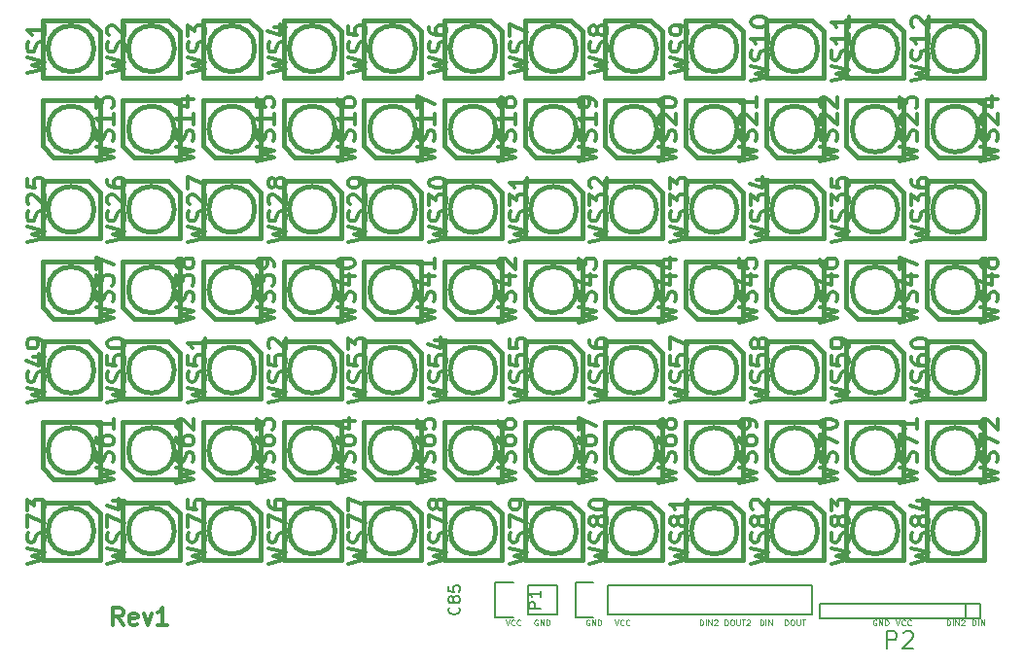
<source format=gbr>
G04 #@! TF.FileFunction,Legend,Top*
%FSLAX46Y46*%
G04 Gerber Fmt 4.6, Leading zero omitted, Abs format (unit mm)*
G04 Created by KiCad (PCBNEW (2015-02-14 BZR 5415)-product) date jeu. 05 mars 2015 22:43:21 CET*
%MOMM*%
G01*
G04 APERTURE LIST*
%ADD10C,0.100000*%
%ADD11C,0.300000*%
%ADD12C,0.125000*%
%ADD13C,0.150000*%
%ADD14C,0.381000*%
%ADD15C,0.304800*%
G04 APERTURE END LIST*
D10*
D11*
X26035715Y-70178571D02*
X25535715Y-69464286D01*
X25178572Y-70178571D02*
X25178572Y-68678571D01*
X25750000Y-68678571D01*
X25892858Y-68750000D01*
X25964286Y-68821429D01*
X26035715Y-68964286D01*
X26035715Y-69178571D01*
X25964286Y-69321429D01*
X25892858Y-69392857D01*
X25750000Y-69464286D01*
X25178572Y-69464286D01*
X27250000Y-70107143D02*
X27107143Y-70178571D01*
X26821429Y-70178571D01*
X26678572Y-70107143D01*
X26607143Y-69964286D01*
X26607143Y-69392857D01*
X26678572Y-69250000D01*
X26821429Y-69178571D01*
X27107143Y-69178571D01*
X27250000Y-69250000D01*
X27321429Y-69392857D01*
X27321429Y-69535714D01*
X26607143Y-69678571D01*
X27821429Y-69178571D02*
X28178572Y-70178571D01*
X28535714Y-69178571D01*
X29892857Y-70178571D02*
X29035714Y-70178571D01*
X29464286Y-70178571D02*
X29464286Y-68678571D01*
X29321429Y-68892857D01*
X29178571Y-69035714D01*
X29035714Y-69107143D01*
D12*
X99988096Y-70226190D02*
X99988096Y-69726190D01*
X100107143Y-69726190D01*
X100178572Y-69750000D01*
X100226191Y-69797619D01*
X100250000Y-69845238D01*
X100273810Y-69940476D01*
X100273810Y-70011905D01*
X100250000Y-70107143D01*
X100226191Y-70154762D01*
X100178572Y-70202381D01*
X100107143Y-70226190D01*
X99988096Y-70226190D01*
X100488096Y-70226190D02*
X100488096Y-69726190D01*
X100726191Y-70226190D02*
X100726191Y-69726190D01*
X101011905Y-70226190D01*
X101011905Y-69726190D01*
X97750001Y-70226190D02*
X97750001Y-69726190D01*
X97869048Y-69726190D01*
X97940477Y-69750000D01*
X97988096Y-69797619D01*
X98011905Y-69845238D01*
X98035715Y-69940476D01*
X98035715Y-70011905D01*
X98011905Y-70107143D01*
X97988096Y-70154762D01*
X97940477Y-70202381D01*
X97869048Y-70226190D01*
X97750001Y-70226190D01*
X98250001Y-70226190D02*
X98250001Y-69726190D01*
X98488096Y-70226190D02*
X98488096Y-69726190D01*
X98773810Y-70226190D01*
X98773810Y-69726190D01*
X98988096Y-69773810D02*
X99011906Y-69750000D01*
X99059525Y-69726190D01*
X99178572Y-69726190D01*
X99226191Y-69750000D01*
X99250001Y-69773810D01*
X99273810Y-69821429D01*
X99273810Y-69869048D01*
X99250001Y-69940476D01*
X98964287Y-70226190D01*
X99273810Y-70226190D01*
X93333334Y-69726190D02*
X93500001Y-70226190D01*
X93666667Y-69726190D01*
X94119048Y-70178571D02*
X94095238Y-70202381D01*
X94023810Y-70226190D01*
X93976191Y-70226190D01*
X93904762Y-70202381D01*
X93857143Y-70154762D01*
X93833334Y-70107143D01*
X93809524Y-70011905D01*
X93809524Y-69940476D01*
X93833334Y-69845238D01*
X93857143Y-69797619D01*
X93904762Y-69750000D01*
X93976191Y-69726190D01*
X94023810Y-69726190D01*
X94095238Y-69750000D01*
X94119048Y-69773810D01*
X94619048Y-70178571D02*
X94595238Y-70202381D01*
X94523810Y-70226190D01*
X94476191Y-70226190D01*
X94404762Y-70202381D01*
X94357143Y-70154762D01*
X94333334Y-70107143D01*
X94309524Y-70011905D01*
X94309524Y-69940476D01*
X94333334Y-69845238D01*
X94357143Y-69797619D01*
X94404762Y-69750000D01*
X94476191Y-69726190D01*
X94523810Y-69726190D01*
X94595238Y-69750000D01*
X94619048Y-69773810D01*
X91619047Y-69750000D02*
X91571428Y-69726190D01*
X91500000Y-69726190D01*
X91428571Y-69750000D01*
X91380952Y-69797619D01*
X91357143Y-69845238D01*
X91333333Y-69940476D01*
X91333333Y-70011905D01*
X91357143Y-70107143D01*
X91380952Y-70154762D01*
X91428571Y-70202381D01*
X91500000Y-70226190D01*
X91547619Y-70226190D01*
X91619047Y-70202381D01*
X91642857Y-70178571D01*
X91642857Y-70011905D01*
X91547619Y-70011905D01*
X91857143Y-70226190D02*
X91857143Y-69726190D01*
X92142857Y-70226190D01*
X92142857Y-69726190D01*
X92380953Y-70226190D02*
X92380953Y-69726190D01*
X92500000Y-69726190D01*
X92571429Y-69750000D01*
X92619048Y-69797619D01*
X92642857Y-69845238D01*
X92666667Y-69940476D01*
X92666667Y-70011905D01*
X92642857Y-70107143D01*
X92619048Y-70154762D01*
X92571429Y-70202381D01*
X92500000Y-70226190D01*
X92380953Y-70226190D01*
X83654762Y-70226190D02*
X83654762Y-69726190D01*
X83773809Y-69726190D01*
X83845238Y-69750000D01*
X83892857Y-69797619D01*
X83916666Y-69845238D01*
X83940476Y-69940476D01*
X83940476Y-70011905D01*
X83916666Y-70107143D01*
X83892857Y-70154762D01*
X83845238Y-70202381D01*
X83773809Y-70226190D01*
X83654762Y-70226190D01*
X84250000Y-69726190D02*
X84345238Y-69726190D01*
X84392857Y-69750000D01*
X84440476Y-69797619D01*
X84464285Y-69892857D01*
X84464285Y-70059524D01*
X84440476Y-70154762D01*
X84392857Y-70202381D01*
X84345238Y-70226190D01*
X84250000Y-70226190D01*
X84202381Y-70202381D01*
X84154762Y-70154762D01*
X84130952Y-70059524D01*
X84130952Y-69892857D01*
X84154762Y-69797619D01*
X84202381Y-69750000D01*
X84250000Y-69726190D01*
X84678572Y-69726190D02*
X84678572Y-70130952D01*
X84702381Y-70178571D01*
X84726191Y-70202381D01*
X84773810Y-70226190D01*
X84869048Y-70226190D01*
X84916667Y-70202381D01*
X84940476Y-70178571D01*
X84964286Y-70130952D01*
X84964286Y-69726190D01*
X85130953Y-69726190D02*
X85416667Y-69726190D01*
X85273810Y-70226190D02*
X85273810Y-69726190D01*
X81488096Y-70226190D02*
X81488096Y-69726190D01*
X81607143Y-69726190D01*
X81678572Y-69750000D01*
X81726191Y-69797619D01*
X81750000Y-69845238D01*
X81773810Y-69940476D01*
X81773810Y-70011905D01*
X81750000Y-70107143D01*
X81726191Y-70154762D01*
X81678572Y-70202381D01*
X81607143Y-70226190D01*
X81488096Y-70226190D01*
X81988096Y-70226190D02*
X81988096Y-69726190D01*
X82226191Y-70226190D02*
X82226191Y-69726190D01*
X82511905Y-70226190D01*
X82511905Y-69726190D01*
X78416667Y-70226190D02*
X78416667Y-69726190D01*
X78535714Y-69726190D01*
X78607143Y-69750000D01*
X78654762Y-69797619D01*
X78678571Y-69845238D01*
X78702381Y-69940476D01*
X78702381Y-70011905D01*
X78678571Y-70107143D01*
X78654762Y-70154762D01*
X78607143Y-70202381D01*
X78535714Y-70226190D01*
X78416667Y-70226190D01*
X79011905Y-69726190D02*
X79107143Y-69726190D01*
X79154762Y-69750000D01*
X79202381Y-69797619D01*
X79226190Y-69892857D01*
X79226190Y-70059524D01*
X79202381Y-70154762D01*
X79154762Y-70202381D01*
X79107143Y-70226190D01*
X79011905Y-70226190D01*
X78964286Y-70202381D01*
X78916667Y-70154762D01*
X78892857Y-70059524D01*
X78892857Y-69892857D01*
X78916667Y-69797619D01*
X78964286Y-69750000D01*
X79011905Y-69726190D01*
X79440477Y-69726190D02*
X79440477Y-70130952D01*
X79464286Y-70178571D01*
X79488096Y-70202381D01*
X79535715Y-70226190D01*
X79630953Y-70226190D01*
X79678572Y-70202381D01*
X79702381Y-70178571D01*
X79726191Y-70130952D01*
X79726191Y-69726190D01*
X79892858Y-69726190D02*
X80178572Y-69726190D01*
X80035715Y-70226190D02*
X80035715Y-69726190D01*
X80321429Y-69773810D02*
X80345239Y-69750000D01*
X80392858Y-69726190D01*
X80511905Y-69726190D01*
X80559524Y-69750000D01*
X80583334Y-69773810D01*
X80607143Y-69821429D01*
X80607143Y-69869048D01*
X80583334Y-69940476D01*
X80297620Y-70226190D01*
X80607143Y-70226190D01*
X76250001Y-70226190D02*
X76250001Y-69726190D01*
X76369048Y-69726190D01*
X76440477Y-69750000D01*
X76488096Y-69797619D01*
X76511905Y-69845238D01*
X76535715Y-69940476D01*
X76535715Y-70011905D01*
X76511905Y-70107143D01*
X76488096Y-70154762D01*
X76440477Y-70202381D01*
X76369048Y-70226190D01*
X76250001Y-70226190D01*
X76750001Y-70226190D02*
X76750001Y-69726190D01*
X76988096Y-70226190D02*
X76988096Y-69726190D01*
X77273810Y-70226190D01*
X77273810Y-69726190D01*
X77488096Y-69773810D02*
X77511906Y-69750000D01*
X77559525Y-69726190D01*
X77678572Y-69726190D01*
X77726191Y-69750000D01*
X77750001Y-69773810D01*
X77773810Y-69821429D01*
X77773810Y-69869048D01*
X77750001Y-69940476D01*
X77464287Y-70226190D01*
X77773810Y-70226190D01*
X68833334Y-69726190D02*
X69000001Y-70226190D01*
X69166667Y-69726190D01*
X69619048Y-70178571D02*
X69595238Y-70202381D01*
X69523810Y-70226190D01*
X69476191Y-70226190D01*
X69404762Y-70202381D01*
X69357143Y-70154762D01*
X69333334Y-70107143D01*
X69309524Y-70011905D01*
X69309524Y-69940476D01*
X69333334Y-69845238D01*
X69357143Y-69797619D01*
X69404762Y-69750000D01*
X69476191Y-69726190D01*
X69523810Y-69726190D01*
X69595238Y-69750000D01*
X69619048Y-69773810D01*
X70119048Y-70178571D02*
X70095238Y-70202381D01*
X70023810Y-70226190D01*
X69976191Y-70226190D01*
X69904762Y-70202381D01*
X69857143Y-70154762D01*
X69833334Y-70107143D01*
X69809524Y-70011905D01*
X69809524Y-69940476D01*
X69833334Y-69845238D01*
X69857143Y-69797619D01*
X69904762Y-69750000D01*
X69976191Y-69726190D01*
X70023810Y-69726190D01*
X70095238Y-69750000D01*
X70119048Y-69773810D01*
X66619047Y-69750000D02*
X66571428Y-69726190D01*
X66500000Y-69726190D01*
X66428571Y-69750000D01*
X66380952Y-69797619D01*
X66357143Y-69845238D01*
X66333333Y-69940476D01*
X66333333Y-70011905D01*
X66357143Y-70107143D01*
X66380952Y-70154762D01*
X66428571Y-70202381D01*
X66500000Y-70226190D01*
X66547619Y-70226190D01*
X66619047Y-70202381D01*
X66642857Y-70178571D01*
X66642857Y-70011905D01*
X66547619Y-70011905D01*
X66857143Y-70226190D02*
X66857143Y-69726190D01*
X67142857Y-70226190D01*
X67142857Y-69726190D01*
X67380953Y-70226190D02*
X67380953Y-69726190D01*
X67500000Y-69726190D01*
X67571429Y-69750000D01*
X67619048Y-69797619D01*
X67642857Y-69845238D01*
X67666667Y-69940476D01*
X67666667Y-70011905D01*
X67642857Y-70107143D01*
X67619048Y-70154762D01*
X67571429Y-70202381D01*
X67500000Y-70226190D01*
X67380953Y-70226190D01*
X62119047Y-69750000D02*
X62071428Y-69726190D01*
X62000000Y-69726190D01*
X61928571Y-69750000D01*
X61880952Y-69797619D01*
X61857143Y-69845238D01*
X61833333Y-69940476D01*
X61833333Y-70011905D01*
X61857143Y-70107143D01*
X61880952Y-70154762D01*
X61928571Y-70202381D01*
X62000000Y-70226190D01*
X62047619Y-70226190D01*
X62119047Y-70202381D01*
X62142857Y-70178571D01*
X62142857Y-70011905D01*
X62047619Y-70011905D01*
X62357143Y-70226190D02*
X62357143Y-69726190D01*
X62642857Y-70226190D01*
X62642857Y-69726190D01*
X62880953Y-70226190D02*
X62880953Y-69726190D01*
X63000000Y-69726190D01*
X63071429Y-69750000D01*
X63119048Y-69797619D01*
X63142857Y-69845238D01*
X63166667Y-69940476D01*
X63166667Y-70011905D01*
X63142857Y-70107143D01*
X63119048Y-70154762D01*
X63071429Y-70202381D01*
X63000000Y-70226190D01*
X62880953Y-70226190D01*
X59333334Y-69726190D02*
X59500001Y-70226190D01*
X59666667Y-69726190D01*
X60119048Y-70178571D02*
X60095238Y-70202381D01*
X60023810Y-70226190D01*
X59976191Y-70226190D01*
X59904762Y-70202381D01*
X59857143Y-70154762D01*
X59833334Y-70107143D01*
X59809524Y-70011905D01*
X59809524Y-69940476D01*
X59833334Y-69845238D01*
X59857143Y-69797619D01*
X59904762Y-69750000D01*
X59976191Y-69726190D01*
X60023810Y-69726190D01*
X60095238Y-69750000D01*
X60119048Y-69773810D01*
X60619048Y-70178571D02*
X60595238Y-70202381D01*
X60523810Y-70226190D01*
X60476191Y-70226190D01*
X60404762Y-70202381D01*
X60357143Y-70154762D01*
X60333334Y-70107143D01*
X60309524Y-70011905D01*
X60309524Y-69940476D01*
X60333334Y-69845238D01*
X60357143Y-69797619D01*
X60404762Y-69750000D01*
X60476191Y-69726190D01*
X60523810Y-69726190D01*
X60595238Y-69750000D01*
X60619048Y-69773810D01*
D13*
X68270000Y-66730000D02*
X86050000Y-66730000D01*
X86050000Y-66730000D02*
X86050000Y-69270000D01*
X86050000Y-69270000D02*
X68270000Y-69270000D01*
X65450000Y-66450000D02*
X67000000Y-66450000D01*
X68270000Y-66730000D02*
X68270000Y-69270000D01*
X67000000Y-69550000D02*
X65450000Y-69550000D01*
X65450000Y-69550000D02*
X65450000Y-66450000D01*
X61270000Y-66730000D02*
X63810000Y-66730000D01*
X58450000Y-66450000D02*
X60000000Y-66450000D01*
X61270000Y-66730000D02*
X61270000Y-69270000D01*
X60000000Y-69550000D02*
X58450000Y-69550000D01*
X58450000Y-69550000D02*
X58450000Y-66450000D01*
X61270000Y-69270000D02*
X63810000Y-69270000D01*
X63810000Y-69270000D02*
X63810000Y-66730000D01*
X99365000Y-68365000D02*
X99365000Y-69635000D01*
X100635000Y-68365000D02*
X99365000Y-68365000D01*
X86665000Y-68365000D02*
X100635000Y-68365000D01*
X86665000Y-69635000D02*
X86665000Y-68365000D01*
X100635000Y-69635000D02*
X86665000Y-69635000D01*
X100635000Y-68365000D02*
X100635000Y-69635000D01*
D14*
X23999360Y-18501400D02*
X22998600Y-17500640D01*
X23498980Y-20000000D02*
G75*
G03X23498980Y-20000000I-1998980J0D01*
G01*
X19000640Y-22499360D02*
X19000640Y-17500640D01*
X19000640Y-17500640D02*
X22999360Y-17500640D01*
X23999360Y-18500640D02*
X23999360Y-22499360D01*
X23999360Y-22499360D02*
X19000640Y-22499360D01*
X100999360Y-60501400D02*
X99998600Y-59500640D01*
X100498980Y-62000000D02*
G75*
G03X100498980Y-62000000I-1998980J0D01*
G01*
X96000640Y-64499360D02*
X96000640Y-59500640D01*
X96000640Y-59500640D02*
X99999360Y-59500640D01*
X100999360Y-60500640D02*
X100999360Y-64499360D01*
X100999360Y-64499360D02*
X96000640Y-64499360D01*
X93999360Y-60501400D02*
X92998600Y-59500640D01*
X93498980Y-62000000D02*
G75*
G03X93498980Y-62000000I-1998980J0D01*
G01*
X89000640Y-64499360D02*
X89000640Y-59500640D01*
X89000640Y-59500640D02*
X92999360Y-59500640D01*
X93999360Y-60500640D02*
X93999360Y-64499360D01*
X93999360Y-64499360D02*
X89000640Y-64499360D01*
X86999360Y-60501400D02*
X85998600Y-59500640D01*
X86498980Y-62000000D02*
G75*
G03X86498980Y-62000000I-1998980J0D01*
G01*
X82000640Y-64499360D02*
X82000640Y-59500640D01*
X82000640Y-59500640D02*
X85999360Y-59500640D01*
X86999360Y-60500640D02*
X86999360Y-64499360D01*
X86999360Y-64499360D02*
X82000640Y-64499360D01*
X79999360Y-60501400D02*
X78998600Y-59500640D01*
X79498980Y-62000000D02*
G75*
G03X79498980Y-62000000I-1998980J0D01*
G01*
X75000640Y-64499360D02*
X75000640Y-59500640D01*
X75000640Y-59500640D02*
X78999360Y-59500640D01*
X79999360Y-60500640D02*
X79999360Y-64499360D01*
X79999360Y-64499360D02*
X75000640Y-64499360D01*
X72999360Y-60501400D02*
X71998600Y-59500640D01*
X72498980Y-62000000D02*
G75*
G03X72498980Y-62000000I-1998980J0D01*
G01*
X68000640Y-64499360D02*
X68000640Y-59500640D01*
X68000640Y-59500640D02*
X71999360Y-59500640D01*
X72999360Y-60500640D02*
X72999360Y-64499360D01*
X72999360Y-64499360D02*
X68000640Y-64499360D01*
X65999360Y-60501400D02*
X64998600Y-59500640D01*
X65498980Y-62000000D02*
G75*
G03X65498980Y-62000000I-1998980J0D01*
G01*
X61000640Y-64499360D02*
X61000640Y-59500640D01*
X61000640Y-59500640D02*
X64999360Y-59500640D01*
X65999360Y-60500640D02*
X65999360Y-64499360D01*
X65999360Y-64499360D02*
X61000640Y-64499360D01*
X58999360Y-60501400D02*
X57998600Y-59500640D01*
X58498980Y-62000000D02*
G75*
G03X58498980Y-62000000I-1998980J0D01*
G01*
X54000640Y-64499360D02*
X54000640Y-59500640D01*
X54000640Y-59500640D02*
X57999360Y-59500640D01*
X58999360Y-60500640D02*
X58999360Y-64499360D01*
X58999360Y-64499360D02*
X54000640Y-64499360D01*
X51999360Y-60501400D02*
X50998600Y-59500640D01*
X51498980Y-62000000D02*
G75*
G03X51498980Y-62000000I-1998980J0D01*
G01*
X47000640Y-64499360D02*
X47000640Y-59500640D01*
X47000640Y-59500640D02*
X50999360Y-59500640D01*
X51999360Y-60500640D02*
X51999360Y-64499360D01*
X51999360Y-64499360D02*
X47000640Y-64499360D01*
X44999360Y-60501400D02*
X43998600Y-59500640D01*
X44498980Y-62000000D02*
G75*
G03X44498980Y-62000000I-1998980J0D01*
G01*
X40000640Y-64499360D02*
X40000640Y-59500640D01*
X40000640Y-59500640D02*
X43999360Y-59500640D01*
X44999360Y-60500640D02*
X44999360Y-64499360D01*
X44999360Y-64499360D02*
X40000640Y-64499360D01*
X37999360Y-60501400D02*
X36998600Y-59500640D01*
X37498980Y-62000000D02*
G75*
G03X37498980Y-62000000I-1998980J0D01*
G01*
X33000640Y-64499360D02*
X33000640Y-59500640D01*
X33000640Y-59500640D02*
X36999360Y-59500640D01*
X37999360Y-60500640D02*
X37999360Y-64499360D01*
X37999360Y-64499360D02*
X33000640Y-64499360D01*
X30999360Y-60501400D02*
X29998600Y-59500640D01*
X30498980Y-62000000D02*
G75*
G03X30498980Y-62000000I-1998980J0D01*
G01*
X26000640Y-64499360D02*
X26000640Y-59500640D01*
X26000640Y-59500640D02*
X29999360Y-59500640D01*
X30999360Y-60500640D02*
X30999360Y-64499360D01*
X30999360Y-64499360D02*
X26000640Y-64499360D01*
X23999360Y-60501400D02*
X22998600Y-59500640D01*
X23498980Y-62000000D02*
G75*
G03X23498980Y-62000000I-1998980J0D01*
G01*
X19000640Y-64499360D02*
X19000640Y-59500640D01*
X19000640Y-59500640D02*
X22999360Y-59500640D01*
X23999360Y-60500640D02*
X23999360Y-64499360D01*
X23999360Y-64499360D02*
X19000640Y-64499360D01*
X96000640Y-56498600D02*
X97001400Y-57499360D01*
X100498980Y-55000000D02*
G75*
G03X100498980Y-55000000I-1998980J0D01*
G01*
X100999360Y-52500640D02*
X100999360Y-57499360D01*
X100999360Y-57499360D02*
X97000640Y-57499360D01*
X96000640Y-56499360D02*
X96000640Y-52500640D01*
X96000640Y-52500640D02*
X100999360Y-52500640D01*
X89000640Y-56498600D02*
X90001400Y-57499360D01*
X93498980Y-55000000D02*
G75*
G03X93498980Y-55000000I-1998980J0D01*
G01*
X93999360Y-52500640D02*
X93999360Y-57499360D01*
X93999360Y-57499360D02*
X90000640Y-57499360D01*
X89000640Y-56499360D02*
X89000640Y-52500640D01*
X89000640Y-52500640D02*
X93999360Y-52500640D01*
X82000640Y-56498600D02*
X83001400Y-57499360D01*
X86498980Y-55000000D02*
G75*
G03X86498980Y-55000000I-1998980J0D01*
G01*
X86999360Y-52500640D02*
X86999360Y-57499360D01*
X86999360Y-57499360D02*
X83000640Y-57499360D01*
X82000640Y-56499360D02*
X82000640Y-52500640D01*
X82000640Y-52500640D02*
X86999360Y-52500640D01*
X75000640Y-56498600D02*
X76001400Y-57499360D01*
X79498980Y-55000000D02*
G75*
G03X79498980Y-55000000I-1998980J0D01*
G01*
X79999360Y-52500640D02*
X79999360Y-57499360D01*
X79999360Y-57499360D02*
X76000640Y-57499360D01*
X75000640Y-56499360D02*
X75000640Y-52500640D01*
X75000640Y-52500640D02*
X79999360Y-52500640D01*
X68000640Y-56498600D02*
X69001400Y-57499360D01*
X72498980Y-55000000D02*
G75*
G03X72498980Y-55000000I-1998980J0D01*
G01*
X72999360Y-52500640D02*
X72999360Y-57499360D01*
X72999360Y-57499360D02*
X69000640Y-57499360D01*
X68000640Y-56499360D02*
X68000640Y-52500640D01*
X68000640Y-52500640D02*
X72999360Y-52500640D01*
X61000640Y-56498600D02*
X62001400Y-57499360D01*
X65498980Y-55000000D02*
G75*
G03X65498980Y-55000000I-1998980J0D01*
G01*
X65999360Y-52500640D02*
X65999360Y-57499360D01*
X65999360Y-57499360D02*
X62000640Y-57499360D01*
X61000640Y-56499360D02*
X61000640Y-52500640D01*
X61000640Y-52500640D02*
X65999360Y-52500640D01*
X54000640Y-56498600D02*
X55001400Y-57499360D01*
X58498980Y-55000000D02*
G75*
G03X58498980Y-55000000I-1998980J0D01*
G01*
X58999360Y-52500640D02*
X58999360Y-57499360D01*
X58999360Y-57499360D02*
X55000640Y-57499360D01*
X54000640Y-56499360D02*
X54000640Y-52500640D01*
X54000640Y-52500640D02*
X58999360Y-52500640D01*
X47000640Y-56498600D02*
X48001400Y-57499360D01*
X51498980Y-55000000D02*
G75*
G03X51498980Y-55000000I-1998980J0D01*
G01*
X51999360Y-52500640D02*
X51999360Y-57499360D01*
X51999360Y-57499360D02*
X48000640Y-57499360D01*
X47000640Y-56499360D02*
X47000640Y-52500640D01*
X47000640Y-52500640D02*
X51999360Y-52500640D01*
X40000640Y-56498600D02*
X41001400Y-57499360D01*
X44498980Y-55000000D02*
G75*
G03X44498980Y-55000000I-1998980J0D01*
G01*
X44999360Y-52500640D02*
X44999360Y-57499360D01*
X44999360Y-57499360D02*
X41000640Y-57499360D01*
X40000640Y-56499360D02*
X40000640Y-52500640D01*
X40000640Y-52500640D02*
X44999360Y-52500640D01*
X33000640Y-56498600D02*
X34001400Y-57499360D01*
X37498980Y-55000000D02*
G75*
G03X37498980Y-55000000I-1998980J0D01*
G01*
X37999360Y-52500640D02*
X37999360Y-57499360D01*
X37999360Y-57499360D02*
X34000640Y-57499360D01*
X33000640Y-56499360D02*
X33000640Y-52500640D01*
X33000640Y-52500640D02*
X37999360Y-52500640D01*
X26000640Y-56498600D02*
X27001400Y-57499360D01*
X30498980Y-55000000D02*
G75*
G03X30498980Y-55000000I-1998980J0D01*
G01*
X30999360Y-52500640D02*
X30999360Y-57499360D01*
X30999360Y-57499360D02*
X27000640Y-57499360D01*
X26000640Y-56499360D02*
X26000640Y-52500640D01*
X26000640Y-52500640D02*
X30999360Y-52500640D01*
X19000640Y-56498600D02*
X20001400Y-57499360D01*
X23498980Y-55000000D02*
G75*
G03X23498980Y-55000000I-1998980J0D01*
G01*
X23999360Y-52500640D02*
X23999360Y-57499360D01*
X23999360Y-57499360D02*
X20000640Y-57499360D01*
X19000640Y-56499360D02*
X19000640Y-52500640D01*
X19000640Y-52500640D02*
X23999360Y-52500640D01*
X100999360Y-46501400D02*
X99998600Y-45500640D01*
X100498980Y-48000000D02*
G75*
G03X100498980Y-48000000I-1998980J0D01*
G01*
X96000640Y-50499360D02*
X96000640Y-45500640D01*
X96000640Y-45500640D02*
X99999360Y-45500640D01*
X100999360Y-46500640D02*
X100999360Y-50499360D01*
X100999360Y-50499360D02*
X96000640Y-50499360D01*
X93999360Y-46501400D02*
X92998600Y-45500640D01*
X93498980Y-48000000D02*
G75*
G03X93498980Y-48000000I-1998980J0D01*
G01*
X89000640Y-50499360D02*
X89000640Y-45500640D01*
X89000640Y-45500640D02*
X92999360Y-45500640D01*
X93999360Y-46500640D02*
X93999360Y-50499360D01*
X93999360Y-50499360D02*
X89000640Y-50499360D01*
X86999360Y-46501400D02*
X85998600Y-45500640D01*
X86498980Y-48000000D02*
G75*
G03X86498980Y-48000000I-1998980J0D01*
G01*
X82000640Y-50499360D02*
X82000640Y-45500640D01*
X82000640Y-45500640D02*
X85999360Y-45500640D01*
X86999360Y-46500640D02*
X86999360Y-50499360D01*
X86999360Y-50499360D02*
X82000640Y-50499360D01*
X79999360Y-46501400D02*
X78998600Y-45500640D01*
X79498980Y-48000000D02*
G75*
G03X79498980Y-48000000I-1998980J0D01*
G01*
X75000640Y-50499360D02*
X75000640Y-45500640D01*
X75000640Y-45500640D02*
X78999360Y-45500640D01*
X79999360Y-46500640D02*
X79999360Y-50499360D01*
X79999360Y-50499360D02*
X75000640Y-50499360D01*
X72999360Y-46501400D02*
X71998600Y-45500640D01*
X72498980Y-48000000D02*
G75*
G03X72498980Y-48000000I-1998980J0D01*
G01*
X68000640Y-50499360D02*
X68000640Y-45500640D01*
X68000640Y-45500640D02*
X71999360Y-45500640D01*
X72999360Y-46500640D02*
X72999360Y-50499360D01*
X72999360Y-50499360D02*
X68000640Y-50499360D01*
X65999360Y-46501400D02*
X64998600Y-45500640D01*
X65498980Y-48000000D02*
G75*
G03X65498980Y-48000000I-1998980J0D01*
G01*
X61000640Y-50499360D02*
X61000640Y-45500640D01*
X61000640Y-45500640D02*
X64999360Y-45500640D01*
X65999360Y-46500640D02*
X65999360Y-50499360D01*
X65999360Y-50499360D02*
X61000640Y-50499360D01*
X58999360Y-46501400D02*
X57998600Y-45500640D01*
X58498980Y-48000000D02*
G75*
G03X58498980Y-48000000I-1998980J0D01*
G01*
X54000640Y-50499360D02*
X54000640Y-45500640D01*
X54000640Y-45500640D02*
X57999360Y-45500640D01*
X58999360Y-46500640D02*
X58999360Y-50499360D01*
X58999360Y-50499360D02*
X54000640Y-50499360D01*
X51999360Y-46501400D02*
X50998600Y-45500640D01*
X51498980Y-48000000D02*
G75*
G03X51498980Y-48000000I-1998980J0D01*
G01*
X47000640Y-50499360D02*
X47000640Y-45500640D01*
X47000640Y-45500640D02*
X50999360Y-45500640D01*
X51999360Y-46500640D02*
X51999360Y-50499360D01*
X51999360Y-50499360D02*
X47000640Y-50499360D01*
X44999360Y-46501400D02*
X43998600Y-45500640D01*
X44498980Y-48000000D02*
G75*
G03X44498980Y-48000000I-1998980J0D01*
G01*
X40000640Y-50499360D02*
X40000640Y-45500640D01*
X40000640Y-45500640D02*
X43999360Y-45500640D01*
X44999360Y-46500640D02*
X44999360Y-50499360D01*
X44999360Y-50499360D02*
X40000640Y-50499360D01*
X37999360Y-46501400D02*
X36998600Y-45500640D01*
X37498980Y-48000000D02*
G75*
G03X37498980Y-48000000I-1998980J0D01*
G01*
X33000640Y-50499360D02*
X33000640Y-45500640D01*
X33000640Y-45500640D02*
X36999360Y-45500640D01*
X37999360Y-46500640D02*
X37999360Y-50499360D01*
X37999360Y-50499360D02*
X33000640Y-50499360D01*
X30999360Y-46501400D02*
X29998600Y-45500640D01*
X30498980Y-48000000D02*
G75*
G03X30498980Y-48000000I-1998980J0D01*
G01*
X26000640Y-50499360D02*
X26000640Y-45500640D01*
X26000640Y-45500640D02*
X29999360Y-45500640D01*
X30999360Y-46500640D02*
X30999360Y-50499360D01*
X30999360Y-50499360D02*
X26000640Y-50499360D01*
X23999360Y-46501400D02*
X22998600Y-45500640D01*
X23498980Y-48000000D02*
G75*
G03X23498980Y-48000000I-1998980J0D01*
G01*
X19000640Y-50499360D02*
X19000640Y-45500640D01*
X19000640Y-45500640D02*
X22999360Y-45500640D01*
X23999360Y-46500640D02*
X23999360Y-50499360D01*
X23999360Y-50499360D02*
X19000640Y-50499360D01*
X96000640Y-42498600D02*
X97001400Y-43499360D01*
X100498980Y-41000000D02*
G75*
G03X100498980Y-41000000I-1998980J0D01*
G01*
X100999360Y-38500640D02*
X100999360Y-43499360D01*
X100999360Y-43499360D02*
X97000640Y-43499360D01*
X96000640Y-42499360D02*
X96000640Y-38500640D01*
X96000640Y-38500640D02*
X100999360Y-38500640D01*
X89000640Y-42498600D02*
X90001400Y-43499360D01*
X93498980Y-41000000D02*
G75*
G03X93498980Y-41000000I-1998980J0D01*
G01*
X93999360Y-38500640D02*
X93999360Y-43499360D01*
X93999360Y-43499360D02*
X90000640Y-43499360D01*
X89000640Y-42499360D02*
X89000640Y-38500640D01*
X89000640Y-38500640D02*
X93999360Y-38500640D01*
X82000640Y-42498600D02*
X83001400Y-43499360D01*
X86498980Y-41000000D02*
G75*
G03X86498980Y-41000000I-1998980J0D01*
G01*
X86999360Y-38500640D02*
X86999360Y-43499360D01*
X86999360Y-43499360D02*
X83000640Y-43499360D01*
X82000640Y-42499360D02*
X82000640Y-38500640D01*
X82000640Y-38500640D02*
X86999360Y-38500640D01*
X75000640Y-42498600D02*
X76001400Y-43499360D01*
X79498980Y-41000000D02*
G75*
G03X79498980Y-41000000I-1998980J0D01*
G01*
X79999360Y-38500640D02*
X79999360Y-43499360D01*
X79999360Y-43499360D02*
X76000640Y-43499360D01*
X75000640Y-42499360D02*
X75000640Y-38500640D01*
X75000640Y-38500640D02*
X79999360Y-38500640D01*
X68000640Y-42498600D02*
X69001400Y-43499360D01*
X72498980Y-41000000D02*
G75*
G03X72498980Y-41000000I-1998980J0D01*
G01*
X72999360Y-38500640D02*
X72999360Y-43499360D01*
X72999360Y-43499360D02*
X69000640Y-43499360D01*
X68000640Y-42499360D02*
X68000640Y-38500640D01*
X68000640Y-38500640D02*
X72999360Y-38500640D01*
X61000640Y-42498600D02*
X62001400Y-43499360D01*
X65498980Y-41000000D02*
G75*
G03X65498980Y-41000000I-1998980J0D01*
G01*
X65999360Y-38500640D02*
X65999360Y-43499360D01*
X65999360Y-43499360D02*
X62000640Y-43499360D01*
X61000640Y-42499360D02*
X61000640Y-38500640D01*
X61000640Y-38500640D02*
X65999360Y-38500640D01*
X54000640Y-42498600D02*
X55001400Y-43499360D01*
X58498980Y-41000000D02*
G75*
G03X58498980Y-41000000I-1998980J0D01*
G01*
X58999360Y-38500640D02*
X58999360Y-43499360D01*
X58999360Y-43499360D02*
X55000640Y-43499360D01*
X54000640Y-42499360D02*
X54000640Y-38500640D01*
X54000640Y-38500640D02*
X58999360Y-38500640D01*
X47000640Y-42498600D02*
X48001400Y-43499360D01*
X51498980Y-41000000D02*
G75*
G03X51498980Y-41000000I-1998980J0D01*
G01*
X51999360Y-38500640D02*
X51999360Y-43499360D01*
X51999360Y-43499360D02*
X48000640Y-43499360D01*
X47000640Y-42499360D02*
X47000640Y-38500640D01*
X47000640Y-38500640D02*
X51999360Y-38500640D01*
X40000640Y-42498600D02*
X41001400Y-43499360D01*
X44498980Y-41000000D02*
G75*
G03X44498980Y-41000000I-1998980J0D01*
G01*
X44999360Y-38500640D02*
X44999360Y-43499360D01*
X44999360Y-43499360D02*
X41000640Y-43499360D01*
X40000640Y-42499360D02*
X40000640Y-38500640D01*
X40000640Y-38500640D02*
X44999360Y-38500640D01*
X33000640Y-42498600D02*
X34001400Y-43499360D01*
X37498980Y-41000000D02*
G75*
G03X37498980Y-41000000I-1998980J0D01*
G01*
X37999360Y-38500640D02*
X37999360Y-43499360D01*
X37999360Y-43499360D02*
X34000640Y-43499360D01*
X33000640Y-42499360D02*
X33000640Y-38500640D01*
X33000640Y-38500640D02*
X37999360Y-38500640D01*
X26000640Y-42498600D02*
X27001400Y-43499360D01*
X30498980Y-41000000D02*
G75*
G03X30498980Y-41000000I-1998980J0D01*
G01*
X30999360Y-38500640D02*
X30999360Y-43499360D01*
X30999360Y-43499360D02*
X27000640Y-43499360D01*
X26000640Y-42499360D02*
X26000640Y-38500640D01*
X26000640Y-38500640D02*
X30999360Y-38500640D01*
X19000640Y-42498600D02*
X20001400Y-43499360D01*
X23498980Y-41000000D02*
G75*
G03X23498980Y-41000000I-1998980J0D01*
G01*
X23999360Y-38500640D02*
X23999360Y-43499360D01*
X23999360Y-43499360D02*
X20000640Y-43499360D01*
X19000640Y-42499360D02*
X19000640Y-38500640D01*
X19000640Y-38500640D02*
X23999360Y-38500640D01*
X100999360Y-32501400D02*
X99998600Y-31500640D01*
X100498980Y-34000000D02*
G75*
G03X100498980Y-34000000I-1998980J0D01*
G01*
X96000640Y-36499360D02*
X96000640Y-31500640D01*
X96000640Y-31500640D02*
X99999360Y-31500640D01*
X100999360Y-32500640D02*
X100999360Y-36499360D01*
X100999360Y-36499360D02*
X96000640Y-36499360D01*
X93999360Y-32501400D02*
X92998600Y-31500640D01*
X93498980Y-34000000D02*
G75*
G03X93498980Y-34000000I-1998980J0D01*
G01*
X89000640Y-36499360D02*
X89000640Y-31500640D01*
X89000640Y-31500640D02*
X92999360Y-31500640D01*
X93999360Y-32500640D02*
X93999360Y-36499360D01*
X93999360Y-36499360D02*
X89000640Y-36499360D01*
X86999360Y-32501400D02*
X85998600Y-31500640D01*
X86498980Y-34000000D02*
G75*
G03X86498980Y-34000000I-1998980J0D01*
G01*
X82000640Y-36499360D02*
X82000640Y-31500640D01*
X82000640Y-31500640D02*
X85999360Y-31500640D01*
X86999360Y-32500640D02*
X86999360Y-36499360D01*
X86999360Y-36499360D02*
X82000640Y-36499360D01*
X79999360Y-32501400D02*
X78998600Y-31500640D01*
X79498980Y-34000000D02*
G75*
G03X79498980Y-34000000I-1998980J0D01*
G01*
X75000640Y-36499360D02*
X75000640Y-31500640D01*
X75000640Y-31500640D02*
X78999360Y-31500640D01*
X79999360Y-32500640D02*
X79999360Y-36499360D01*
X79999360Y-36499360D02*
X75000640Y-36499360D01*
X72999360Y-32501400D02*
X71998600Y-31500640D01*
X72498980Y-34000000D02*
G75*
G03X72498980Y-34000000I-1998980J0D01*
G01*
X68000640Y-36499360D02*
X68000640Y-31500640D01*
X68000640Y-31500640D02*
X71999360Y-31500640D01*
X72999360Y-32500640D02*
X72999360Y-36499360D01*
X72999360Y-36499360D02*
X68000640Y-36499360D01*
X65999360Y-32501400D02*
X64998600Y-31500640D01*
X65498980Y-34000000D02*
G75*
G03X65498980Y-34000000I-1998980J0D01*
G01*
X61000640Y-36499360D02*
X61000640Y-31500640D01*
X61000640Y-31500640D02*
X64999360Y-31500640D01*
X65999360Y-32500640D02*
X65999360Y-36499360D01*
X65999360Y-36499360D02*
X61000640Y-36499360D01*
X58999360Y-32501400D02*
X57998600Y-31500640D01*
X58498980Y-34000000D02*
G75*
G03X58498980Y-34000000I-1998980J0D01*
G01*
X54000640Y-36499360D02*
X54000640Y-31500640D01*
X54000640Y-31500640D02*
X57999360Y-31500640D01*
X58999360Y-32500640D02*
X58999360Y-36499360D01*
X58999360Y-36499360D02*
X54000640Y-36499360D01*
X51999360Y-32501400D02*
X50998600Y-31500640D01*
X51498980Y-34000000D02*
G75*
G03X51498980Y-34000000I-1998980J0D01*
G01*
X47000640Y-36499360D02*
X47000640Y-31500640D01*
X47000640Y-31500640D02*
X50999360Y-31500640D01*
X51999360Y-32500640D02*
X51999360Y-36499360D01*
X51999360Y-36499360D02*
X47000640Y-36499360D01*
X44999360Y-32501400D02*
X43998600Y-31500640D01*
X44498980Y-34000000D02*
G75*
G03X44498980Y-34000000I-1998980J0D01*
G01*
X40000640Y-36499360D02*
X40000640Y-31500640D01*
X40000640Y-31500640D02*
X43999360Y-31500640D01*
X44999360Y-32500640D02*
X44999360Y-36499360D01*
X44999360Y-36499360D02*
X40000640Y-36499360D01*
X37999360Y-32501400D02*
X36998600Y-31500640D01*
X37498980Y-34000000D02*
G75*
G03X37498980Y-34000000I-1998980J0D01*
G01*
X33000640Y-36499360D02*
X33000640Y-31500640D01*
X33000640Y-31500640D02*
X36999360Y-31500640D01*
X37999360Y-32500640D02*
X37999360Y-36499360D01*
X37999360Y-36499360D02*
X33000640Y-36499360D01*
X30999360Y-32501400D02*
X29998600Y-31500640D01*
X30498980Y-34000000D02*
G75*
G03X30498980Y-34000000I-1998980J0D01*
G01*
X26000640Y-36499360D02*
X26000640Y-31500640D01*
X26000640Y-31500640D02*
X29999360Y-31500640D01*
X30999360Y-32500640D02*
X30999360Y-36499360D01*
X30999360Y-36499360D02*
X26000640Y-36499360D01*
X23999360Y-32501400D02*
X22998600Y-31500640D01*
X23498980Y-34000000D02*
G75*
G03X23498980Y-34000000I-1998980J0D01*
G01*
X19000640Y-36499360D02*
X19000640Y-31500640D01*
X19000640Y-31500640D02*
X22999360Y-31500640D01*
X23999360Y-32500640D02*
X23999360Y-36499360D01*
X23999360Y-36499360D02*
X19000640Y-36499360D01*
X96000640Y-28498600D02*
X97001400Y-29499360D01*
X100498980Y-27000000D02*
G75*
G03X100498980Y-27000000I-1998980J0D01*
G01*
X100999360Y-24500640D02*
X100999360Y-29499360D01*
X100999360Y-29499360D02*
X97000640Y-29499360D01*
X96000640Y-28499360D02*
X96000640Y-24500640D01*
X96000640Y-24500640D02*
X100999360Y-24500640D01*
X89000640Y-28498600D02*
X90001400Y-29499360D01*
X93498980Y-27000000D02*
G75*
G03X93498980Y-27000000I-1998980J0D01*
G01*
X93999360Y-24500640D02*
X93999360Y-29499360D01*
X93999360Y-29499360D02*
X90000640Y-29499360D01*
X89000640Y-28499360D02*
X89000640Y-24500640D01*
X89000640Y-24500640D02*
X93999360Y-24500640D01*
X82000640Y-28498600D02*
X83001400Y-29499360D01*
X86498980Y-27000000D02*
G75*
G03X86498980Y-27000000I-1998980J0D01*
G01*
X86999360Y-24500640D02*
X86999360Y-29499360D01*
X86999360Y-29499360D02*
X83000640Y-29499360D01*
X82000640Y-28499360D02*
X82000640Y-24500640D01*
X82000640Y-24500640D02*
X86999360Y-24500640D01*
X75000640Y-28498600D02*
X76001400Y-29499360D01*
X79498980Y-27000000D02*
G75*
G03X79498980Y-27000000I-1998980J0D01*
G01*
X79999360Y-24500640D02*
X79999360Y-29499360D01*
X79999360Y-29499360D02*
X76000640Y-29499360D01*
X75000640Y-28499360D02*
X75000640Y-24500640D01*
X75000640Y-24500640D02*
X79999360Y-24500640D01*
X68000640Y-28498600D02*
X69001400Y-29499360D01*
X72498980Y-27000000D02*
G75*
G03X72498980Y-27000000I-1998980J0D01*
G01*
X72999360Y-24500640D02*
X72999360Y-29499360D01*
X72999360Y-29499360D02*
X69000640Y-29499360D01*
X68000640Y-28499360D02*
X68000640Y-24500640D01*
X68000640Y-24500640D02*
X72999360Y-24500640D01*
X61000640Y-28498600D02*
X62001400Y-29499360D01*
X65498980Y-27000000D02*
G75*
G03X65498980Y-27000000I-1998980J0D01*
G01*
X65999360Y-24500640D02*
X65999360Y-29499360D01*
X65999360Y-29499360D02*
X62000640Y-29499360D01*
X61000640Y-28499360D02*
X61000640Y-24500640D01*
X61000640Y-24500640D02*
X65999360Y-24500640D01*
X54000640Y-28498600D02*
X55001400Y-29499360D01*
X58498980Y-27000000D02*
G75*
G03X58498980Y-27000000I-1998980J0D01*
G01*
X58999360Y-24500640D02*
X58999360Y-29499360D01*
X58999360Y-29499360D02*
X55000640Y-29499360D01*
X54000640Y-28499360D02*
X54000640Y-24500640D01*
X54000640Y-24500640D02*
X58999360Y-24500640D01*
X47000640Y-28498600D02*
X48001400Y-29499360D01*
X51498980Y-27000000D02*
G75*
G03X51498980Y-27000000I-1998980J0D01*
G01*
X51999360Y-24500640D02*
X51999360Y-29499360D01*
X51999360Y-29499360D02*
X48000640Y-29499360D01*
X47000640Y-28499360D02*
X47000640Y-24500640D01*
X47000640Y-24500640D02*
X51999360Y-24500640D01*
X40000640Y-28498600D02*
X41001400Y-29499360D01*
X44498980Y-27000000D02*
G75*
G03X44498980Y-27000000I-1998980J0D01*
G01*
X44999360Y-24500640D02*
X44999360Y-29499360D01*
X44999360Y-29499360D02*
X41000640Y-29499360D01*
X40000640Y-28499360D02*
X40000640Y-24500640D01*
X40000640Y-24500640D02*
X44999360Y-24500640D01*
X33000640Y-28498600D02*
X34001400Y-29499360D01*
X37498980Y-27000000D02*
G75*
G03X37498980Y-27000000I-1998980J0D01*
G01*
X37999360Y-24500640D02*
X37999360Y-29499360D01*
X37999360Y-29499360D02*
X34000640Y-29499360D01*
X33000640Y-28499360D02*
X33000640Y-24500640D01*
X33000640Y-24500640D02*
X37999360Y-24500640D01*
X26000640Y-28498600D02*
X27001400Y-29499360D01*
X30498980Y-27000000D02*
G75*
G03X30498980Y-27000000I-1998980J0D01*
G01*
X30999360Y-24500640D02*
X30999360Y-29499360D01*
X30999360Y-29499360D02*
X27000640Y-29499360D01*
X26000640Y-28499360D02*
X26000640Y-24500640D01*
X26000640Y-24500640D02*
X30999360Y-24500640D01*
X19000640Y-28498600D02*
X20001400Y-29499360D01*
X23498980Y-27000000D02*
G75*
G03X23498980Y-27000000I-1998980J0D01*
G01*
X23999360Y-24500640D02*
X23999360Y-29499360D01*
X23999360Y-29499360D02*
X20000640Y-29499360D01*
X19000640Y-28499360D02*
X19000640Y-24500640D01*
X19000640Y-24500640D02*
X23999360Y-24500640D01*
X100999360Y-18501400D02*
X99998600Y-17500640D01*
X100498980Y-20000000D02*
G75*
G03X100498980Y-20000000I-1998980J0D01*
G01*
X96000640Y-22499360D02*
X96000640Y-17500640D01*
X96000640Y-17500640D02*
X99999360Y-17500640D01*
X100999360Y-18500640D02*
X100999360Y-22499360D01*
X100999360Y-22499360D02*
X96000640Y-22499360D01*
X93999360Y-18501400D02*
X92998600Y-17500640D01*
X93498980Y-20000000D02*
G75*
G03X93498980Y-20000000I-1998980J0D01*
G01*
X89000640Y-22499360D02*
X89000640Y-17500640D01*
X89000640Y-17500640D02*
X92999360Y-17500640D01*
X93999360Y-18500640D02*
X93999360Y-22499360D01*
X93999360Y-22499360D02*
X89000640Y-22499360D01*
X86999360Y-18501400D02*
X85998600Y-17500640D01*
X86498980Y-20000000D02*
G75*
G03X86498980Y-20000000I-1998980J0D01*
G01*
X82000640Y-22499360D02*
X82000640Y-17500640D01*
X82000640Y-17500640D02*
X85999360Y-17500640D01*
X86999360Y-18500640D02*
X86999360Y-22499360D01*
X86999360Y-22499360D02*
X82000640Y-22499360D01*
X79999360Y-18501400D02*
X78998600Y-17500640D01*
X79498980Y-20000000D02*
G75*
G03X79498980Y-20000000I-1998980J0D01*
G01*
X75000640Y-22499360D02*
X75000640Y-17500640D01*
X75000640Y-17500640D02*
X78999360Y-17500640D01*
X79999360Y-18500640D02*
X79999360Y-22499360D01*
X79999360Y-22499360D02*
X75000640Y-22499360D01*
X72999360Y-18501400D02*
X71998600Y-17500640D01*
X72498980Y-20000000D02*
G75*
G03X72498980Y-20000000I-1998980J0D01*
G01*
X68000640Y-22499360D02*
X68000640Y-17500640D01*
X68000640Y-17500640D02*
X71999360Y-17500640D01*
X72999360Y-18500640D02*
X72999360Y-22499360D01*
X72999360Y-22499360D02*
X68000640Y-22499360D01*
X65999360Y-18501400D02*
X64998600Y-17500640D01*
X65498980Y-20000000D02*
G75*
G03X65498980Y-20000000I-1998980J0D01*
G01*
X61000640Y-22499360D02*
X61000640Y-17500640D01*
X61000640Y-17500640D02*
X64999360Y-17500640D01*
X65999360Y-18500640D02*
X65999360Y-22499360D01*
X65999360Y-22499360D02*
X61000640Y-22499360D01*
X58999360Y-18501400D02*
X57998600Y-17500640D01*
X58498980Y-20000000D02*
G75*
G03X58498980Y-20000000I-1998980J0D01*
G01*
X54000640Y-22499360D02*
X54000640Y-17500640D01*
X54000640Y-17500640D02*
X57999360Y-17500640D01*
X58999360Y-18500640D02*
X58999360Y-22499360D01*
X58999360Y-22499360D02*
X54000640Y-22499360D01*
X51999360Y-18501400D02*
X50998600Y-17500640D01*
X51498980Y-20000000D02*
G75*
G03X51498980Y-20000000I-1998980J0D01*
G01*
X47000640Y-22499360D02*
X47000640Y-17500640D01*
X47000640Y-17500640D02*
X50999360Y-17500640D01*
X51999360Y-18500640D02*
X51999360Y-22499360D01*
X51999360Y-22499360D02*
X47000640Y-22499360D01*
X44999360Y-18501400D02*
X43998600Y-17500640D01*
X44498980Y-20000000D02*
G75*
G03X44498980Y-20000000I-1998980J0D01*
G01*
X40000640Y-22499360D02*
X40000640Y-17500640D01*
X40000640Y-17500640D02*
X43999360Y-17500640D01*
X44999360Y-18500640D02*
X44999360Y-22499360D01*
X44999360Y-22499360D02*
X40000640Y-22499360D01*
X37999360Y-18501400D02*
X36998600Y-17500640D01*
X37498980Y-20000000D02*
G75*
G03X37498980Y-20000000I-1998980J0D01*
G01*
X33000640Y-22499360D02*
X33000640Y-17500640D01*
X33000640Y-17500640D02*
X36999360Y-17500640D01*
X37999360Y-18500640D02*
X37999360Y-22499360D01*
X37999360Y-22499360D02*
X33000640Y-22499360D01*
X30999360Y-18501400D02*
X29998600Y-17500640D01*
X30498980Y-20000000D02*
G75*
G03X30498980Y-20000000I-1998980J0D01*
G01*
X26000640Y-22499360D02*
X26000640Y-17500640D01*
X26000640Y-17500640D02*
X29999360Y-17500640D01*
X30999360Y-18500640D02*
X30999360Y-22499360D01*
X30999360Y-22499360D02*
X26000640Y-22499360D01*
D13*
X62352381Y-68738095D02*
X61352381Y-68738095D01*
X61352381Y-68357142D01*
X61400000Y-68261904D01*
X61447619Y-68214285D01*
X61542857Y-68166666D01*
X61685714Y-68166666D01*
X61780952Y-68214285D01*
X61828571Y-68261904D01*
X61876190Y-68357142D01*
X61876190Y-68738095D01*
X62352381Y-67214285D02*
X62352381Y-67785714D01*
X62352381Y-67500000D02*
X61352381Y-67500000D01*
X61495238Y-67595238D01*
X61590476Y-67690476D01*
X61638095Y-67785714D01*
X55257143Y-68642857D02*
X55304762Y-68690476D01*
X55352381Y-68833333D01*
X55352381Y-68928571D01*
X55304762Y-69071429D01*
X55209524Y-69166667D01*
X55114286Y-69214286D01*
X54923810Y-69261905D01*
X54780952Y-69261905D01*
X54590476Y-69214286D01*
X54495238Y-69166667D01*
X54400000Y-69071429D01*
X54352381Y-68928571D01*
X54352381Y-68833333D01*
X54400000Y-68690476D01*
X54447619Y-68642857D01*
X54780952Y-68071429D02*
X54733333Y-68166667D01*
X54685714Y-68214286D01*
X54590476Y-68261905D01*
X54542857Y-68261905D01*
X54447619Y-68214286D01*
X54400000Y-68166667D01*
X54352381Y-68071429D01*
X54352381Y-67880952D01*
X54400000Y-67785714D01*
X54447619Y-67738095D01*
X54542857Y-67690476D01*
X54590476Y-67690476D01*
X54685714Y-67738095D01*
X54733333Y-67785714D01*
X54780952Y-67880952D01*
X54780952Y-68071429D01*
X54828571Y-68166667D01*
X54876190Y-68214286D01*
X54971429Y-68261905D01*
X55161905Y-68261905D01*
X55257143Y-68214286D01*
X55304762Y-68166667D01*
X55352381Y-68071429D01*
X55352381Y-67880952D01*
X55304762Y-67785714D01*
X55257143Y-67738095D01*
X55161905Y-67690476D01*
X54971429Y-67690476D01*
X54876190Y-67738095D01*
X54828571Y-67785714D01*
X54780952Y-67880952D01*
X54352381Y-66785714D02*
X54352381Y-67261905D01*
X54828571Y-67309524D01*
X54780952Y-67261905D01*
X54733333Y-67166667D01*
X54733333Y-66928571D01*
X54780952Y-66833333D01*
X54828571Y-66785714D01*
X54923810Y-66738095D01*
X55161905Y-66738095D01*
X55257143Y-66785714D01*
X55304762Y-66833333D01*
X55352381Y-66928571D01*
X55352381Y-67166667D01*
X55304762Y-67261905D01*
X55257143Y-67309524D01*
X92542858Y-72218571D02*
X92542858Y-70718571D01*
X93114286Y-70718571D01*
X93257144Y-70790000D01*
X93328572Y-70861429D01*
X93400001Y-71004286D01*
X93400001Y-71218571D01*
X93328572Y-71361429D01*
X93257144Y-71432857D01*
X93114286Y-71504286D01*
X92542858Y-71504286D01*
X93971429Y-70861429D02*
X94042858Y-70790000D01*
X94185715Y-70718571D01*
X94542858Y-70718571D01*
X94685715Y-70790000D01*
X94757144Y-70861429D01*
X94828572Y-71004286D01*
X94828572Y-71147143D01*
X94757144Y-71361429D01*
X93900001Y-72218571D01*
X94828572Y-72218571D01*
D15*
X17665429Y-22104572D02*
X19189429Y-21741715D01*
X18100857Y-21451429D01*
X19189429Y-21161143D01*
X17665429Y-20798286D01*
X19116857Y-20290286D02*
X19189429Y-20072572D01*
X19189429Y-19709715D01*
X19116857Y-19564572D01*
X19044286Y-19492001D01*
X18899143Y-19419429D01*
X18754000Y-19419429D01*
X18608857Y-19492001D01*
X18536286Y-19564572D01*
X18463714Y-19709715D01*
X18391143Y-20000001D01*
X18318571Y-20145143D01*
X18246000Y-20217715D01*
X18100857Y-20290286D01*
X17955714Y-20290286D01*
X17810571Y-20217715D01*
X17738000Y-20145143D01*
X17665429Y-20000001D01*
X17665429Y-19637143D01*
X17738000Y-19419429D01*
X19189429Y-17968000D02*
X19189429Y-18838857D01*
X19189429Y-18403429D02*
X17665429Y-18403429D01*
X17883143Y-18548572D01*
X18028286Y-18693714D01*
X18100857Y-18838857D01*
X94665429Y-64830286D02*
X96189429Y-64467429D01*
X95100857Y-64177143D01*
X96189429Y-63886857D01*
X94665429Y-63524000D01*
X96116857Y-63016000D02*
X96189429Y-62798286D01*
X96189429Y-62435429D01*
X96116857Y-62290286D01*
X96044286Y-62217715D01*
X95899143Y-62145143D01*
X95754000Y-62145143D01*
X95608857Y-62217715D01*
X95536286Y-62290286D01*
X95463714Y-62435429D01*
X95391143Y-62725715D01*
X95318571Y-62870857D01*
X95246000Y-62943429D01*
X95100857Y-63016000D01*
X94955714Y-63016000D01*
X94810571Y-62943429D01*
X94738000Y-62870857D01*
X94665429Y-62725715D01*
X94665429Y-62362857D01*
X94738000Y-62145143D01*
X95318571Y-61274286D02*
X95246000Y-61419428D01*
X95173429Y-61492000D01*
X95028286Y-61564571D01*
X94955714Y-61564571D01*
X94810571Y-61492000D01*
X94738000Y-61419428D01*
X94665429Y-61274286D01*
X94665429Y-60984000D01*
X94738000Y-60838857D01*
X94810571Y-60766286D01*
X94955714Y-60693714D01*
X95028286Y-60693714D01*
X95173429Y-60766286D01*
X95246000Y-60838857D01*
X95318571Y-60984000D01*
X95318571Y-61274286D01*
X95391143Y-61419428D01*
X95463714Y-61492000D01*
X95608857Y-61564571D01*
X95899143Y-61564571D01*
X96044286Y-61492000D01*
X96116857Y-61419428D01*
X96189429Y-61274286D01*
X96189429Y-60984000D01*
X96116857Y-60838857D01*
X96044286Y-60766286D01*
X95899143Y-60693714D01*
X95608857Y-60693714D01*
X95463714Y-60766286D01*
X95391143Y-60838857D01*
X95318571Y-60984000D01*
X95173429Y-59387428D02*
X96189429Y-59387428D01*
X94592857Y-59750285D02*
X95681429Y-60113142D01*
X95681429Y-59169714D01*
X87665429Y-64830286D02*
X89189429Y-64467429D01*
X88100857Y-64177143D01*
X89189429Y-63886857D01*
X87665429Y-63524000D01*
X89116857Y-63016000D02*
X89189429Y-62798286D01*
X89189429Y-62435429D01*
X89116857Y-62290286D01*
X89044286Y-62217715D01*
X88899143Y-62145143D01*
X88754000Y-62145143D01*
X88608857Y-62217715D01*
X88536286Y-62290286D01*
X88463714Y-62435429D01*
X88391143Y-62725715D01*
X88318571Y-62870857D01*
X88246000Y-62943429D01*
X88100857Y-63016000D01*
X87955714Y-63016000D01*
X87810571Y-62943429D01*
X87738000Y-62870857D01*
X87665429Y-62725715D01*
X87665429Y-62362857D01*
X87738000Y-62145143D01*
X88318571Y-61274286D02*
X88246000Y-61419428D01*
X88173429Y-61492000D01*
X88028286Y-61564571D01*
X87955714Y-61564571D01*
X87810571Y-61492000D01*
X87738000Y-61419428D01*
X87665429Y-61274286D01*
X87665429Y-60984000D01*
X87738000Y-60838857D01*
X87810571Y-60766286D01*
X87955714Y-60693714D01*
X88028286Y-60693714D01*
X88173429Y-60766286D01*
X88246000Y-60838857D01*
X88318571Y-60984000D01*
X88318571Y-61274286D01*
X88391143Y-61419428D01*
X88463714Y-61492000D01*
X88608857Y-61564571D01*
X88899143Y-61564571D01*
X89044286Y-61492000D01*
X89116857Y-61419428D01*
X89189429Y-61274286D01*
X89189429Y-60984000D01*
X89116857Y-60838857D01*
X89044286Y-60766286D01*
X88899143Y-60693714D01*
X88608857Y-60693714D01*
X88463714Y-60766286D01*
X88391143Y-60838857D01*
X88318571Y-60984000D01*
X87665429Y-60185714D02*
X87665429Y-59242285D01*
X88246000Y-59750285D01*
X88246000Y-59532571D01*
X88318571Y-59387428D01*
X88391143Y-59314857D01*
X88536286Y-59242285D01*
X88899143Y-59242285D01*
X89044286Y-59314857D01*
X89116857Y-59387428D01*
X89189429Y-59532571D01*
X89189429Y-59967999D01*
X89116857Y-60113142D01*
X89044286Y-60185714D01*
X80665429Y-64830286D02*
X82189429Y-64467429D01*
X81100857Y-64177143D01*
X82189429Y-63886857D01*
X80665429Y-63524000D01*
X82116857Y-63016000D02*
X82189429Y-62798286D01*
X82189429Y-62435429D01*
X82116857Y-62290286D01*
X82044286Y-62217715D01*
X81899143Y-62145143D01*
X81754000Y-62145143D01*
X81608857Y-62217715D01*
X81536286Y-62290286D01*
X81463714Y-62435429D01*
X81391143Y-62725715D01*
X81318571Y-62870857D01*
X81246000Y-62943429D01*
X81100857Y-63016000D01*
X80955714Y-63016000D01*
X80810571Y-62943429D01*
X80738000Y-62870857D01*
X80665429Y-62725715D01*
X80665429Y-62362857D01*
X80738000Y-62145143D01*
X81318571Y-61274286D02*
X81246000Y-61419428D01*
X81173429Y-61492000D01*
X81028286Y-61564571D01*
X80955714Y-61564571D01*
X80810571Y-61492000D01*
X80738000Y-61419428D01*
X80665429Y-61274286D01*
X80665429Y-60984000D01*
X80738000Y-60838857D01*
X80810571Y-60766286D01*
X80955714Y-60693714D01*
X81028286Y-60693714D01*
X81173429Y-60766286D01*
X81246000Y-60838857D01*
X81318571Y-60984000D01*
X81318571Y-61274286D01*
X81391143Y-61419428D01*
X81463714Y-61492000D01*
X81608857Y-61564571D01*
X81899143Y-61564571D01*
X82044286Y-61492000D01*
X82116857Y-61419428D01*
X82189429Y-61274286D01*
X82189429Y-60984000D01*
X82116857Y-60838857D01*
X82044286Y-60766286D01*
X81899143Y-60693714D01*
X81608857Y-60693714D01*
X81463714Y-60766286D01*
X81391143Y-60838857D01*
X81318571Y-60984000D01*
X80810571Y-60113142D02*
X80738000Y-60040571D01*
X80665429Y-59895428D01*
X80665429Y-59532571D01*
X80738000Y-59387428D01*
X80810571Y-59314857D01*
X80955714Y-59242285D01*
X81100857Y-59242285D01*
X81318571Y-59314857D01*
X82189429Y-60185714D01*
X82189429Y-59242285D01*
X73665429Y-64830286D02*
X75189429Y-64467429D01*
X74100857Y-64177143D01*
X75189429Y-63886857D01*
X73665429Y-63524000D01*
X75116857Y-63016000D02*
X75189429Y-62798286D01*
X75189429Y-62435429D01*
X75116857Y-62290286D01*
X75044286Y-62217715D01*
X74899143Y-62145143D01*
X74754000Y-62145143D01*
X74608857Y-62217715D01*
X74536286Y-62290286D01*
X74463714Y-62435429D01*
X74391143Y-62725715D01*
X74318571Y-62870857D01*
X74246000Y-62943429D01*
X74100857Y-63016000D01*
X73955714Y-63016000D01*
X73810571Y-62943429D01*
X73738000Y-62870857D01*
X73665429Y-62725715D01*
X73665429Y-62362857D01*
X73738000Y-62145143D01*
X74318571Y-61274286D02*
X74246000Y-61419428D01*
X74173429Y-61492000D01*
X74028286Y-61564571D01*
X73955714Y-61564571D01*
X73810571Y-61492000D01*
X73738000Y-61419428D01*
X73665429Y-61274286D01*
X73665429Y-60984000D01*
X73738000Y-60838857D01*
X73810571Y-60766286D01*
X73955714Y-60693714D01*
X74028286Y-60693714D01*
X74173429Y-60766286D01*
X74246000Y-60838857D01*
X74318571Y-60984000D01*
X74318571Y-61274286D01*
X74391143Y-61419428D01*
X74463714Y-61492000D01*
X74608857Y-61564571D01*
X74899143Y-61564571D01*
X75044286Y-61492000D01*
X75116857Y-61419428D01*
X75189429Y-61274286D01*
X75189429Y-60984000D01*
X75116857Y-60838857D01*
X75044286Y-60766286D01*
X74899143Y-60693714D01*
X74608857Y-60693714D01*
X74463714Y-60766286D01*
X74391143Y-60838857D01*
X74318571Y-60984000D01*
X75189429Y-59242285D02*
X75189429Y-60113142D01*
X75189429Y-59677714D02*
X73665429Y-59677714D01*
X73883143Y-59822857D01*
X74028286Y-59967999D01*
X74100857Y-60113142D01*
X66665429Y-64830286D02*
X68189429Y-64467429D01*
X67100857Y-64177143D01*
X68189429Y-63886857D01*
X66665429Y-63524000D01*
X68116857Y-63016000D02*
X68189429Y-62798286D01*
X68189429Y-62435429D01*
X68116857Y-62290286D01*
X68044286Y-62217715D01*
X67899143Y-62145143D01*
X67754000Y-62145143D01*
X67608857Y-62217715D01*
X67536286Y-62290286D01*
X67463714Y-62435429D01*
X67391143Y-62725715D01*
X67318571Y-62870857D01*
X67246000Y-62943429D01*
X67100857Y-63016000D01*
X66955714Y-63016000D01*
X66810571Y-62943429D01*
X66738000Y-62870857D01*
X66665429Y-62725715D01*
X66665429Y-62362857D01*
X66738000Y-62145143D01*
X67318571Y-61274286D02*
X67246000Y-61419428D01*
X67173429Y-61492000D01*
X67028286Y-61564571D01*
X66955714Y-61564571D01*
X66810571Y-61492000D01*
X66738000Y-61419428D01*
X66665429Y-61274286D01*
X66665429Y-60984000D01*
X66738000Y-60838857D01*
X66810571Y-60766286D01*
X66955714Y-60693714D01*
X67028286Y-60693714D01*
X67173429Y-60766286D01*
X67246000Y-60838857D01*
X67318571Y-60984000D01*
X67318571Y-61274286D01*
X67391143Y-61419428D01*
X67463714Y-61492000D01*
X67608857Y-61564571D01*
X67899143Y-61564571D01*
X68044286Y-61492000D01*
X68116857Y-61419428D01*
X68189429Y-61274286D01*
X68189429Y-60984000D01*
X68116857Y-60838857D01*
X68044286Y-60766286D01*
X67899143Y-60693714D01*
X67608857Y-60693714D01*
X67463714Y-60766286D01*
X67391143Y-60838857D01*
X67318571Y-60984000D01*
X66665429Y-59750285D02*
X66665429Y-59605142D01*
X66738000Y-59459999D01*
X66810571Y-59387428D01*
X66955714Y-59314857D01*
X67246000Y-59242285D01*
X67608857Y-59242285D01*
X67899143Y-59314857D01*
X68044286Y-59387428D01*
X68116857Y-59459999D01*
X68189429Y-59605142D01*
X68189429Y-59750285D01*
X68116857Y-59895428D01*
X68044286Y-59967999D01*
X67899143Y-60040571D01*
X67608857Y-60113142D01*
X67246000Y-60113142D01*
X66955714Y-60040571D01*
X66810571Y-59967999D01*
X66738000Y-59895428D01*
X66665429Y-59750285D01*
X59665429Y-64830286D02*
X61189429Y-64467429D01*
X60100857Y-64177143D01*
X61189429Y-63886857D01*
X59665429Y-63524000D01*
X61116857Y-63016000D02*
X61189429Y-62798286D01*
X61189429Y-62435429D01*
X61116857Y-62290286D01*
X61044286Y-62217715D01*
X60899143Y-62145143D01*
X60754000Y-62145143D01*
X60608857Y-62217715D01*
X60536286Y-62290286D01*
X60463714Y-62435429D01*
X60391143Y-62725715D01*
X60318571Y-62870857D01*
X60246000Y-62943429D01*
X60100857Y-63016000D01*
X59955714Y-63016000D01*
X59810571Y-62943429D01*
X59738000Y-62870857D01*
X59665429Y-62725715D01*
X59665429Y-62362857D01*
X59738000Y-62145143D01*
X59665429Y-61637143D02*
X59665429Y-60621143D01*
X61189429Y-61274286D01*
X61189429Y-59967999D02*
X61189429Y-59677714D01*
X61116857Y-59532571D01*
X61044286Y-59459999D01*
X60826571Y-59314857D01*
X60536286Y-59242285D01*
X59955714Y-59242285D01*
X59810571Y-59314857D01*
X59738000Y-59387428D01*
X59665429Y-59532571D01*
X59665429Y-59822857D01*
X59738000Y-59967999D01*
X59810571Y-60040571D01*
X59955714Y-60113142D01*
X60318571Y-60113142D01*
X60463714Y-60040571D01*
X60536286Y-59967999D01*
X60608857Y-59822857D01*
X60608857Y-59532571D01*
X60536286Y-59387428D01*
X60463714Y-59314857D01*
X60318571Y-59242285D01*
X52665429Y-64830286D02*
X54189429Y-64467429D01*
X53100857Y-64177143D01*
X54189429Y-63886857D01*
X52665429Y-63524000D01*
X54116857Y-63016000D02*
X54189429Y-62798286D01*
X54189429Y-62435429D01*
X54116857Y-62290286D01*
X54044286Y-62217715D01*
X53899143Y-62145143D01*
X53754000Y-62145143D01*
X53608857Y-62217715D01*
X53536286Y-62290286D01*
X53463714Y-62435429D01*
X53391143Y-62725715D01*
X53318571Y-62870857D01*
X53246000Y-62943429D01*
X53100857Y-63016000D01*
X52955714Y-63016000D01*
X52810571Y-62943429D01*
X52738000Y-62870857D01*
X52665429Y-62725715D01*
X52665429Y-62362857D01*
X52738000Y-62145143D01*
X52665429Y-61637143D02*
X52665429Y-60621143D01*
X54189429Y-61274286D01*
X53318571Y-59822857D02*
X53246000Y-59967999D01*
X53173429Y-60040571D01*
X53028286Y-60113142D01*
X52955714Y-60113142D01*
X52810571Y-60040571D01*
X52738000Y-59967999D01*
X52665429Y-59822857D01*
X52665429Y-59532571D01*
X52738000Y-59387428D01*
X52810571Y-59314857D01*
X52955714Y-59242285D01*
X53028286Y-59242285D01*
X53173429Y-59314857D01*
X53246000Y-59387428D01*
X53318571Y-59532571D01*
X53318571Y-59822857D01*
X53391143Y-59967999D01*
X53463714Y-60040571D01*
X53608857Y-60113142D01*
X53899143Y-60113142D01*
X54044286Y-60040571D01*
X54116857Y-59967999D01*
X54189429Y-59822857D01*
X54189429Y-59532571D01*
X54116857Y-59387428D01*
X54044286Y-59314857D01*
X53899143Y-59242285D01*
X53608857Y-59242285D01*
X53463714Y-59314857D01*
X53391143Y-59387428D01*
X53318571Y-59532571D01*
X45665429Y-64830286D02*
X47189429Y-64467429D01*
X46100857Y-64177143D01*
X47189429Y-63886857D01*
X45665429Y-63524000D01*
X47116857Y-63016000D02*
X47189429Y-62798286D01*
X47189429Y-62435429D01*
X47116857Y-62290286D01*
X47044286Y-62217715D01*
X46899143Y-62145143D01*
X46754000Y-62145143D01*
X46608857Y-62217715D01*
X46536286Y-62290286D01*
X46463714Y-62435429D01*
X46391143Y-62725715D01*
X46318571Y-62870857D01*
X46246000Y-62943429D01*
X46100857Y-63016000D01*
X45955714Y-63016000D01*
X45810571Y-62943429D01*
X45738000Y-62870857D01*
X45665429Y-62725715D01*
X45665429Y-62362857D01*
X45738000Y-62145143D01*
X45665429Y-61637143D02*
X45665429Y-60621143D01*
X47189429Y-61274286D01*
X45665429Y-60185714D02*
X45665429Y-59169714D01*
X47189429Y-59822857D01*
X38665429Y-64830286D02*
X40189429Y-64467429D01*
X39100857Y-64177143D01*
X40189429Y-63886857D01*
X38665429Y-63524000D01*
X40116857Y-63016000D02*
X40189429Y-62798286D01*
X40189429Y-62435429D01*
X40116857Y-62290286D01*
X40044286Y-62217715D01*
X39899143Y-62145143D01*
X39754000Y-62145143D01*
X39608857Y-62217715D01*
X39536286Y-62290286D01*
X39463714Y-62435429D01*
X39391143Y-62725715D01*
X39318571Y-62870857D01*
X39246000Y-62943429D01*
X39100857Y-63016000D01*
X38955714Y-63016000D01*
X38810571Y-62943429D01*
X38738000Y-62870857D01*
X38665429Y-62725715D01*
X38665429Y-62362857D01*
X38738000Y-62145143D01*
X38665429Y-61637143D02*
X38665429Y-60621143D01*
X40189429Y-61274286D01*
X38665429Y-59387428D02*
X38665429Y-59677714D01*
X38738000Y-59822857D01*
X38810571Y-59895428D01*
X39028286Y-60040571D01*
X39318571Y-60113142D01*
X39899143Y-60113142D01*
X40044286Y-60040571D01*
X40116857Y-59967999D01*
X40189429Y-59822857D01*
X40189429Y-59532571D01*
X40116857Y-59387428D01*
X40044286Y-59314857D01*
X39899143Y-59242285D01*
X39536286Y-59242285D01*
X39391143Y-59314857D01*
X39318571Y-59387428D01*
X39246000Y-59532571D01*
X39246000Y-59822857D01*
X39318571Y-59967999D01*
X39391143Y-60040571D01*
X39536286Y-60113142D01*
X31665429Y-64830286D02*
X33189429Y-64467429D01*
X32100857Y-64177143D01*
X33189429Y-63886857D01*
X31665429Y-63524000D01*
X33116857Y-63016000D02*
X33189429Y-62798286D01*
X33189429Y-62435429D01*
X33116857Y-62290286D01*
X33044286Y-62217715D01*
X32899143Y-62145143D01*
X32754000Y-62145143D01*
X32608857Y-62217715D01*
X32536286Y-62290286D01*
X32463714Y-62435429D01*
X32391143Y-62725715D01*
X32318571Y-62870857D01*
X32246000Y-62943429D01*
X32100857Y-63016000D01*
X31955714Y-63016000D01*
X31810571Y-62943429D01*
X31738000Y-62870857D01*
X31665429Y-62725715D01*
X31665429Y-62362857D01*
X31738000Y-62145143D01*
X31665429Y-61637143D02*
X31665429Y-60621143D01*
X33189429Y-61274286D01*
X31665429Y-59314857D02*
X31665429Y-60040571D01*
X32391143Y-60113142D01*
X32318571Y-60040571D01*
X32246000Y-59895428D01*
X32246000Y-59532571D01*
X32318571Y-59387428D01*
X32391143Y-59314857D01*
X32536286Y-59242285D01*
X32899143Y-59242285D01*
X33044286Y-59314857D01*
X33116857Y-59387428D01*
X33189429Y-59532571D01*
X33189429Y-59895428D01*
X33116857Y-60040571D01*
X33044286Y-60113142D01*
X24665429Y-64830286D02*
X26189429Y-64467429D01*
X25100857Y-64177143D01*
X26189429Y-63886857D01*
X24665429Y-63524000D01*
X26116857Y-63016000D02*
X26189429Y-62798286D01*
X26189429Y-62435429D01*
X26116857Y-62290286D01*
X26044286Y-62217715D01*
X25899143Y-62145143D01*
X25754000Y-62145143D01*
X25608857Y-62217715D01*
X25536286Y-62290286D01*
X25463714Y-62435429D01*
X25391143Y-62725715D01*
X25318571Y-62870857D01*
X25246000Y-62943429D01*
X25100857Y-63016000D01*
X24955714Y-63016000D01*
X24810571Y-62943429D01*
X24738000Y-62870857D01*
X24665429Y-62725715D01*
X24665429Y-62362857D01*
X24738000Y-62145143D01*
X24665429Y-61637143D02*
X24665429Y-60621143D01*
X26189429Y-61274286D01*
X25173429Y-59387428D02*
X26189429Y-59387428D01*
X24592857Y-59750285D02*
X25681429Y-60113142D01*
X25681429Y-59169714D01*
X17665429Y-64830286D02*
X19189429Y-64467429D01*
X18100857Y-64177143D01*
X19189429Y-63886857D01*
X17665429Y-63524000D01*
X19116857Y-63016000D02*
X19189429Y-62798286D01*
X19189429Y-62435429D01*
X19116857Y-62290286D01*
X19044286Y-62217715D01*
X18899143Y-62145143D01*
X18754000Y-62145143D01*
X18608857Y-62217715D01*
X18536286Y-62290286D01*
X18463714Y-62435429D01*
X18391143Y-62725715D01*
X18318571Y-62870857D01*
X18246000Y-62943429D01*
X18100857Y-63016000D01*
X17955714Y-63016000D01*
X17810571Y-62943429D01*
X17738000Y-62870857D01*
X17665429Y-62725715D01*
X17665429Y-62362857D01*
X17738000Y-62145143D01*
X17665429Y-61637143D02*
X17665429Y-60621143D01*
X19189429Y-61274286D01*
X17665429Y-60185714D02*
X17665429Y-59242285D01*
X18246000Y-59750285D01*
X18246000Y-59532571D01*
X18318571Y-59387428D01*
X18391143Y-59314857D01*
X18536286Y-59242285D01*
X18899143Y-59242285D01*
X19044286Y-59314857D01*
X19116857Y-59387428D01*
X19189429Y-59532571D01*
X19189429Y-59967999D01*
X19116857Y-60113142D01*
X19044286Y-60185714D01*
X100665429Y-57830286D02*
X102189429Y-57467429D01*
X101100857Y-57177143D01*
X102189429Y-56886857D01*
X100665429Y-56524000D01*
X102116857Y-56016000D02*
X102189429Y-55798286D01*
X102189429Y-55435429D01*
X102116857Y-55290286D01*
X102044286Y-55217715D01*
X101899143Y-55145143D01*
X101754000Y-55145143D01*
X101608857Y-55217715D01*
X101536286Y-55290286D01*
X101463714Y-55435429D01*
X101391143Y-55725715D01*
X101318571Y-55870857D01*
X101246000Y-55943429D01*
X101100857Y-56016000D01*
X100955714Y-56016000D01*
X100810571Y-55943429D01*
X100738000Y-55870857D01*
X100665429Y-55725715D01*
X100665429Y-55362857D01*
X100738000Y-55145143D01*
X100665429Y-54637143D02*
X100665429Y-53621143D01*
X102189429Y-54274286D01*
X100810571Y-53113142D02*
X100738000Y-53040571D01*
X100665429Y-52895428D01*
X100665429Y-52532571D01*
X100738000Y-52387428D01*
X100810571Y-52314857D01*
X100955714Y-52242285D01*
X101100857Y-52242285D01*
X101318571Y-52314857D01*
X102189429Y-53185714D01*
X102189429Y-52242285D01*
X93665429Y-57830286D02*
X95189429Y-57467429D01*
X94100857Y-57177143D01*
X95189429Y-56886857D01*
X93665429Y-56524000D01*
X95116857Y-56016000D02*
X95189429Y-55798286D01*
X95189429Y-55435429D01*
X95116857Y-55290286D01*
X95044286Y-55217715D01*
X94899143Y-55145143D01*
X94754000Y-55145143D01*
X94608857Y-55217715D01*
X94536286Y-55290286D01*
X94463714Y-55435429D01*
X94391143Y-55725715D01*
X94318571Y-55870857D01*
X94246000Y-55943429D01*
X94100857Y-56016000D01*
X93955714Y-56016000D01*
X93810571Y-55943429D01*
X93738000Y-55870857D01*
X93665429Y-55725715D01*
X93665429Y-55362857D01*
X93738000Y-55145143D01*
X93665429Y-54637143D02*
X93665429Y-53621143D01*
X95189429Y-54274286D01*
X95189429Y-52242285D02*
X95189429Y-53113142D01*
X95189429Y-52677714D02*
X93665429Y-52677714D01*
X93883143Y-52822857D01*
X94028286Y-52967999D01*
X94100857Y-53113142D01*
X86665429Y-57830286D02*
X88189429Y-57467429D01*
X87100857Y-57177143D01*
X88189429Y-56886857D01*
X86665429Y-56524000D01*
X88116857Y-56016000D02*
X88189429Y-55798286D01*
X88189429Y-55435429D01*
X88116857Y-55290286D01*
X88044286Y-55217715D01*
X87899143Y-55145143D01*
X87754000Y-55145143D01*
X87608857Y-55217715D01*
X87536286Y-55290286D01*
X87463714Y-55435429D01*
X87391143Y-55725715D01*
X87318571Y-55870857D01*
X87246000Y-55943429D01*
X87100857Y-56016000D01*
X86955714Y-56016000D01*
X86810571Y-55943429D01*
X86738000Y-55870857D01*
X86665429Y-55725715D01*
X86665429Y-55362857D01*
X86738000Y-55145143D01*
X86665429Y-54637143D02*
X86665429Y-53621143D01*
X88189429Y-54274286D01*
X86665429Y-52750285D02*
X86665429Y-52605142D01*
X86738000Y-52459999D01*
X86810571Y-52387428D01*
X86955714Y-52314857D01*
X87246000Y-52242285D01*
X87608857Y-52242285D01*
X87899143Y-52314857D01*
X88044286Y-52387428D01*
X88116857Y-52459999D01*
X88189429Y-52605142D01*
X88189429Y-52750285D01*
X88116857Y-52895428D01*
X88044286Y-52967999D01*
X87899143Y-53040571D01*
X87608857Y-53113142D01*
X87246000Y-53113142D01*
X86955714Y-53040571D01*
X86810571Y-52967999D01*
X86738000Y-52895428D01*
X86665429Y-52750285D01*
X79665429Y-57830286D02*
X81189429Y-57467429D01*
X80100857Y-57177143D01*
X81189429Y-56886857D01*
X79665429Y-56524000D01*
X81116857Y-56016000D02*
X81189429Y-55798286D01*
X81189429Y-55435429D01*
X81116857Y-55290286D01*
X81044286Y-55217715D01*
X80899143Y-55145143D01*
X80754000Y-55145143D01*
X80608857Y-55217715D01*
X80536286Y-55290286D01*
X80463714Y-55435429D01*
X80391143Y-55725715D01*
X80318571Y-55870857D01*
X80246000Y-55943429D01*
X80100857Y-56016000D01*
X79955714Y-56016000D01*
X79810571Y-55943429D01*
X79738000Y-55870857D01*
X79665429Y-55725715D01*
X79665429Y-55362857D01*
X79738000Y-55145143D01*
X79665429Y-53838857D02*
X79665429Y-54129143D01*
X79738000Y-54274286D01*
X79810571Y-54346857D01*
X80028286Y-54492000D01*
X80318571Y-54564571D01*
X80899143Y-54564571D01*
X81044286Y-54492000D01*
X81116857Y-54419428D01*
X81189429Y-54274286D01*
X81189429Y-53984000D01*
X81116857Y-53838857D01*
X81044286Y-53766286D01*
X80899143Y-53693714D01*
X80536286Y-53693714D01*
X80391143Y-53766286D01*
X80318571Y-53838857D01*
X80246000Y-53984000D01*
X80246000Y-54274286D01*
X80318571Y-54419428D01*
X80391143Y-54492000D01*
X80536286Y-54564571D01*
X81189429Y-52967999D02*
X81189429Y-52677714D01*
X81116857Y-52532571D01*
X81044286Y-52459999D01*
X80826571Y-52314857D01*
X80536286Y-52242285D01*
X79955714Y-52242285D01*
X79810571Y-52314857D01*
X79738000Y-52387428D01*
X79665429Y-52532571D01*
X79665429Y-52822857D01*
X79738000Y-52967999D01*
X79810571Y-53040571D01*
X79955714Y-53113142D01*
X80318571Y-53113142D01*
X80463714Y-53040571D01*
X80536286Y-52967999D01*
X80608857Y-52822857D01*
X80608857Y-52532571D01*
X80536286Y-52387428D01*
X80463714Y-52314857D01*
X80318571Y-52242285D01*
X72665429Y-57830286D02*
X74189429Y-57467429D01*
X73100857Y-57177143D01*
X74189429Y-56886857D01*
X72665429Y-56524000D01*
X74116857Y-56016000D02*
X74189429Y-55798286D01*
X74189429Y-55435429D01*
X74116857Y-55290286D01*
X74044286Y-55217715D01*
X73899143Y-55145143D01*
X73754000Y-55145143D01*
X73608857Y-55217715D01*
X73536286Y-55290286D01*
X73463714Y-55435429D01*
X73391143Y-55725715D01*
X73318571Y-55870857D01*
X73246000Y-55943429D01*
X73100857Y-56016000D01*
X72955714Y-56016000D01*
X72810571Y-55943429D01*
X72738000Y-55870857D01*
X72665429Y-55725715D01*
X72665429Y-55362857D01*
X72738000Y-55145143D01*
X72665429Y-53838857D02*
X72665429Y-54129143D01*
X72738000Y-54274286D01*
X72810571Y-54346857D01*
X73028286Y-54492000D01*
X73318571Y-54564571D01*
X73899143Y-54564571D01*
X74044286Y-54492000D01*
X74116857Y-54419428D01*
X74189429Y-54274286D01*
X74189429Y-53984000D01*
X74116857Y-53838857D01*
X74044286Y-53766286D01*
X73899143Y-53693714D01*
X73536286Y-53693714D01*
X73391143Y-53766286D01*
X73318571Y-53838857D01*
X73246000Y-53984000D01*
X73246000Y-54274286D01*
X73318571Y-54419428D01*
X73391143Y-54492000D01*
X73536286Y-54564571D01*
X73318571Y-52822857D02*
X73246000Y-52967999D01*
X73173429Y-53040571D01*
X73028286Y-53113142D01*
X72955714Y-53113142D01*
X72810571Y-53040571D01*
X72738000Y-52967999D01*
X72665429Y-52822857D01*
X72665429Y-52532571D01*
X72738000Y-52387428D01*
X72810571Y-52314857D01*
X72955714Y-52242285D01*
X73028286Y-52242285D01*
X73173429Y-52314857D01*
X73246000Y-52387428D01*
X73318571Y-52532571D01*
X73318571Y-52822857D01*
X73391143Y-52967999D01*
X73463714Y-53040571D01*
X73608857Y-53113142D01*
X73899143Y-53113142D01*
X74044286Y-53040571D01*
X74116857Y-52967999D01*
X74189429Y-52822857D01*
X74189429Y-52532571D01*
X74116857Y-52387428D01*
X74044286Y-52314857D01*
X73899143Y-52242285D01*
X73608857Y-52242285D01*
X73463714Y-52314857D01*
X73391143Y-52387428D01*
X73318571Y-52532571D01*
X65665429Y-57830286D02*
X67189429Y-57467429D01*
X66100857Y-57177143D01*
X67189429Y-56886857D01*
X65665429Y-56524000D01*
X67116857Y-56016000D02*
X67189429Y-55798286D01*
X67189429Y-55435429D01*
X67116857Y-55290286D01*
X67044286Y-55217715D01*
X66899143Y-55145143D01*
X66754000Y-55145143D01*
X66608857Y-55217715D01*
X66536286Y-55290286D01*
X66463714Y-55435429D01*
X66391143Y-55725715D01*
X66318571Y-55870857D01*
X66246000Y-55943429D01*
X66100857Y-56016000D01*
X65955714Y-56016000D01*
X65810571Y-55943429D01*
X65738000Y-55870857D01*
X65665429Y-55725715D01*
X65665429Y-55362857D01*
X65738000Y-55145143D01*
X65665429Y-53838857D02*
X65665429Y-54129143D01*
X65738000Y-54274286D01*
X65810571Y-54346857D01*
X66028286Y-54492000D01*
X66318571Y-54564571D01*
X66899143Y-54564571D01*
X67044286Y-54492000D01*
X67116857Y-54419428D01*
X67189429Y-54274286D01*
X67189429Y-53984000D01*
X67116857Y-53838857D01*
X67044286Y-53766286D01*
X66899143Y-53693714D01*
X66536286Y-53693714D01*
X66391143Y-53766286D01*
X66318571Y-53838857D01*
X66246000Y-53984000D01*
X66246000Y-54274286D01*
X66318571Y-54419428D01*
X66391143Y-54492000D01*
X66536286Y-54564571D01*
X65665429Y-53185714D02*
X65665429Y-52169714D01*
X67189429Y-52822857D01*
X58665429Y-57830286D02*
X60189429Y-57467429D01*
X59100857Y-57177143D01*
X60189429Y-56886857D01*
X58665429Y-56524000D01*
X60116857Y-56016000D02*
X60189429Y-55798286D01*
X60189429Y-55435429D01*
X60116857Y-55290286D01*
X60044286Y-55217715D01*
X59899143Y-55145143D01*
X59754000Y-55145143D01*
X59608857Y-55217715D01*
X59536286Y-55290286D01*
X59463714Y-55435429D01*
X59391143Y-55725715D01*
X59318571Y-55870857D01*
X59246000Y-55943429D01*
X59100857Y-56016000D01*
X58955714Y-56016000D01*
X58810571Y-55943429D01*
X58738000Y-55870857D01*
X58665429Y-55725715D01*
X58665429Y-55362857D01*
X58738000Y-55145143D01*
X58665429Y-53838857D02*
X58665429Y-54129143D01*
X58738000Y-54274286D01*
X58810571Y-54346857D01*
X59028286Y-54492000D01*
X59318571Y-54564571D01*
X59899143Y-54564571D01*
X60044286Y-54492000D01*
X60116857Y-54419428D01*
X60189429Y-54274286D01*
X60189429Y-53984000D01*
X60116857Y-53838857D01*
X60044286Y-53766286D01*
X59899143Y-53693714D01*
X59536286Y-53693714D01*
X59391143Y-53766286D01*
X59318571Y-53838857D01*
X59246000Y-53984000D01*
X59246000Y-54274286D01*
X59318571Y-54419428D01*
X59391143Y-54492000D01*
X59536286Y-54564571D01*
X58665429Y-52387428D02*
X58665429Y-52677714D01*
X58738000Y-52822857D01*
X58810571Y-52895428D01*
X59028286Y-53040571D01*
X59318571Y-53113142D01*
X59899143Y-53113142D01*
X60044286Y-53040571D01*
X60116857Y-52967999D01*
X60189429Y-52822857D01*
X60189429Y-52532571D01*
X60116857Y-52387428D01*
X60044286Y-52314857D01*
X59899143Y-52242285D01*
X59536286Y-52242285D01*
X59391143Y-52314857D01*
X59318571Y-52387428D01*
X59246000Y-52532571D01*
X59246000Y-52822857D01*
X59318571Y-52967999D01*
X59391143Y-53040571D01*
X59536286Y-53113142D01*
X51665429Y-57830286D02*
X53189429Y-57467429D01*
X52100857Y-57177143D01*
X53189429Y-56886857D01*
X51665429Y-56524000D01*
X53116857Y-56016000D02*
X53189429Y-55798286D01*
X53189429Y-55435429D01*
X53116857Y-55290286D01*
X53044286Y-55217715D01*
X52899143Y-55145143D01*
X52754000Y-55145143D01*
X52608857Y-55217715D01*
X52536286Y-55290286D01*
X52463714Y-55435429D01*
X52391143Y-55725715D01*
X52318571Y-55870857D01*
X52246000Y-55943429D01*
X52100857Y-56016000D01*
X51955714Y-56016000D01*
X51810571Y-55943429D01*
X51738000Y-55870857D01*
X51665429Y-55725715D01*
X51665429Y-55362857D01*
X51738000Y-55145143D01*
X51665429Y-53838857D02*
X51665429Y-54129143D01*
X51738000Y-54274286D01*
X51810571Y-54346857D01*
X52028286Y-54492000D01*
X52318571Y-54564571D01*
X52899143Y-54564571D01*
X53044286Y-54492000D01*
X53116857Y-54419428D01*
X53189429Y-54274286D01*
X53189429Y-53984000D01*
X53116857Y-53838857D01*
X53044286Y-53766286D01*
X52899143Y-53693714D01*
X52536286Y-53693714D01*
X52391143Y-53766286D01*
X52318571Y-53838857D01*
X52246000Y-53984000D01*
X52246000Y-54274286D01*
X52318571Y-54419428D01*
X52391143Y-54492000D01*
X52536286Y-54564571D01*
X51665429Y-52314857D02*
X51665429Y-53040571D01*
X52391143Y-53113142D01*
X52318571Y-53040571D01*
X52246000Y-52895428D01*
X52246000Y-52532571D01*
X52318571Y-52387428D01*
X52391143Y-52314857D01*
X52536286Y-52242285D01*
X52899143Y-52242285D01*
X53044286Y-52314857D01*
X53116857Y-52387428D01*
X53189429Y-52532571D01*
X53189429Y-52895428D01*
X53116857Y-53040571D01*
X53044286Y-53113142D01*
X44665429Y-57830286D02*
X46189429Y-57467429D01*
X45100857Y-57177143D01*
X46189429Y-56886857D01*
X44665429Y-56524000D01*
X46116857Y-56016000D02*
X46189429Y-55798286D01*
X46189429Y-55435429D01*
X46116857Y-55290286D01*
X46044286Y-55217715D01*
X45899143Y-55145143D01*
X45754000Y-55145143D01*
X45608857Y-55217715D01*
X45536286Y-55290286D01*
X45463714Y-55435429D01*
X45391143Y-55725715D01*
X45318571Y-55870857D01*
X45246000Y-55943429D01*
X45100857Y-56016000D01*
X44955714Y-56016000D01*
X44810571Y-55943429D01*
X44738000Y-55870857D01*
X44665429Y-55725715D01*
X44665429Y-55362857D01*
X44738000Y-55145143D01*
X44665429Y-53838857D02*
X44665429Y-54129143D01*
X44738000Y-54274286D01*
X44810571Y-54346857D01*
X45028286Y-54492000D01*
X45318571Y-54564571D01*
X45899143Y-54564571D01*
X46044286Y-54492000D01*
X46116857Y-54419428D01*
X46189429Y-54274286D01*
X46189429Y-53984000D01*
X46116857Y-53838857D01*
X46044286Y-53766286D01*
X45899143Y-53693714D01*
X45536286Y-53693714D01*
X45391143Y-53766286D01*
X45318571Y-53838857D01*
X45246000Y-53984000D01*
X45246000Y-54274286D01*
X45318571Y-54419428D01*
X45391143Y-54492000D01*
X45536286Y-54564571D01*
X45173429Y-52387428D02*
X46189429Y-52387428D01*
X44592857Y-52750285D02*
X45681429Y-53113142D01*
X45681429Y-52169714D01*
X37665429Y-57830286D02*
X39189429Y-57467429D01*
X38100857Y-57177143D01*
X39189429Y-56886857D01*
X37665429Y-56524000D01*
X39116857Y-56016000D02*
X39189429Y-55798286D01*
X39189429Y-55435429D01*
X39116857Y-55290286D01*
X39044286Y-55217715D01*
X38899143Y-55145143D01*
X38754000Y-55145143D01*
X38608857Y-55217715D01*
X38536286Y-55290286D01*
X38463714Y-55435429D01*
X38391143Y-55725715D01*
X38318571Y-55870857D01*
X38246000Y-55943429D01*
X38100857Y-56016000D01*
X37955714Y-56016000D01*
X37810571Y-55943429D01*
X37738000Y-55870857D01*
X37665429Y-55725715D01*
X37665429Y-55362857D01*
X37738000Y-55145143D01*
X37665429Y-53838857D02*
X37665429Y-54129143D01*
X37738000Y-54274286D01*
X37810571Y-54346857D01*
X38028286Y-54492000D01*
X38318571Y-54564571D01*
X38899143Y-54564571D01*
X39044286Y-54492000D01*
X39116857Y-54419428D01*
X39189429Y-54274286D01*
X39189429Y-53984000D01*
X39116857Y-53838857D01*
X39044286Y-53766286D01*
X38899143Y-53693714D01*
X38536286Y-53693714D01*
X38391143Y-53766286D01*
X38318571Y-53838857D01*
X38246000Y-53984000D01*
X38246000Y-54274286D01*
X38318571Y-54419428D01*
X38391143Y-54492000D01*
X38536286Y-54564571D01*
X37665429Y-53185714D02*
X37665429Y-52242285D01*
X38246000Y-52750285D01*
X38246000Y-52532571D01*
X38318571Y-52387428D01*
X38391143Y-52314857D01*
X38536286Y-52242285D01*
X38899143Y-52242285D01*
X39044286Y-52314857D01*
X39116857Y-52387428D01*
X39189429Y-52532571D01*
X39189429Y-52967999D01*
X39116857Y-53113142D01*
X39044286Y-53185714D01*
X30665429Y-57830286D02*
X32189429Y-57467429D01*
X31100857Y-57177143D01*
X32189429Y-56886857D01*
X30665429Y-56524000D01*
X32116857Y-56016000D02*
X32189429Y-55798286D01*
X32189429Y-55435429D01*
X32116857Y-55290286D01*
X32044286Y-55217715D01*
X31899143Y-55145143D01*
X31754000Y-55145143D01*
X31608857Y-55217715D01*
X31536286Y-55290286D01*
X31463714Y-55435429D01*
X31391143Y-55725715D01*
X31318571Y-55870857D01*
X31246000Y-55943429D01*
X31100857Y-56016000D01*
X30955714Y-56016000D01*
X30810571Y-55943429D01*
X30738000Y-55870857D01*
X30665429Y-55725715D01*
X30665429Y-55362857D01*
X30738000Y-55145143D01*
X30665429Y-53838857D02*
X30665429Y-54129143D01*
X30738000Y-54274286D01*
X30810571Y-54346857D01*
X31028286Y-54492000D01*
X31318571Y-54564571D01*
X31899143Y-54564571D01*
X32044286Y-54492000D01*
X32116857Y-54419428D01*
X32189429Y-54274286D01*
X32189429Y-53984000D01*
X32116857Y-53838857D01*
X32044286Y-53766286D01*
X31899143Y-53693714D01*
X31536286Y-53693714D01*
X31391143Y-53766286D01*
X31318571Y-53838857D01*
X31246000Y-53984000D01*
X31246000Y-54274286D01*
X31318571Y-54419428D01*
X31391143Y-54492000D01*
X31536286Y-54564571D01*
X30810571Y-53113142D02*
X30738000Y-53040571D01*
X30665429Y-52895428D01*
X30665429Y-52532571D01*
X30738000Y-52387428D01*
X30810571Y-52314857D01*
X30955714Y-52242285D01*
X31100857Y-52242285D01*
X31318571Y-52314857D01*
X32189429Y-53185714D01*
X32189429Y-52242285D01*
X23665429Y-57830286D02*
X25189429Y-57467429D01*
X24100857Y-57177143D01*
X25189429Y-56886857D01*
X23665429Y-56524000D01*
X25116857Y-56016000D02*
X25189429Y-55798286D01*
X25189429Y-55435429D01*
X25116857Y-55290286D01*
X25044286Y-55217715D01*
X24899143Y-55145143D01*
X24754000Y-55145143D01*
X24608857Y-55217715D01*
X24536286Y-55290286D01*
X24463714Y-55435429D01*
X24391143Y-55725715D01*
X24318571Y-55870857D01*
X24246000Y-55943429D01*
X24100857Y-56016000D01*
X23955714Y-56016000D01*
X23810571Y-55943429D01*
X23738000Y-55870857D01*
X23665429Y-55725715D01*
X23665429Y-55362857D01*
X23738000Y-55145143D01*
X23665429Y-53838857D02*
X23665429Y-54129143D01*
X23738000Y-54274286D01*
X23810571Y-54346857D01*
X24028286Y-54492000D01*
X24318571Y-54564571D01*
X24899143Y-54564571D01*
X25044286Y-54492000D01*
X25116857Y-54419428D01*
X25189429Y-54274286D01*
X25189429Y-53984000D01*
X25116857Y-53838857D01*
X25044286Y-53766286D01*
X24899143Y-53693714D01*
X24536286Y-53693714D01*
X24391143Y-53766286D01*
X24318571Y-53838857D01*
X24246000Y-53984000D01*
X24246000Y-54274286D01*
X24318571Y-54419428D01*
X24391143Y-54492000D01*
X24536286Y-54564571D01*
X25189429Y-52242285D02*
X25189429Y-53113142D01*
X25189429Y-52677714D02*
X23665429Y-52677714D01*
X23883143Y-52822857D01*
X24028286Y-52967999D01*
X24100857Y-53113142D01*
X94665429Y-50830286D02*
X96189429Y-50467429D01*
X95100857Y-50177143D01*
X96189429Y-49886857D01*
X94665429Y-49524000D01*
X96116857Y-49016000D02*
X96189429Y-48798286D01*
X96189429Y-48435429D01*
X96116857Y-48290286D01*
X96044286Y-48217715D01*
X95899143Y-48145143D01*
X95754000Y-48145143D01*
X95608857Y-48217715D01*
X95536286Y-48290286D01*
X95463714Y-48435429D01*
X95391143Y-48725715D01*
X95318571Y-48870857D01*
X95246000Y-48943429D01*
X95100857Y-49016000D01*
X94955714Y-49016000D01*
X94810571Y-48943429D01*
X94738000Y-48870857D01*
X94665429Y-48725715D01*
X94665429Y-48362857D01*
X94738000Y-48145143D01*
X94665429Y-46838857D02*
X94665429Y-47129143D01*
X94738000Y-47274286D01*
X94810571Y-47346857D01*
X95028286Y-47492000D01*
X95318571Y-47564571D01*
X95899143Y-47564571D01*
X96044286Y-47492000D01*
X96116857Y-47419428D01*
X96189429Y-47274286D01*
X96189429Y-46984000D01*
X96116857Y-46838857D01*
X96044286Y-46766286D01*
X95899143Y-46693714D01*
X95536286Y-46693714D01*
X95391143Y-46766286D01*
X95318571Y-46838857D01*
X95246000Y-46984000D01*
X95246000Y-47274286D01*
X95318571Y-47419428D01*
X95391143Y-47492000D01*
X95536286Y-47564571D01*
X94665429Y-45750285D02*
X94665429Y-45605142D01*
X94738000Y-45459999D01*
X94810571Y-45387428D01*
X94955714Y-45314857D01*
X95246000Y-45242285D01*
X95608857Y-45242285D01*
X95899143Y-45314857D01*
X96044286Y-45387428D01*
X96116857Y-45459999D01*
X96189429Y-45605142D01*
X96189429Y-45750285D01*
X96116857Y-45895428D01*
X96044286Y-45967999D01*
X95899143Y-46040571D01*
X95608857Y-46113142D01*
X95246000Y-46113142D01*
X94955714Y-46040571D01*
X94810571Y-45967999D01*
X94738000Y-45895428D01*
X94665429Y-45750285D01*
X87665429Y-50830286D02*
X89189429Y-50467429D01*
X88100857Y-50177143D01*
X89189429Y-49886857D01*
X87665429Y-49524000D01*
X89116857Y-49016000D02*
X89189429Y-48798286D01*
X89189429Y-48435429D01*
X89116857Y-48290286D01*
X89044286Y-48217715D01*
X88899143Y-48145143D01*
X88754000Y-48145143D01*
X88608857Y-48217715D01*
X88536286Y-48290286D01*
X88463714Y-48435429D01*
X88391143Y-48725715D01*
X88318571Y-48870857D01*
X88246000Y-48943429D01*
X88100857Y-49016000D01*
X87955714Y-49016000D01*
X87810571Y-48943429D01*
X87738000Y-48870857D01*
X87665429Y-48725715D01*
X87665429Y-48362857D01*
X87738000Y-48145143D01*
X87665429Y-46766286D02*
X87665429Y-47492000D01*
X88391143Y-47564571D01*
X88318571Y-47492000D01*
X88246000Y-47346857D01*
X88246000Y-46984000D01*
X88318571Y-46838857D01*
X88391143Y-46766286D01*
X88536286Y-46693714D01*
X88899143Y-46693714D01*
X89044286Y-46766286D01*
X89116857Y-46838857D01*
X89189429Y-46984000D01*
X89189429Y-47346857D01*
X89116857Y-47492000D01*
X89044286Y-47564571D01*
X89189429Y-45967999D02*
X89189429Y-45677714D01*
X89116857Y-45532571D01*
X89044286Y-45459999D01*
X88826571Y-45314857D01*
X88536286Y-45242285D01*
X87955714Y-45242285D01*
X87810571Y-45314857D01*
X87738000Y-45387428D01*
X87665429Y-45532571D01*
X87665429Y-45822857D01*
X87738000Y-45967999D01*
X87810571Y-46040571D01*
X87955714Y-46113142D01*
X88318571Y-46113142D01*
X88463714Y-46040571D01*
X88536286Y-45967999D01*
X88608857Y-45822857D01*
X88608857Y-45532571D01*
X88536286Y-45387428D01*
X88463714Y-45314857D01*
X88318571Y-45242285D01*
X80665429Y-50830286D02*
X82189429Y-50467429D01*
X81100857Y-50177143D01*
X82189429Y-49886857D01*
X80665429Y-49524000D01*
X82116857Y-49016000D02*
X82189429Y-48798286D01*
X82189429Y-48435429D01*
X82116857Y-48290286D01*
X82044286Y-48217715D01*
X81899143Y-48145143D01*
X81754000Y-48145143D01*
X81608857Y-48217715D01*
X81536286Y-48290286D01*
X81463714Y-48435429D01*
X81391143Y-48725715D01*
X81318571Y-48870857D01*
X81246000Y-48943429D01*
X81100857Y-49016000D01*
X80955714Y-49016000D01*
X80810571Y-48943429D01*
X80738000Y-48870857D01*
X80665429Y-48725715D01*
X80665429Y-48362857D01*
X80738000Y-48145143D01*
X80665429Y-46766286D02*
X80665429Y-47492000D01*
X81391143Y-47564571D01*
X81318571Y-47492000D01*
X81246000Y-47346857D01*
X81246000Y-46984000D01*
X81318571Y-46838857D01*
X81391143Y-46766286D01*
X81536286Y-46693714D01*
X81899143Y-46693714D01*
X82044286Y-46766286D01*
X82116857Y-46838857D01*
X82189429Y-46984000D01*
X82189429Y-47346857D01*
X82116857Y-47492000D01*
X82044286Y-47564571D01*
X81318571Y-45822857D02*
X81246000Y-45967999D01*
X81173429Y-46040571D01*
X81028286Y-46113142D01*
X80955714Y-46113142D01*
X80810571Y-46040571D01*
X80738000Y-45967999D01*
X80665429Y-45822857D01*
X80665429Y-45532571D01*
X80738000Y-45387428D01*
X80810571Y-45314857D01*
X80955714Y-45242285D01*
X81028286Y-45242285D01*
X81173429Y-45314857D01*
X81246000Y-45387428D01*
X81318571Y-45532571D01*
X81318571Y-45822857D01*
X81391143Y-45967999D01*
X81463714Y-46040571D01*
X81608857Y-46113142D01*
X81899143Y-46113142D01*
X82044286Y-46040571D01*
X82116857Y-45967999D01*
X82189429Y-45822857D01*
X82189429Y-45532571D01*
X82116857Y-45387428D01*
X82044286Y-45314857D01*
X81899143Y-45242285D01*
X81608857Y-45242285D01*
X81463714Y-45314857D01*
X81391143Y-45387428D01*
X81318571Y-45532571D01*
X73665429Y-50830286D02*
X75189429Y-50467429D01*
X74100857Y-50177143D01*
X75189429Y-49886857D01*
X73665429Y-49524000D01*
X75116857Y-49016000D02*
X75189429Y-48798286D01*
X75189429Y-48435429D01*
X75116857Y-48290286D01*
X75044286Y-48217715D01*
X74899143Y-48145143D01*
X74754000Y-48145143D01*
X74608857Y-48217715D01*
X74536286Y-48290286D01*
X74463714Y-48435429D01*
X74391143Y-48725715D01*
X74318571Y-48870857D01*
X74246000Y-48943429D01*
X74100857Y-49016000D01*
X73955714Y-49016000D01*
X73810571Y-48943429D01*
X73738000Y-48870857D01*
X73665429Y-48725715D01*
X73665429Y-48362857D01*
X73738000Y-48145143D01*
X73665429Y-46766286D02*
X73665429Y-47492000D01*
X74391143Y-47564571D01*
X74318571Y-47492000D01*
X74246000Y-47346857D01*
X74246000Y-46984000D01*
X74318571Y-46838857D01*
X74391143Y-46766286D01*
X74536286Y-46693714D01*
X74899143Y-46693714D01*
X75044286Y-46766286D01*
X75116857Y-46838857D01*
X75189429Y-46984000D01*
X75189429Y-47346857D01*
X75116857Y-47492000D01*
X75044286Y-47564571D01*
X73665429Y-46185714D02*
X73665429Y-45169714D01*
X75189429Y-45822857D01*
X66665429Y-50830286D02*
X68189429Y-50467429D01*
X67100857Y-50177143D01*
X68189429Y-49886857D01*
X66665429Y-49524000D01*
X68116857Y-49016000D02*
X68189429Y-48798286D01*
X68189429Y-48435429D01*
X68116857Y-48290286D01*
X68044286Y-48217715D01*
X67899143Y-48145143D01*
X67754000Y-48145143D01*
X67608857Y-48217715D01*
X67536286Y-48290286D01*
X67463714Y-48435429D01*
X67391143Y-48725715D01*
X67318571Y-48870857D01*
X67246000Y-48943429D01*
X67100857Y-49016000D01*
X66955714Y-49016000D01*
X66810571Y-48943429D01*
X66738000Y-48870857D01*
X66665429Y-48725715D01*
X66665429Y-48362857D01*
X66738000Y-48145143D01*
X66665429Y-46766286D02*
X66665429Y-47492000D01*
X67391143Y-47564571D01*
X67318571Y-47492000D01*
X67246000Y-47346857D01*
X67246000Y-46984000D01*
X67318571Y-46838857D01*
X67391143Y-46766286D01*
X67536286Y-46693714D01*
X67899143Y-46693714D01*
X68044286Y-46766286D01*
X68116857Y-46838857D01*
X68189429Y-46984000D01*
X68189429Y-47346857D01*
X68116857Y-47492000D01*
X68044286Y-47564571D01*
X66665429Y-45387428D02*
X66665429Y-45677714D01*
X66738000Y-45822857D01*
X66810571Y-45895428D01*
X67028286Y-46040571D01*
X67318571Y-46113142D01*
X67899143Y-46113142D01*
X68044286Y-46040571D01*
X68116857Y-45967999D01*
X68189429Y-45822857D01*
X68189429Y-45532571D01*
X68116857Y-45387428D01*
X68044286Y-45314857D01*
X67899143Y-45242285D01*
X67536286Y-45242285D01*
X67391143Y-45314857D01*
X67318571Y-45387428D01*
X67246000Y-45532571D01*
X67246000Y-45822857D01*
X67318571Y-45967999D01*
X67391143Y-46040571D01*
X67536286Y-46113142D01*
X59665429Y-50830286D02*
X61189429Y-50467429D01*
X60100857Y-50177143D01*
X61189429Y-49886857D01*
X59665429Y-49524000D01*
X61116857Y-49016000D02*
X61189429Y-48798286D01*
X61189429Y-48435429D01*
X61116857Y-48290286D01*
X61044286Y-48217715D01*
X60899143Y-48145143D01*
X60754000Y-48145143D01*
X60608857Y-48217715D01*
X60536286Y-48290286D01*
X60463714Y-48435429D01*
X60391143Y-48725715D01*
X60318571Y-48870857D01*
X60246000Y-48943429D01*
X60100857Y-49016000D01*
X59955714Y-49016000D01*
X59810571Y-48943429D01*
X59738000Y-48870857D01*
X59665429Y-48725715D01*
X59665429Y-48362857D01*
X59738000Y-48145143D01*
X59665429Y-46766286D02*
X59665429Y-47492000D01*
X60391143Y-47564571D01*
X60318571Y-47492000D01*
X60246000Y-47346857D01*
X60246000Y-46984000D01*
X60318571Y-46838857D01*
X60391143Y-46766286D01*
X60536286Y-46693714D01*
X60899143Y-46693714D01*
X61044286Y-46766286D01*
X61116857Y-46838857D01*
X61189429Y-46984000D01*
X61189429Y-47346857D01*
X61116857Y-47492000D01*
X61044286Y-47564571D01*
X59665429Y-45314857D02*
X59665429Y-46040571D01*
X60391143Y-46113142D01*
X60318571Y-46040571D01*
X60246000Y-45895428D01*
X60246000Y-45532571D01*
X60318571Y-45387428D01*
X60391143Y-45314857D01*
X60536286Y-45242285D01*
X60899143Y-45242285D01*
X61044286Y-45314857D01*
X61116857Y-45387428D01*
X61189429Y-45532571D01*
X61189429Y-45895428D01*
X61116857Y-46040571D01*
X61044286Y-46113142D01*
X52665429Y-50830286D02*
X54189429Y-50467429D01*
X53100857Y-50177143D01*
X54189429Y-49886857D01*
X52665429Y-49524000D01*
X54116857Y-49016000D02*
X54189429Y-48798286D01*
X54189429Y-48435429D01*
X54116857Y-48290286D01*
X54044286Y-48217715D01*
X53899143Y-48145143D01*
X53754000Y-48145143D01*
X53608857Y-48217715D01*
X53536286Y-48290286D01*
X53463714Y-48435429D01*
X53391143Y-48725715D01*
X53318571Y-48870857D01*
X53246000Y-48943429D01*
X53100857Y-49016000D01*
X52955714Y-49016000D01*
X52810571Y-48943429D01*
X52738000Y-48870857D01*
X52665429Y-48725715D01*
X52665429Y-48362857D01*
X52738000Y-48145143D01*
X52665429Y-46766286D02*
X52665429Y-47492000D01*
X53391143Y-47564571D01*
X53318571Y-47492000D01*
X53246000Y-47346857D01*
X53246000Y-46984000D01*
X53318571Y-46838857D01*
X53391143Y-46766286D01*
X53536286Y-46693714D01*
X53899143Y-46693714D01*
X54044286Y-46766286D01*
X54116857Y-46838857D01*
X54189429Y-46984000D01*
X54189429Y-47346857D01*
X54116857Y-47492000D01*
X54044286Y-47564571D01*
X53173429Y-45387428D02*
X54189429Y-45387428D01*
X52592857Y-45750285D02*
X53681429Y-46113142D01*
X53681429Y-45169714D01*
X45665429Y-50830286D02*
X47189429Y-50467429D01*
X46100857Y-50177143D01*
X47189429Y-49886857D01*
X45665429Y-49524000D01*
X47116857Y-49016000D02*
X47189429Y-48798286D01*
X47189429Y-48435429D01*
X47116857Y-48290286D01*
X47044286Y-48217715D01*
X46899143Y-48145143D01*
X46754000Y-48145143D01*
X46608857Y-48217715D01*
X46536286Y-48290286D01*
X46463714Y-48435429D01*
X46391143Y-48725715D01*
X46318571Y-48870857D01*
X46246000Y-48943429D01*
X46100857Y-49016000D01*
X45955714Y-49016000D01*
X45810571Y-48943429D01*
X45738000Y-48870857D01*
X45665429Y-48725715D01*
X45665429Y-48362857D01*
X45738000Y-48145143D01*
X45665429Y-46766286D02*
X45665429Y-47492000D01*
X46391143Y-47564571D01*
X46318571Y-47492000D01*
X46246000Y-47346857D01*
X46246000Y-46984000D01*
X46318571Y-46838857D01*
X46391143Y-46766286D01*
X46536286Y-46693714D01*
X46899143Y-46693714D01*
X47044286Y-46766286D01*
X47116857Y-46838857D01*
X47189429Y-46984000D01*
X47189429Y-47346857D01*
X47116857Y-47492000D01*
X47044286Y-47564571D01*
X45665429Y-46185714D02*
X45665429Y-45242285D01*
X46246000Y-45750285D01*
X46246000Y-45532571D01*
X46318571Y-45387428D01*
X46391143Y-45314857D01*
X46536286Y-45242285D01*
X46899143Y-45242285D01*
X47044286Y-45314857D01*
X47116857Y-45387428D01*
X47189429Y-45532571D01*
X47189429Y-45967999D01*
X47116857Y-46113142D01*
X47044286Y-46185714D01*
X38665429Y-50830286D02*
X40189429Y-50467429D01*
X39100857Y-50177143D01*
X40189429Y-49886857D01*
X38665429Y-49524000D01*
X40116857Y-49016000D02*
X40189429Y-48798286D01*
X40189429Y-48435429D01*
X40116857Y-48290286D01*
X40044286Y-48217715D01*
X39899143Y-48145143D01*
X39754000Y-48145143D01*
X39608857Y-48217715D01*
X39536286Y-48290286D01*
X39463714Y-48435429D01*
X39391143Y-48725715D01*
X39318571Y-48870857D01*
X39246000Y-48943429D01*
X39100857Y-49016000D01*
X38955714Y-49016000D01*
X38810571Y-48943429D01*
X38738000Y-48870857D01*
X38665429Y-48725715D01*
X38665429Y-48362857D01*
X38738000Y-48145143D01*
X38665429Y-46766286D02*
X38665429Y-47492000D01*
X39391143Y-47564571D01*
X39318571Y-47492000D01*
X39246000Y-47346857D01*
X39246000Y-46984000D01*
X39318571Y-46838857D01*
X39391143Y-46766286D01*
X39536286Y-46693714D01*
X39899143Y-46693714D01*
X40044286Y-46766286D01*
X40116857Y-46838857D01*
X40189429Y-46984000D01*
X40189429Y-47346857D01*
X40116857Y-47492000D01*
X40044286Y-47564571D01*
X38810571Y-46113142D02*
X38738000Y-46040571D01*
X38665429Y-45895428D01*
X38665429Y-45532571D01*
X38738000Y-45387428D01*
X38810571Y-45314857D01*
X38955714Y-45242285D01*
X39100857Y-45242285D01*
X39318571Y-45314857D01*
X40189429Y-46185714D01*
X40189429Y-45242285D01*
X31665429Y-50830286D02*
X33189429Y-50467429D01*
X32100857Y-50177143D01*
X33189429Y-49886857D01*
X31665429Y-49524000D01*
X33116857Y-49016000D02*
X33189429Y-48798286D01*
X33189429Y-48435429D01*
X33116857Y-48290286D01*
X33044286Y-48217715D01*
X32899143Y-48145143D01*
X32754000Y-48145143D01*
X32608857Y-48217715D01*
X32536286Y-48290286D01*
X32463714Y-48435429D01*
X32391143Y-48725715D01*
X32318571Y-48870857D01*
X32246000Y-48943429D01*
X32100857Y-49016000D01*
X31955714Y-49016000D01*
X31810571Y-48943429D01*
X31738000Y-48870857D01*
X31665429Y-48725715D01*
X31665429Y-48362857D01*
X31738000Y-48145143D01*
X31665429Y-46766286D02*
X31665429Y-47492000D01*
X32391143Y-47564571D01*
X32318571Y-47492000D01*
X32246000Y-47346857D01*
X32246000Y-46984000D01*
X32318571Y-46838857D01*
X32391143Y-46766286D01*
X32536286Y-46693714D01*
X32899143Y-46693714D01*
X33044286Y-46766286D01*
X33116857Y-46838857D01*
X33189429Y-46984000D01*
X33189429Y-47346857D01*
X33116857Y-47492000D01*
X33044286Y-47564571D01*
X33189429Y-45242285D02*
X33189429Y-46113142D01*
X33189429Y-45677714D02*
X31665429Y-45677714D01*
X31883143Y-45822857D01*
X32028286Y-45967999D01*
X32100857Y-46113142D01*
X24665429Y-50830286D02*
X26189429Y-50467429D01*
X25100857Y-50177143D01*
X26189429Y-49886857D01*
X24665429Y-49524000D01*
X26116857Y-49016000D02*
X26189429Y-48798286D01*
X26189429Y-48435429D01*
X26116857Y-48290286D01*
X26044286Y-48217715D01*
X25899143Y-48145143D01*
X25754000Y-48145143D01*
X25608857Y-48217715D01*
X25536286Y-48290286D01*
X25463714Y-48435429D01*
X25391143Y-48725715D01*
X25318571Y-48870857D01*
X25246000Y-48943429D01*
X25100857Y-49016000D01*
X24955714Y-49016000D01*
X24810571Y-48943429D01*
X24738000Y-48870857D01*
X24665429Y-48725715D01*
X24665429Y-48362857D01*
X24738000Y-48145143D01*
X24665429Y-46766286D02*
X24665429Y-47492000D01*
X25391143Y-47564571D01*
X25318571Y-47492000D01*
X25246000Y-47346857D01*
X25246000Y-46984000D01*
X25318571Y-46838857D01*
X25391143Y-46766286D01*
X25536286Y-46693714D01*
X25899143Y-46693714D01*
X26044286Y-46766286D01*
X26116857Y-46838857D01*
X26189429Y-46984000D01*
X26189429Y-47346857D01*
X26116857Y-47492000D01*
X26044286Y-47564571D01*
X24665429Y-45750285D02*
X24665429Y-45605142D01*
X24738000Y-45459999D01*
X24810571Y-45387428D01*
X24955714Y-45314857D01*
X25246000Y-45242285D01*
X25608857Y-45242285D01*
X25899143Y-45314857D01*
X26044286Y-45387428D01*
X26116857Y-45459999D01*
X26189429Y-45605142D01*
X26189429Y-45750285D01*
X26116857Y-45895428D01*
X26044286Y-45967999D01*
X25899143Y-46040571D01*
X25608857Y-46113142D01*
X25246000Y-46113142D01*
X24955714Y-46040571D01*
X24810571Y-45967999D01*
X24738000Y-45895428D01*
X24665429Y-45750285D01*
X17665429Y-50830286D02*
X19189429Y-50467429D01*
X18100857Y-50177143D01*
X19189429Y-49886857D01*
X17665429Y-49524000D01*
X19116857Y-49016000D02*
X19189429Y-48798286D01*
X19189429Y-48435429D01*
X19116857Y-48290286D01*
X19044286Y-48217715D01*
X18899143Y-48145143D01*
X18754000Y-48145143D01*
X18608857Y-48217715D01*
X18536286Y-48290286D01*
X18463714Y-48435429D01*
X18391143Y-48725715D01*
X18318571Y-48870857D01*
X18246000Y-48943429D01*
X18100857Y-49016000D01*
X17955714Y-49016000D01*
X17810571Y-48943429D01*
X17738000Y-48870857D01*
X17665429Y-48725715D01*
X17665429Y-48362857D01*
X17738000Y-48145143D01*
X18173429Y-46838857D02*
X19189429Y-46838857D01*
X17592857Y-47201714D02*
X18681429Y-47564571D01*
X18681429Y-46621143D01*
X19189429Y-45967999D02*
X19189429Y-45677714D01*
X19116857Y-45532571D01*
X19044286Y-45459999D01*
X18826571Y-45314857D01*
X18536286Y-45242285D01*
X17955714Y-45242285D01*
X17810571Y-45314857D01*
X17738000Y-45387428D01*
X17665429Y-45532571D01*
X17665429Y-45822857D01*
X17738000Y-45967999D01*
X17810571Y-46040571D01*
X17955714Y-46113142D01*
X18318571Y-46113142D01*
X18463714Y-46040571D01*
X18536286Y-45967999D01*
X18608857Y-45822857D01*
X18608857Y-45532571D01*
X18536286Y-45387428D01*
X18463714Y-45314857D01*
X18318571Y-45242285D01*
X100665429Y-43830286D02*
X102189429Y-43467429D01*
X101100857Y-43177143D01*
X102189429Y-42886857D01*
X100665429Y-42524000D01*
X102116857Y-42016000D02*
X102189429Y-41798286D01*
X102189429Y-41435429D01*
X102116857Y-41290286D01*
X102044286Y-41217715D01*
X101899143Y-41145143D01*
X101754000Y-41145143D01*
X101608857Y-41217715D01*
X101536286Y-41290286D01*
X101463714Y-41435429D01*
X101391143Y-41725715D01*
X101318571Y-41870857D01*
X101246000Y-41943429D01*
X101100857Y-42016000D01*
X100955714Y-42016000D01*
X100810571Y-41943429D01*
X100738000Y-41870857D01*
X100665429Y-41725715D01*
X100665429Y-41362857D01*
X100738000Y-41145143D01*
X101173429Y-39838857D02*
X102189429Y-39838857D01*
X100592857Y-40201714D02*
X101681429Y-40564571D01*
X101681429Y-39621143D01*
X101318571Y-38822857D02*
X101246000Y-38967999D01*
X101173429Y-39040571D01*
X101028286Y-39113142D01*
X100955714Y-39113142D01*
X100810571Y-39040571D01*
X100738000Y-38967999D01*
X100665429Y-38822857D01*
X100665429Y-38532571D01*
X100738000Y-38387428D01*
X100810571Y-38314857D01*
X100955714Y-38242285D01*
X101028286Y-38242285D01*
X101173429Y-38314857D01*
X101246000Y-38387428D01*
X101318571Y-38532571D01*
X101318571Y-38822857D01*
X101391143Y-38967999D01*
X101463714Y-39040571D01*
X101608857Y-39113142D01*
X101899143Y-39113142D01*
X102044286Y-39040571D01*
X102116857Y-38967999D01*
X102189429Y-38822857D01*
X102189429Y-38532571D01*
X102116857Y-38387428D01*
X102044286Y-38314857D01*
X101899143Y-38242285D01*
X101608857Y-38242285D01*
X101463714Y-38314857D01*
X101391143Y-38387428D01*
X101318571Y-38532571D01*
X93665429Y-43830286D02*
X95189429Y-43467429D01*
X94100857Y-43177143D01*
X95189429Y-42886857D01*
X93665429Y-42524000D01*
X95116857Y-42016000D02*
X95189429Y-41798286D01*
X95189429Y-41435429D01*
X95116857Y-41290286D01*
X95044286Y-41217715D01*
X94899143Y-41145143D01*
X94754000Y-41145143D01*
X94608857Y-41217715D01*
X94536286Y-41290286D01*
X94463714Y-41435429D01*
X94391143Y-41725715D01*
X94318571Y-41870857D01*
X94246000Y-41943429D01*
X94100857Y-42016000D01*
X93955714Y-42016000D01*
X93810571Y-41943429D01*
X93738000Y-41870857D01*
X93665429Y-41725715D01*
X93665429Y-41362857D01*
X93738000Y-41145143D01*
X94173429Y-39838857D02*
X95189429Y-39838857D01*
X93592857Y-40201714D02*
X94681429Y-40564571D01*
X94681429Y-39621143D01*
X93665429Y-39185714D02*
X93665429Y-38169714D01*
X95189429Y-38822857D01*
X86665429Y-43830286D02*
X88189429Y-43467429D01*
X87100857Y-43177143D01*
X88189429Y-42886857D01*
X86665429Y-42524000D01*
X88116857Y-42016000D02*
X88189429Y-41798286D01*
X88189429Y-41435429D01*
X88116857Y-41290286D01*
X88044286Y-41217715D01*
X87899143Y-41145143D01*
X87754000Y-41145143D01*
X87608857Y-41217715D01*
X87536286Y-41290286D01*
X87463714Y-41435429D01*
X87391143Y-41725715D01*
X87318571Y-41870857D01*
X87246000Y-41943429D01*
X87100857Y-42016000D01*
X86955714Y-42016000D01*
X86810571Y-41943429D01*
X86738000Y-41870857D01*
X86665429Y-41725715D01*
X86665429Y-41362857D01*
X86738000Y-41145143D01*
X87173429Y-39838857D02*
X88189429Y-39838857D01*
X86592857Y-40201714D02*
X87681429Y-40564571D01*
X87681429Y-39621143D01*
X86665429Y-38387428D02*
X86665429Y-38677714D01*
X86738000Y-38822857D01*
X86810571Y-38895428D01*
X87028286Y-39040571D01*
X87318571Y-39113142D01*
X87899143Y-39113142D01*
X88044286Y-39040571D01*
X88116857Y-38967999D01*
X88189429Y-38822857D01*
X88189429Y-38532571D01*
X88116857Y-38387428D01*
X88044286Y-38314857D01*
X87899143Y-38242285D01*
X87536286Y-38242285D01*
X87391143Y-38314857D01*
X87318571Y-38387428D01*
X87246000Y-38532571D01*
X87246000Y-38822857D01*
X87318571Y-38967999D01*
X87391143Y-39040571D01*
X87536286Y-39113142D01*
X79665429Y-43830286D02*
X81189429Y-43467429D01*
X80100857Y-43177143D01*
X81189429Y-42886857D01*
X79665429Y-42524000D01*
X81116857Y-42016000D02*
X81189429Y-41798286D01*
X81189429Y-41435429D01*
X81116857Y-41290286D01*
X81044286Y-41217715D01*
X80899143Y-41145143D01*
X80754000Y-41145143D01*
X80608857Y-41217715D01*
X80536286Y-41290286D01*
X80463714Y-41435429D01*
X80391143Y-41725715D01*
X80318571Y-41870857D01*
X80246000Y-41943429D01*
X80100857Y-42016000D01*
X79955714Y-42016000D01*
X79810571Y-41943429D01*
X79738000Y-41870857D01*
X79665429Y-41725715D01*
X79665429Y-41362857D01*
X79738000Y-41145143D01*
X80173429Y-39838857D02*
X81189429Y-39838857D01*
X79592857Y-40201714D02*
X80681429Y-40564571D01*
X80681429Y-39621143D01*
X79665429Y-38314857D02*
X79665429Y-39040571D01*
X80391143Y-39113142D01*
X80318571Y-39040571D01*
X80246000Y-38895428D01*
X80246000Y-38532571D01*
X80318571Y-38387428D01*
X80391143Y-38314857D01*
X80536286Y-38242285D01*
X80899143Y-38242285D01*
X81044286Y-38314857D01*
X81116857Y-38387428D01*
X81189429Y-38532571D01*
X81189429Y-38895428D01*
X81116857Y-39040571D01*
X81044286Y-39113142D01*
X72665429Y-43830286D02*
X74189429Y-43467429D01*
X73100857Y-43177143D01*
X74189429Y-42886857D01*
X72665429Y-42524000D01*
X74116857Y-42016000D02*
X74189429Y-41798286D01*
X74189429Y-41435429D01*
X74116857Y-41290286D01*
X74044286Y-41217715D01*
X73899143Y-41145143D01*
X73754000Y-41145143D01*
X73608857Y-41217715D01*
X73536286Y-41290286D01*
X73463714Y-41435429D01*
X73391143Y-41725715D01*
X73318571Y-41870857D01*
X73246000Y-41943429D01*
X73100857Y-42016000D01*
X72955714Y-42016000D01*
X72810571Y-41943429D01*
X72738000Y-41870857D01*
X72665429Y-41725715D01*
X72665429Y-41362857D01*
X72738000Y-41145143D01*
X73173429Y-39838857D02*
X74189429Y-39838857D01*
X72592857Y-40201714D02*
X73681429Y-40564571D01*
X73681429Y-39621143D01*
X73173429Y-38387428D02*
X74189429Y-38387428D01*
X72592857Y-38750285D02*
X73681429Y-39113142D01*
X73681429Y-38169714D01*
X65665429Y-43830286D02*
X67189429Y-43467429D01*
X66100857Y-43177143D01*
X67189429Y-42886857D01*
X65665429Y-42524000D01*
X67116857Y-42016000D02*
X67189429Y-41798286D01*
X67189429Y-41435429D01*
X67116857Y-41290286D01*
X67044286Y-41217715D01*
X66899143Y-41145143D01*
X66754000Y-41145143D01*
X66608857Y-41217715D01*
X66536286Y-41290286D01*
X66463714Y-41435429D01*
X66391143Y-41725715D01*
X66318571Y-41870857D01*
X66246000Y-41943429D01*
X66100857Y-42016000D01*
X65955714Y-42016000D01*
X65810571Y-41943429D01*
X65738000Y-41870857D01*
X65665429Y-41725715D01*
X65665429Y-41362857D01*
X65738000Y-41145143D01*
X66173429Y-39838857D02*
X67189429Y-39838857D01*
X65592857Y-40201714D02*
X66681429Y-40564571D01*
X66681429Y-39621143D01*
X65665429Y-39185714D02*
X65665429Y-38242285D01*
X66246000Y-38750285D01*
X66246000Y-38532571D01*
X66318571Y-38387428D01*
X66391143Y-38314857D01*
X66536286Y-38242285D01*
X66899143Y-38242285D01*
X67044286Y-38314857D01*
X67116857Y-38387428D01*
X67189429Y-38532571D01*
X67189429Y-38967999D01*
X67116857Y-39113142D01*
X67044286Y-39185714D01*
X58665429Y-43830286D02*
X60189429Y-43467429D01*
X59100857Y-43177143D01*
X60189429Y-42886857D01*
X58665429Y-42524000D01*
X60116857Y-42016000D02*
X60189429Y-41798286D01*
X60189429Y-41435429D01*
X60116857Y-41290286D01*
X60044286Y-41217715D01*
X59899143Y-41145143D01*
X59754000Y-41145143D01*
X59608857Y-41217715D01*
X59536286Y-41290286D01*
X59463714Y-41435429D01*
X59391143Y-41725715D01*
X59318571Y-41870857D01*
X59246000Y-41943429D01*
X59100857Y-42016000D01*
X58955714Y-42016000D01*
X58810571Y-41943429D01*
X58738000Y-41870857D01*
X58665429Y-41725715D01*
X58665429Y-41362857D01*
X58738000Y-41145143D01*
X59173429Y-39838857D02*
X60189429Y-39838857D01*
X58592857Y-40201714D02*
X59681429Y-40564571D01*
X59681429Y-39621143D01*
X58810571Y-39113142D02*
X58738000Y-39040571D01*
X58665429Y-38895428D01*
X58665429Y-38532571D01*
X58738000Y-38387428D01*
X58810571Y-38314857D01*
X58955714Y-38242285D01*
X59100857Y-38242285D01*
X59318571Y-38314857D01*
X60189429Y-39185714D01*
X60189429Y-38242285D01*
X51665429Y-43830286D02*
X53189429Y-43467429D01*
X52100857Y-43177143D01*
X53189429Y-42886857D01*
X51665429Y-42524000D01*
X53116857Y-42016000D02*
X53189429Y-41798286D01*
X53189429Y-41435429D01*
X53116857Y-41290286D01*
X53044286Y-41217715D01*
X52899143Y-41145143D01*
X52754000Y-41145143D01*
X52608857Y-41217715D01*
X52536286Y-41290286D01*
X52463714Y-41435429D01*
X52391143Y-41725715D01*
X52318571Y-41870857D01*
X52246000Y-41943429D01*
X52100857Y-42016000D01*
X51955714Y-42016000D01*
X51810571Y-41943429D01*
X51738000Y-41870857D01*
X51665429Y-41725715D01*
X51665429Y-41362857D01*
X51738000Y-41145143D01*
X52173429Y-39838857D02*
X53189429Y-39838857D01*
X51592857Y-40201714D02*
X52681429Y-40564571D01*
X52681429Y-39621143D01*
X53189429Y-38242285D02*
X53189429Y-39113142D01*
X53189429Y-38677714D02*
X51665429Y-38677714D01*
X51883143Y-38822857D01*
X52028286Y-38967999D01*
X52100857Y-39113142D01*
X44665429Y-43830286D02*
X46189429Y-43467429D01*
X45100857Y-43177143D01*
X46189429Y-42886857D01*
X44665429Y-42524000D01*
X46116857Y-42016000D02*
X46189429Y-41798286D01*
X46189429Y-41435429D01*
X46116857Y-41290286D01*
X46044286Y-41217715D01*
X45899143Y-41145143D01*
X45754000Y-41145143D01*
X45608857Y-41217715D01*
X45536286Y-41290286D01*
X45463714Y-41435429D01*
X45391143Y-41725715D01*
X45318571Y-41870857D01*
X45246000Y-41943429D01*
X45100857Y-42016000D01*
X44955714Y-42016000D01*
X44810571Y-41943429D01*
X44738000Y-41870857D01*
X44665429Y-41725715D01*
X44665429Y-41362857D01*
X44738000Y-41145143D01*
X45173429Y-39838857D02*
X46189429Y-39838857D01*
X44592857Y-40201714D02*
X45681429Y-40564571D01*
X45681429Y-39621143D01*
X44665429Y-38750285D02*
X44665429Y-38605142D01*
X44738000Y-38459999D01*
X44810571Y-38387428D01*
X44955714Y-38314857D01*
X45246000Y-38242285D01*
X45608857Y-38242285D01*
X45899143Y-38314857D01*
X46044286Y-38387428D01*
X46116857Y-38459999D01*
X46189429Y-38605142D01*
X46189429Y-38750285D01*
X46116857Y-38895428D01*
X46044286Y-38967999D01*
X45899143Y-39040571D01*
X45608857Y-39113142D01*
X45246000Y-39113142D01*
X44955714Y-39040571D01*
X44810571Y-38967999D01*
X44738000Y-38895428D01*
X44665429Y-38750285D01*
X37665429Y-43830286D02*
X39189429Y-43467429D01*
X38100857Y-43177143D01*
X39189429Y-42886857D01*
X37665429Y-42524000D01*
X39116857Y-42016000D02*
X39189429Y-41798286D01*
X39189429Y-41435429D01*
X39116857Y-41290286D01*
X39044286Y-41217715D01*
X38899143Y-41145143D01*
X38754000Y-41145143D01*
X38608857Y-41217715D01*
X38536286Y-41290286D01*
X38463714Y-41435429D01*
X38391143Y-41725715D01*
X38318571Y-41870857D01*
X38246000Y-41943429D01*
X38100857Y-42016000D01*
X37955714Y-42016000D01*
X37810571Y-41943429D01*
X37738000Y-41870857D01*
X37665429Y-41725715D01*
X37665429Y-41362857D01*
X37738000Y-41145143D01*
X37665429Y-40637143D02*
X37665429Y-39693714D01*
X38246000Y-40201714D01*
X38246000Y-39984000D01*
X38318571Y-39838857D01*
X38391143Y-39766286D01*
X38536286Y-39693714D01*
X38899143Y-39693714D01*
X39044286Y-39766286D01*
X39116857Y-39838857D01*
X39189429Y-39984000D01*
X39189429Y-40419428D01*
X39116857Y-40564571D01*
X39044286Y-40637143D01*
X39189429Y-38967999D02*
X39189429Y-38677714D01*
X39116857Y-38532571D01*
X39044286Y-38459999D01*
X38826571Y-38314857D01*
X38536286Y-38242285D01*
X37955714Y-38242285D01*
X37810571Y-38314857D01*
X37738000Y-38387428D01*
X37665429Y-38532571D01*
X37665429Y-38822857D01*
X37738000Y-38967999D01*
X37810571Y-39040571D01*
X37955714Y-39113142D01*
X38318571Y-39113142D01*
X38463714Y-39040571D01*
X38536286Y-38967999D01*
X38608857Y-38822857D01*
X38608857Y-38532571D01*
X38536286Y-38387428D01*
X38463714Y-38314857D01*
X38318571Y-38242285D01*
X30665429Y-43830286D02*
X32189429Y-43467429D01*
X31100857Y-43177143D01*
X32189429Y-42886857D01*
X30665429Y-42524000D01*
X32116857Y-42016000D02*
X32189429Y-41798286D01*
X32189429Y-41435429D01*
X32116857Y-41290286D01*
X32044286Y-41217715D01*
X31899143Y-41145143D01*
X31754000Y-41145143D01*
X31608857Y-41217715D01*
X31536286Y-41290286D01*
X31463714Y-41435429D01*
X31391143Y-41725715D01*
X31318571Y-41870857D01*
X31246000Y-41943429D01*
X31100857Y-42016000D01*
X30955714Y-42016000D01*
X30810571Y-41943429D01*
X30738000Y-41870857D01*
X30665429Y-41725715D01*
X30665429Y-41362857D01*
X30738000Y-41145143D01*
X30665429Y-40637143D02*
X30665429Y-39693714D01*
X31246000Y-40201714D01*
X31246000Y-39984000D01*
X31318571Y-39838857D01*
X31391143Y-39766286D01*
X31536286Y-39693714D01*
X31899143Y-39693714D01*
X32044286Y-39766286D01*
X32116857Y-39838857D01*
X32189429Y-39984000D01*
X32189429Y-40419428D01*
X32116857Y-40564571D01*
X32044286Y-40637143D01*
X31318571Y-38822857D02*
X31246000Y-38967999D01*
X31173429Y-39040571D01*
X31028286Y-39113142D01*
X30955714Y-39113142D01*
X30810571Y-39040571D01*
X30738000Y-38967999D01*
X30665429Y-38822857D01*
X30665429Y-38532571D01*
X30738000Y-38387428D01*
X30810571Y-38314857D01*
X30955714Y-38242285D01*
X31028286Y-38242285D01*
X31173429Y-38314857D01*
X31246000Y-38387428D01*
X31318571Y-38532571D01*
X31318571Y-38822857D01*
X31391143Y-38967999D01*
X31463714Y-39040571D01*
X31608857Y-39113142D01*
X31899143Y-39113142D01*
X32044286Y-39040571D01*
X32116857Y-38967999D01*
X32189429Y-38822857D01*
X32189429Y-38532571D01*
X32116857Y-38387428D01*
X32044286Y-38314857D01*
X31899143Y-38242285D01*
X31608857Y-38242285D01*
X31463714Y-38314857D01*
X31391143Y-38387428D01*
X31318571Y-38532571D01*
X23665429Y-43830286D02*
X25189429Y-43467429D01*
X24100857Y-43177143D01*
X25189429Y-42886857D01*
X23665429Y-42524000D01*
X25116857Y-42016000D02*
X25189429Y-41798286D01*
X25189429Y-41435429D01*
X25116857Y-41290286D01*
X25044286Y-41217715D01*
X24899143Y-41145143D01*
X24754000Y-41145143D01*
X24608857Y-41217715D01*
X24536286Y-41290286D01*
X24463714Y-41435429D01*
X24391143Y-41725715D01*
X24318571Y-41870857D01*
X24246000Y-41943429D01*
X24100857Y-42016000D01*
X23955714Y-42016000D01*
X23810571Y-41943429D01*
X23738000Y-41870857D01*
X23665429Y-41725715D01*
X23665429Y-41362857D01*
X23738000Y-41145143D01*
X23665429Y-40637143D02*
X23665429Y-39693714D01*
X24246000Y-40201714D01*
X24246000Y-39984000D01*
X24318571Y-39838857D01*
X24391143Y-39766286D01*
X24536286Y-39693714D01*
X24899143Y-39693714D01*
X25044286Y-39766286D01*
X25116857Y-39838857D01*
X25189429Y-39984000D01*
X25189429Y-40419428D01*
X25116857Y-40564571D01*
X25044286Y-40637143D01*
X23665429Y-39185714D02*
X23665429Y-38169714D01*
X25189429Y-38822857D01*
X94665429Y-36830286D02*
X96189429Y-36467429D01*
X95100857Y-36177143D01*
X96189429Y-35886857D01*
X94665429Y-35524000D01*
X96116857Y-35016000D02*
X96189429Y-34798286D01*
X96189429Y-34435429D01*
X96116857Y-34290286D01*
X96044286Y-34217715D01*
X95899143Y-34145143D01*
X95754000Y-34145143D01*
X95608857Y-34217715D01*
X95536286Y-34290286D01*
X95463714Y-34435429D01*
X95391143Y-34725715D01*
X95318571Y-34870857D01*
X95246000Y-34943429D01*
X95100857Y-35016000D01*
X94955714Y-35016000D01*
X94810571Y-34943429D01*
X94738000Y-34870857D01*
X94665429Y-34725715D01*
X94665429Y-34362857D01*
X94738000Y-34145143D01*
X94665429Y-33637143D02*
X94665429Y-32693714D01*
X95246000Y-33201714D01*
X95246000Y-32984000D01*
X95318571Y-32838857D01*
X95391143Y-32766286D01*
X95536286Y-32693714D01*
X95899143Y-32693714D01*
X96044286Y-32766286D01*
X96116857Y-32838857D01*
X96189429Y-32984000D01*
X96189429Y-33419428D01*
X96116857Y-33564571D01*
X96044286Y-33637143D01*
X94665429Y-31387428D02*
X94665429Y-31677714D01*
X94738000Y-31822857D01*
X94810571Y-31895428D01*
X95028286Y-32040571D01*
X95318571Y-32113142D01*
X95899143Y-32113142D01*
X96044286Y-32040571D01*
X96116857Y-31967999D01*
X96189429Y-31822857D01*
X96189429Y-31532571D01*
X96116857Y-31387428D01*
X96044286Y-31314857D01*
X95899143Y-31242285D01*
X95536286Y-31242285D01*
X95391143Y-31314857D01*
X95318571Y-31387428D01*
X95246000Y-31532571D01*
X95246000Y-31822857D01*
X95318571Y-31967999D01*
X95391143Y-32040571D01*
X95536286Y-32113142D01*
X87665429Y-36830286D02*
X89189429Y-36467429D01*
X88100857Y-36177143D01*
X89189429Y-35886857D01*
X87665429Y-35524000D01*
X89116857Y-35016000D02*
X89189429Y-34798286D01*
X89189429Y-34435429D01*
X89116857Y-34290286D01*
X89044286Y-34217715D01*
X88899143Y-34145143D01*
X88754000Y-34145143D01*
X88608857Y-34217715D01*
X88536286Y-34290286D01*
X88463714Y-34435429D01*
X88391143Y-34725715D01*
X88318571Y-34870857D01*
X88246000Y-34943429D01*
X88100857Y-35016000D01*
X87955714Y-35016000D01*
X87810571Y-34943429D01*
X87738000Y-34870857D01*
X87665429Y-34725715D01*
X87665429Y-34362857D01*
X87738000Y-34145143D01*
X87665429Y-33637143D02*
X87665429Y-32693714D01*
X88246000Y-33201714D01*
X88246000Y-32984000D01*
X88318571Y-32838857D01*
X88391143Y-32766286D01*
X88536286Y-32693714D01*
X88899143Y-32693714D01*
X89044286Y-32766286D01*
X89116857Y-32838857D01*
X89189429Y-32984000D01*
X89189429Y-33419428D01*
X89116857Y-33564571D01*
X89044286Y-33637143D01*
X87665429Y-31314857D02*
X87665429Y-32040571D01*
X88391143Y-32113142D01*
X88318571Y-32040571D01*
X88246000Y-31895428D01*
X88246000Y-31532571D01*
X88318571Y-31387428D01*
X88391143Y-31314857D01*
X88536286Y-31242285D01*
X88899143Y-31242285D01*
X89044286Y-31314857D01*
X89116857Y-31387428D01*
X89189429Y-31532571D01*
X89189429Y-31895428D01*
X89116857Y-32040571D01*
X89044286Y-32113142D01*
X80665429Y-36830286D02*
X82189429Y-36467429D01*
X81100857Y-36177143D01*
X82189429Y-35886857D01*
X80665429Y-35524000D01*
X82116857Y-35016000D02*
X82189429Y-34798286D01*
X82189429Y-34435429D01*
X82116857Y-34290286D01*
X82044286Y-34217715D01*
X81899143Y-34145143D01*
X81754000Y-34145143D01*
X81608857Y-34217715D01*
X81536286Y-34290286D01*
X81463714Y-34435429D01*
X81391143Y-34725715D01*
X81318571Y-34870857D01*
X81246000Y-34943429D01*
X81100857Y-35016000D01*
X80955714Y-35016000D01*
X80810571Y-34943429D01*
X80738000Y-34870857D01*
X80665429Y-34725715D01*
X80665429Y-34362857D01*
X80738000Y-34145143D01*
X80665429Y-33637143D02*
X80665429Y-32693714D01*
X81246000Y-33201714D01*
X81246000Y-32984000D01*
X81318571Y-32838857D01*
X81391143Y-32766286D01*
X81536286Y-32693714D01*
X81899143Y-32693714D01*
X82044286Y-32766286D01*
X82116857Y-32838857D01*
X82189429Y-32984000D01*
X82189429Y-33419428D01*
X82116857Y-33564571D01*
X82044286Y-33637143D01*
X81173429Y-31387428D02*
X82189429Y-31387428D01*
X80592857Y-31750285D02*
X81681429Y-32113142D01*
X81681429Y-31169714D01*
X73665429Y-36830286D02*
X75189429Y-36467429D01*
X74100857Y-36177143D01*
X75189429Y-35886857D01*
X73665429Y-35524000D01*
X75116857Y-35016000D02*
X75189429Y-34798286D01*
X75189429Y-34435429D01*
X75116857Y-34290286D01*
X75044286Y-34217715D01*
X74899143Y-34145143D01*
X74754000Y-34145143D01*
X74608857Y-34217715D01*
X74536286Y-34290286D01*
X74463714Y-34435429D01*
X74391143Y-34725715D01*
X74318571Y-34870857D01*
X74246000Y-34943429D01*
X74100857Y-35016000D01*
X73955714Y-35016000D01*
X73810571Y-34943429D01*
X73738000Y-34870857D01*
X73665429Y-34725715D01*
X73665429Y-34362857D01*
X73738000Y-34145143D01*
X73665429Y-33637143D02*
X73665429Y-32693714D01*
X74246000Y-33201714D01*
X74246000Y-32984000D01*
X74318571Y-32838857D01*
X74391143Y-32766286D01*
X74536286Y-32693714D01*
X74899143Y-32693714D01*
X75044286Y-32766286D01*
X75116857Y-32838857D01*
X75189429Y-32984000D01*
X75189429Y-33419428D01*
X75116857Y-33564571D01*
X75044286Y-33637143D01*
X73665429Y-32185714D02*
X73665429Y-31242285D01*
X74246000Y-31750285D01*
X74246000Y-31532571D01*
X74318571Y-31387428D01*
X74391143Y-31314857D01*
X74536286Y-31242285D01*
X74899143Y-31242285D01*
X75044286Y-31314857D01*
X75116857Y-31387428D01*
X75189429Y-31532571D01*
X75189429Y-31967999D01*
X75116857Y-32113142D01*
X75044286Y-32185714D01*
X66665429Y-36830286D02*
X68189429Y-36467429D01*
X67100857Y-36177143D01*
X68189429Y-35886857D01*
X66665429Y-35524000D01*
X68116857Y-35016000D02*
X68189429Y-34798286D01*
X68189429Y-34435429D01*
X68116857Y-34290286D01*
X68044286Y-34217715D01*
X67899143Y-34145143D01*
X67754000Y-34145143D01*
X67608857Y-34217715D01*
X67536286Y-34290286D01*
X67463714Y-34435429D01*
X67391143Y-34725715D01*
X67318571Y-34870857D01*
X67246000Y-34943429D01*
X67100857Y-35016000D01*
X66955714Y-35016000D01*
X66810571Y-34943429D01*
X66738000Y-34870857D01*
X66665429Y-34725715D01*
X66665429Y-34362857D01*
X66738000Y-34145143D01*
X66665429Y-33637143D02*
X66665429Y-32693714D01*
X67246000Y-33201714D01*
X67246000Y-32984000D01*
X67318571Y-32838857D01*
X67391143Y-32766286D01*
X67536286Y-32693714D01*
X67899143Y-32693714D01*
X68044286Y-32766286D01*
X68116857Y-32838857D01*
X68189429Y-32984000D01*
X68189429Y-33419428D01*
X68116857Y-33564571D01*
X68044286Y-33637143D01*
X66810571Y-32113142D02*
X66738000Y-32040571D01*
X66665429Y-31895428D01*
X66665429Y-31532571D01*
X66738000Y-31387428D01*
X66810571Y-31314857D01*
X66955714Y-31242285D01*
X67100857Y-31242285D01*
X67318571Y-31314857D01*
X68189429Y-32185714D01*
X68189429Y-31242285D01*
X59665429Y-36830286D02*
X61189429Y-36467429D01*
X60100857Y-36177143D01*
X61189429Y-35886857D01*
X59665429Y-35524000D01*
X61116857Y-35016000D02*
X61189429Y-34798286D01*
X61189429Y-34435429D01*
X61116857Y-34290286D01*
X61044286Y-34217715D01*
X60899143Y-34145143D01*
X60754000Y-34145143D01*
X60608857Y-34217715D01*
X60536286Y-34290286D01*
X60463714Y-34435429D01*
X60391143Y-34725715D01*
X60318571Y-34870857D01*
X60246000Y-34943429D01*
X60100857Y-35016000D01*
X59955714Y-35016000D01*
X59810571Y-34943429D01*
X59738000Y-34870857D01*
X59665429Y-34725715D01*
X59665429Y-34362857D01*
X59738000Y-34145143D01*
X59665429Y-33637143D02*
X59665429Y-32693714D01*
X60246000Y-33201714D01*
X60246000Y-32984000D01*
X60318571Y-32838857D01*
X60391143Y-32766286D01*
X60536286Y-32693714D01*
X60899143Y-32693714D01*
X61044286Y-32766286D01*
X61116857Y-32838857D01*
X61189429Y-32984000D01*
X61189429Y-33419428D01*
X61116857Y-33564571D01*
X61044286Y-33637143D01*
X61189429Y-31242285D02*
X61189429Y-32113142D01*
X61189429Y-31677714D02*
X59665429Y-31677714D01*
X59883143Y-31822857D01*
X60028286Y-31967999D01*
X60100857Y-32113142D01*
X52665429Y-36830286D02*
X54189429Y-36467429D01*
X53100857Y-36177143D01*
X54189429Y-35886857D01*
X52665429Y-35524000D01*
X54116857Y-35016000D02*
X54189429Y-34798286D01*
X54189429Y-34435429D01*
X54116857Y-34290286D01*
X54044286Y-34217715D01*
X53899143Y-34145143D01*
X53754000Y-34145143D01*
X53608857Y-34217715D01*
X53536286Y-34290286D01*
X53463714Y-34435429D01*
X53391143Y-34725715D01*
X53318571Y-34870857D01*
X53246000Y-34943429D01*
X53100857Y-35016000D01*
X52955714Y-35016000D01*
X52810571Y-34943429D01*
X52738000Y-34870857D01*
X52665429Y-34725715D01*
X52665429Y-34362857D01*
X52738000Y-34145143D01*
X52665429Y-33637143D02*
X52665429Y-32693714D01*
X53246000Y-33201714D01*
X53246000Y-32984000D01*
X53318571Y-32838857D01*
X53391143Y-32766286D01*
X53536286Y-32693714D01*
X53899143Y-32693714D01*
X54044286Y-32766286D01*
X54116857Y-32838857D01*
X54189429Y-32984000D01*
X54189429Y-33419428D01*
X54116857Y-33564571D01*
X54044286Y-33637143D01*
X52665429Y-31750285D02*
X52665429Y-31605142D01*
X52738000Y-31459999D01*
X52810571Y-31387428D01*
X52955714Y-31314857D01*
X53246000Y-31242285D01*
X53608857Y-31242285D01*
X53899143Y-31314857D01*
X54044286Y-31387428D01*
X54116857Y-31459999D01*
X54189429Y-31605142D01*
X54189429Y-31750285D01*
X54116857Y-31895428D01*
X54044286Y-31967999D01*
X53899143Y-32040571D01*
X53608857Y-32113142D01*
X53246000Y-32113142D01*
X52955714Y-32040571D01*
X52810571Y-31967999D01*
X52738000Y-31895428D01*
X52665429Y-31750285D01*
X45665429Y-36830286D02*
X47189429Y-36467429D01*
X46100857Y-36177143D01*
X47189429Y-35886857D01*
X45665429Y-35524000D01*
X47116857Y-35016000D02*
X47189429Y-34798286D01*
X47189429Y-34435429D01*
X47116857Y-34290286D01*
X47044286Y-34217715D01*
X46899143Y-34145143D01*
X46754000Y-34145143D01*
X46608857Y-34217715D01*
X46536286Y-34290286D01*
X46463714Y-34435429D01*
X46391143Y-34725715D01*
X46318571Y-34870857D01*
X46246000Y-34943429D01*
X46100857Y-35016000D01*
X45955714Y-35016000D01*
X45810571Y-34943429D01*
X45738000Y-34870857D01*
X45665429Y-34725715D01*
X45665429Y-34362857D01*
X45738000Y-34145143D01*
X45810571Y-33564571D02*
X45738000Y-33492000D01*
X45665429Y-33346857D01*
X45665429Y-32984000D01*
X45738000Y-32838857D01*
X45810571Y-32766286D01*
X45955714Y-32693714D01*
X46100857Y-32693714D01*
X46318571Y-32766286D01*
X47189429Y-33637143D01*
X47189429Y-32693714D01*
X47189429Y-31967999D02*
X47189429Y-31677714D01*
X47116857Y-31532571D01*
X47044286Y-31459999D01*
X46826571Y-31314857D01*
X46536286Y-31242285D01*
X45955714Y-31242285D01*
X45810571Y-31314857D01*
X45738000Y-31387428D01*
X45665429Y-31532571D01*
X45665429Y-31822857D01*
X45738000Y-31967999D01*
X45810571Y-32040571D01*
X45955714Y-32113142D01*
X46318571Y-32113142D01*
X46463714Y-32040571D01*
X46536286Y-31967999D01*
X46608857Y-31822857D01*
X46608857Y-31532571D01*
X46536286Y-31387428D01*
X46463714Y-31314857D01*
X46318571Y-31242285D01*
X38665429Y-36830286D02*
X40189429Y-36467429D01*
X39100857Y-36177143D01*
X40189429Y-35886857D01*
X38665429Y-35524000D01*
X40116857Y-35016000D02*
X40189429Y-34798286D01*
X40189429Y-34435429D01*
X40116857Y-34290286D01*
X40044286Y-34217715D01*
X39899143Y-34145143D01*
X39754000Y-34145143D01*
X39608857Y-34217715D01*
X39536286Y-34290286D01*
X39463714Y-34435429D01*
X39391143Y-34725715D01*
X39318571Y-34870857D01*
X39246000Y-34943429D01*
X39100857Y-35016000D01*
X38955714Y-35016000D01*
X38810571Y-34943429D01*
X38738000Y-34870857D01*
X38665429Y-34725715D01*
X38665429Y-34362857D01*
X38738000Y-34145143D01*
X38810571Y-33564571D02*
X38738000Y-33492000D01*
X38665429Y-33346857D01*
X38665429Y-32984000D01*
X38738000Y-32838857D01*
X38810571Y-32766286D01*
X38955714Y-32693714D01*
X39100857Y-32693714D01*
X39318571Y-32766286D01*
X40189429Y-33637143D01*
X40189429Y-32693714D01*
X39318571Y-31822857D02*
X39246000Y-31967999D01*
X39173429Y-32040571D01*
X39028286Y-32113142D01*
X38955714Y-32113142D01*
X38810571Y-32040571D01*
X38738000Y-31967999D01*
X38665429Y-31822857D01*
X38665429Y-31532571D01*
X38738000Y-31387428D01*
X38810571Y-31314857D01*
X38955714Y-31242285D01*
X39028286Y-31242285D01*
X39173429Y-31314857D01*
X39246000Y-31387428D01*
X39318571Y-31532571D01*
X39318571Y-31822857D01*
X39391143Y-31967999D01*
X39463714Y-32040571D01*
X39608857Y-32113142D01*
X39899143Y-32113142D01*
X40044286Y-32040571D01*
X40116857Y-31967999D01*
X40189429Y-31822857D01*
X40189429Y-31532571D01*
X40116857Y-31387428D01*
X40044286Y-31314857D01*
X39899143Y-31242285D01*
X39608857Y-31242285D01*
X39463714Y-31314857D01*
X39391143Y-31387428D01*
X39318571Y-31532571D01*
X31665429Y-36830286D02*
X33189429Y-36467429D01*
X32100857Y-36177143D01*
X33189429Y-35886857D01*
X31665429Y-35524000D01*
X33116857Y-35016000D02*
X33189429Y-34798286D01*
X33189429Y-34435429D01*
X33116857Y-34290286D01*
X33044286Y-34217715D01*
X32899143Y-34145143D01*
X32754000Y-34145143D01*
X32608857Y-34217715D01*
X32536286Y-34290286D01*
X32463714Y-34435429D01*
X32391143Y-34725715D01*
X32318571Y-34870857D01*
X32246000Y-34943429D01*
X32100857Y-35016000D01*
X31955714Y-35016000D01*
X31810571Y-34943429D01*
X31738000Y-34870857D01*
X31665429Y-34725715D01*
X31665429Y-34362857D01*
X31738000Y-34145143D01*
X31810571Y-33564571D02*
X31738000Y-33492000D01*
X31665429Y-33346857D01*
X31665429Y-32984000D01*
X31738000Y-32838857D01*
X31810571Y-32766286D01*
X31955714Y-32693714D01*
X32100857Y-32693714D01*
X32318571Y-32766286D01*
X33189429Y-33637143D01*
X33189429Y-32693714D01*
X31665429Y-32185714D02*
X31665429Y-31169714D01*
X33189429Y-31822857D01*
X24665429Y-36830286D02*
X26189429Y-36467429D01*
X25100857Y-36177143D01*
X26189429Y-35886857D01*
X24665429Y-35524000D01*
X26116857Y-35016000D02*
X26189429Y-34798286D01*
X26189429Y-34435429D01*
X26116857Y-34290286D01*
X26044286Y-34217715D01*
X25899143Y-34145143D01*
X25754000Y-34145143D01*
X25608857Y-34217715D01*
X25536286Y-34290286D01*
X25463714Y-34435429D01*
X25391143Y-34725715D01*
X25318571Y-34870857D01*
X25246000Y-34943429D01*
X25100857Y-35016000D01*
X24955714Y-35016000D01*
X24810571Y-34943429D01*
X24738000Y-34870857D01*
X24665429Y-34725715D01*
X24665429Y-34362857D01*
X24738000Y-34145143D01*
X24810571Y-33564571D02*
X24738000Y-33492000D01*
X24665429Y-33346857D01*
X24665429Y-32984000D01*
X24738000Y-32838857D01*
X24810571Y-32766286D01*
X24955714Y-32693714D01*
X25100857Y-32693714D01*
X25318571Y-32766286D01*
X26189429Y-33637143D01*
X26189429Y-32693714D01*
X24665429Y-31387428D02*
X24665429Y-31677714D01*
X24738000Y-31822857D01*
X24810571Y-31895428D01*
X25028286Y-32040571D01*
X25318571Y-32113142D01*
X25899143Y-32113142D01*
X26044286Y-32040571D01*
X26116857Y-31967999D01*
X26189429Y-31822857D01*
X26189429Y-31532571D01*
X26116857Y-31387428D01*
X26044286Y-31314857D01*
X25899143Y-31242285D01*
X25536286Y-31242285D01*
X25391143Y-31314857D01*
X25318571Y-31387428D01*
X25246000Y-31532571D01*
X25246000Y-31822857D01*
X25318571Y-31967999D01*
X25391143Y-32040571D01*
X25536286Y-32113142D01*
X17665429Y-36830286D02*
X19189429Y-36467429D01*
X18100857Y-36177143D01*
X19189429Y-35886857D01*
X17665429Y-35524000D01*
X19116857Y-35016000D02*
X19189429Y-34798286D01*
X19189429Y-34435429D01*
X19116857Y-34290286D01*
X19044286Y-34217715D01*
X18899143Y-34145143D01*
X18754000Y-34145143D01*
X18608857Y-34217715D01*
X18536286Y-34290286D01*
X18463714Y-34435429D01*
X18391143Y-34725715D01*
X18318571Y-34870857D01*
X18246000Y-34943429D01*
X18100857Y-35016000D01*
X17955714Y-35016000D01*
X17810571Y-34943429D01*
X17738000Y-34870857D01*
X17665429Y-34725715D01*
X17665429Y-34362857D01*
X17738000Y-34145143D01*
X17810571Y-33564571D02*
X17738000Y-33492000D01*
X17665429Y-33346857D01*
X17665429Y-32984000D01*
X17738000Y-32838857D01*
X17810571Y-32766286D01*
X17955714Y-32693714D01*
X18100857Y-32693714D01*
X18318571Y-32766286D01*
X19189429Y-33637143D01*
X19189429Y-32693714D01*
X17665429Y-31314857D02*
X17665429Y-32040571D01*
X18391143Y-32113142D01*
X18318571Y-32040571D01*
X18246000Y-31895428D01*
X18246000Y-31532571D01*
X18318571Y-31387428D01*
X18391143Y-31314857D01*
X18536286Y-31242285D01*
X18899143Y-31242285D01*
X19044286Y-31314857D01*
X19116857Y-31387428D01*
X19189429Y-31532571D01*
X19189429Y-31895428D01*
X19116857Y-32040571D01*
X19044286Y-32113142D01*
X100665429Y-29830286D02*
X102189429Y-29467429D01*
X101100857Y-29177143D01*
X102189429Y-28886857D01*
X100665429Y-28524000D01*
X102116857Y-28016000D02*
X102189429Y-27798286D01*
X102189429Y-27435429D01*
X102116857Y-27290286D01*
X102044286Y-27217715D01*
X101899143Y-27145143D01*
X101754000Y-27145143D01*
X101608857Y-27217715D01*
X101536286Y-27290286D01*
X101463714Y-27435429D01*
X101391143Y-27725715D01*
X101318571Y-27870857D01*
X101246000Y-27943429D01*
X101100857Y-28016000D01*
X100955714Y-28016000D01*
X100810571Y-27943429D01*
X100738000Y-27870857D01*
X100665429Y-27725715D01*
X100665429Y-27362857D01*
X100738000Y-27145143D01*
X100810571Y-26564571D02*
X100738000Y-26492000D01*
X100665429Y-26346857D01*
X100665429Y-25984000D01*
X100738000Y-25838857D01*
X100810571Y-25766286D01*
X100955714Y-25693714D01*
X101100857Y-25693714D01*
X101318571Y-25766286D01*
X102189429Y-26637143D01*
X102189429Y-25693714D01*
X101173429Y-24387428D02*
X102189429Y-24387428D01*
X100592857Y-24750285D02*
X101681429Y-25113142D01*
X101681429Y-24169714D01*
X93665429Y-29830286D02*
X95189429Y-29467429D01*
X94100857Y-29177143D01*
X95189429Y-28886857D01*
X93665429Y-28524000D01*
X95116857Y-28016000D02*
X95189429Y-27798286D01*
X95189429Y-27435429D01*
X95116857Y-27290286D01*
X95044286Y-27217715D01*
X94899143Y-27145143D01*
X94754000Y-27145143D01*
X94608857Y-27217715D01*
X94536286Y-27290286D01*
X94463714Y-27435429D01*
X94391143Y-27725715D01*
X94318571Y-27870857D01*
X94246000Y-27943429D01*
X94100857Y-28016000D01*
X93955714Y-28016000D01*
X93810571Y-27943429D01*
X93738000Y-27870857D01*
X93665429Y-27725715D01*
X93665429Y-27362857D01*
X93738000Y-27145143D01*
X93810571Y-26564571D02*
X93738000Y-26492000D01*
X93665429Y-26346857D01*
X93665429Y-25984000D01*
X93738000Y-25838857D01*
X93810571Y-25766286D01*
X93955714Y-25693714D01*
X94100857Y-25693714D01*
X94318571Y-25766286D01*
X95189429Y-26637143D01*
X95189429Y-25693714D01*
X93665429Y-25185714D02*
X93665429Y-24242285D01*
X94246000Y-24750285D01*
X94246000Y-24532571D01*
X94318571Y-24387428D01*
X94391143Y-24314857D01*
X94536286Y-24242285D01*
X94899143Y-24242285D01*
X95044286Y-24314857D01*
X95116857Y-24387428D01*
X95189429Y-24532571D01*
X95189429Y-24967999D01*
X95116857Y-25113142D01*
X95044286Y-25185714D01*
X86665429Y-29830286D02*
X88189429Y-29467429D01*
X87100857Y-29177143D01*
X88189429Y-28886857D01*
X86665429Y-28524000D01*
X88116857Y-28016000D02*
X88189429Y-27798286D01*
X88189429Y-27435429D01*
X88116857Y-27290286D01*
X88044286Y-27217715D01*
X87899143Y-27145143D01*
X87754000Y-27145143D01*
X87608857Y-27217715D01*
X87536286Y-27290286D01*
X87463714Y-27435429D01*
X87391143Y-27725715D01*
X87318571Y-27870857D01*
X87246000Y-27943429D01*
X87100857Y-28016000D01*
X86955714Y-28016000D01*
X86810571Y-27943429D01*
X86738000Y-27870857D01*
X86665429Y-27725715D01*
X86665429Y-27362857D01*
X86738000Y-27145143D01*
X86810571Y-26564571D02*
X86738000Y-26492000D01*
X86665429Y-26346857D01*
X86665429Y-25984000D01*
X86738000Y-25838857D01*
X86810571Y-25766286D01*
X86955714Y-25693714D01*
X87100857Y-25693714D01*
X87318571Y-25766286D01*
X88189429Y-26637143D01*
X88189429Y-25693714D01*
X86810571Y-25113142D02*
X86738000Y-25040571D01*
X86665429Y-24895428D01*
X86665429Y-24532571D01*
X86738000Y-24387428D01*
X86810571Y-24314857D01*
X86955714Y-24242285D01*
X87100857Y-24242285D01*
X87318571Y-24314857D01*
X88189429Y-25185714D01*
X88189429Y-24242285D01*
X79665429Y-29830286D02*
X81189429Y-29467429D01*
X80100857Y-29177143D01*
X81189429Y-28886857D01*
X79665429Y-28524000D01*
X81116857Y-28016000D02*
X81189429Y-27798286D01*
X81189429Y-27435429D01*
X81116857Y-27290286D01*
X81044286Y-27217715D01*
X80899143Y-27145143D01*
X80754000Y-27145143D01*
X80608857Y-27217715D01*
X80536286Y-27290286D01*
X80463714Y-27435429D01*
X80391143Y-27725715D01*
X80318571Y-27870857D01*
X80246000Y-27943429D01*
X80100857Y-28016000D01*
X79955714Y-28016000D01*
X79810571Y-27943429D01*
X79738000Y-27870857D01*
X79665429Y-27725715D01*
X79665429Y-27362857D01*
X79738000Y-27145143D01*
X79810571Y-26564571D02*
X79738000Y-26492000D01*
X79665429Y-26346857D01*
X79665429Y-25984000D01*
X79738000Y-25838857D01*
X79810571Y-25766286D01*
X79955714Y-25693714D01*
X80100857Y-25693714D01*
X80318571Y-25766286D01*
X81189429Y-26637143D01*
X81189429Y-25693714D01*
X81189429Y-24242285D02*
X81189429Y-25113142D01*
X81189429Y-24677714D02*
X79665429Y-24677714D01*
X79883143Y-24822857D01*
X80028286Y-24967999D01*
X80100857Y-25113142D01*
X72665429Y-29830286D02*
X74189429Y-29467429D01*
X73100857Y-29177143D01*
X74189429Y-28886857D01*
X72665429Y-28524000D01*
X74116857Y-28016000D02*
X74189429Y-27798286D01*
X74189429Y-27435429D01*
X74116857Y-27290286D01*
X74044286Y-27217715D01*
X73899143Y-27145143D01*
X73754000Y-27145143D01*
X73608857Y-27217715D01*
X73536286Y-27290286D01*
X73463714Y-27435429D01*
X73391143Y-27725715D01*
X73318571Y-27870857D01*
X73246000Y-27943429D01*
X73100857Y-28016000D01*
X72955714Y-28016000D01*
X72810571Y-27943429D01*
X72738000Y-27870857D01*
X72665429Y-27725715D01*
X72665429Y-27362857D01*
X72738000Y-27145143D01*
X72810571Y-26564571D02*
X72738000Y-26492000D01*
X72665429Y-26346857D01*
X72665429Y-25984000D01*
X72738000Y-25838857D01*
X72810571Y-25766286D01*
X72955714Y-25693714D01*
X73100857Y-25693714D01*
X73318571Y-25766286D01*
X74189429Y-26637143D01*
X74189429Y-25693714D01*
X72665429Y-24750285D02*
X72665429Y-24605142D01*
X72738000Y-24459999D01*
X72810571Y-24387428D01*
X72955714Y-24314857D01*
X73246000Y-24242285D01*
X73608857Y-24242285D01*
X73899143Y-24314857D01*
X74044286Y-24387428D01*
X74116857Y-24459999D01*
X74189429Y-24605142D01*
X74189429Y-24750285D01*
X74116857Y-24895428D01*
X74044286Y-24967999D01*
X73899143Y-25040571D01*
X73608857Y-25113142D01*
X73246000Y-25113142D01*
X72955714Y-25040571D01*
X72810571Y-24967999D01*
X72738000Y-24895428D01*
X72665429Y-24750285D01*
X65665429Y-29830286D02*
X67189429Y-29467429D01*
X66100857Y-29177143D01*
X67189429Y-28886857D01*
X65665429Y-28524000D01*
X67116857Y-28016000D02*
X67189429Y-27798286D01*
X67189429Y-27435429D01*
X67116857Y-27290286D01*
X67044286Y-27217715D01*
X66899143Y-27145143D01*
X66754000Y-27145143D01*
X66608857Y-27217715D01*
X66536286Y-27290286D01*
X66463714Y-27435429D01*
X66391143Y-27725715D01*
X66318571Y-27870857D01*
X66246000Y-27943429D01*
X66100857Y-28016000D01*
X65955714Y-28016000D01*
X65810571Y-27943429D01*
X65738000Y-27870857D01*
X65665429Y-27725715D01*
X65665429Y-27362857D01*
X65738000Y-27145143D01*
X67189429Y-25693714D02*
X67189429Y-26564571D01*
X67189429Y-26129143D02*
X65665429Y-26129143D01*
X65883143Y-26274286D01*
X66028286Y-26419428D01*
X66100857Y-26564571D01*
X67189429Y-24967999D02*
X67189429Y-24677714D01*
X67116857Y-24532571D01*
X67044286Y-24459999D01*
X66826571Y-24314857D01*
X66536286Y-24242285D01*
X65955714Y-24242285D01*
X65810571Y-24314857D01*
X65738000Y-24387428D01*
X65665429Y-24532571D01*
X65665429Y-24822857D01*
X65738000Y-24967999D01*
X65810571Y-25040571D01*
X65955714Y-25113142D01*
X66318571Y-25113142D01*
X66463714Y-25040571D01*
X66536286Y-24967999D01*
X66608857Y-24822857D01*
X66608857Y-24532571D01*
X66536286Y-24387428D01*
X66463714Y-24314857D01*
X66318571Y-24242285D01*
X58665429Y-29830286D02*
X60189429Y-29467429D01*
X59100857Y-29177143D01*
X60189429Y-28886857D01*
X58665429Y-28524000D01*
X60116857Y-28016000D02*
X60189429Y-27798286D01*
X60189429Y-27435429D01*
X60116857Y-27290286D01*
X60044286Y-27217715D01*
X59899143Y-27145143D01*
X59754000Y-27145143D01*
X59608857Y-27217715D01*
X59536286Y-27290286D01*
X59463714Y-27435429D01*
X59391143Y-27725715D01*
X59318571Y-27870857D01*
X59246000Y-27943429D01*
X59100857Y-28016000D01*
X58955714Y-28016000D01*
X58810571Y-27943429D01*
X58738000Y-27870857D01*
X58665429Y-27725715D01*
X58665429Y-27362857D01*
X58738000Y-27145143D01*
X60189429Y-25693714D02*
X60189429Y-26564571D01*
X60189429Y-26129143D02*
X58665429Y-26129143D01*
X58883143Y-26274286D01*
X59028286Y-26419428D01*
X59100857Y-26564571D01*
X59318571Y-24822857D02*
X59246000Y-24967999D01*
X59173429Y-25040571D01*
X59028286Y-25113142D01*
X58955714Y-25113142D01*
X58810571Y-25040571D01*
X58738000Y-24967999D01*
X58665429Y-24822857D01*
X58665429Y-24532571D01*
X58738000Y-24387428D01*
X58810571Y-24314857D01*
X58955714Y-24242285D01*
X59028286Y-24242285D01*
X59173429Y-24314857D01*
X59246000Y-24387428D01*
X59318571Y-24532571D01*
X59318571Y-24822857D01*
X59391143Y-24967999D01*
X59463714Y-25040571D01*
X59608857Y-25113142D01*
X59899143Y-25113142D01*
X60044286Y-25040571D01*
X60116857Y-24967999D01*
X60189429Y-24822857D01*
X60189429Y-24532571D01*
X60116857Y-24387428D01*
X60044286Y-24314857D01*
X59899143Y-24242285D01*
X59608857Y-24242285D01*
X59463714Y-24314857D01*
X59391143Y-24387428D01*
X59318571Y-24532571D01*
X51665429Y-29830286D02*
X53189429Y-29467429D01*
X52100857Y-29177143D01*
X53189429Y-28886857D01*
X51665429Y-28524000D01*
X53116857Y-28016000D02*
X53189429Y-27798286D01*
X53189429Y-27435429D01*
X53116857Y-27290286D01*
X53044286Y-27217715D01*
X52899143Y-27145143D01*
X52754000Y-27145143D01*
X52608857Y-27217715D01*
X52536286Y-27290286D01*
X52463714Y-27435429D01*
X52391143Y-27725715D01*
X52318571Y-27870857D01*
X52246000Y-27943429D01*
X52100857Y-28016000D01*
X51955714Y-28016000D01*
X51810571Y-27943429D01*
X51738000Y-27870857D01*
X51665429Y-27725715D01*
X51665429Y-27362857D01*
X51738000Y-27145143D01*
X53189429Y-25693714D02*
X53189429Y-26564571D01*
X53189429Y-26129143D02*
X51665429Y-26129143D01*
X51883143Y-26274286D01*
X52028286Y-26419428D01*
X52100857Y-26564571D01*
X51665429Y-25185714D02*
X51665429Y-24169714D01*
X53189429Y-24822857D01*
X44665429Y-29830286D02*
X46189429Y-29467429D01*
X45100857Y-29177143D01*
X46189429Y-28886857D01*
X44665429Y-28524000D01*
X46116857Y-28016000D02*
X46189429Y-27798286D01*
X46189429Y-27435429D01*
X46116857Y-27290286D01*
X46044286Y-27217715D01*
X45899143Y-27145143D01*
X45754000Y-27145143D01*
X45608857Y-27217715D01*
X45536286Y-27290286D01*
X45463714Y-27435429D01*
X45391143Y-27725715D01*
X45318571Y-27870857D01*
X45246000Y-27943429D01*
X45100857Y-28016000D01*
X44955714Y-28016000D01*
X44810571Y-27943429D01*
X44738000Y-27870857D01*
X44665429Y-27725715D01*
X44665429Y-27362857D01*
X44738000Y-27145143D01*
X46189429Y-25693714D02*
X46189429Y-26564571D01*
X46189429Y-26129143D02*
X44665429Y-26129143D01*
X44883143Y-26274286D01*
X45028286Y-26419428D01*
X45100857Y-26564571D01*
X44665429Y-24387428D02*
X44665429Y-24677714D01*
X44738000Y-24822857D01*
X44810571Y-24895428D01*
X45028286Y-25040571D01*
X45318571Y-25113142D01*
X45899143Y-25113142D01*
X46044286Y-25040571D01*
X46116857Y-24967999D01*
X46189429Y-24822857D01*
X46189429Y-24532571D01*
X46116857Y-24387428D01*
X46044286Y-24314857D01*
X45899143Y-24242285D01*
X45536286Y-24242285D01*
X45391143Y-24314857D01*
X45318571Y-24387428D01*
X45246000Y-24532571D01*
X45246000Y-24822857D01*
X45318571Y-24967999D01*
X45391143Y-25040571D01*
X45536286Y-25113142D01*
X37665429Y-29830286D02*
X39189429Y-29467429D01*
X38100857Y-29177143D01*
X39189429Y-28886857D01*
X37665429Y-28524000D01*
X39116857Y-28016000D02*
X39189429Y-27798286D01*
X39189429Y-27435429D01*
X39116857Y-27290286D01*
X39044286Y-27217715D01*
X38899143Y-27145143D01*
X38754000Y-27145143D01*
X38608857Y-27217715D01*
X38536286Y-27290286D01*
X38463714Y-27435429D01*
X38391143Y-27725715D01*
X38318571Y-27870857D01*
X38246000Y-27943429D01*
X38100857Y-28016000D01*
X37955714Y-28016000D01*
X37810571Y-27943429D01*
X37738000Y-27870857D01*
X37665429Y-27725715D01*
X37665429Y-27362857D01*
X37738000Y-27145143D01*
X39189429Y-25693714D02*
X39189429Y-26564571D01*
X39189429Y-26129143D02*
X37665429Y-26129143D01*
X37883143Y-26274286D01*
X38028286Y-26419428D01*
X38100857Y-26564571D01*
X37665429Y-24314857D02*
X37665429Y-25040571D01*
X38391143Y-25113142D01*
X38318571Y-25040571D01*
X38246000Y-24895428D01*
X38246000Y-24532571D01*
X38318571Y-24387428D01*
X38391143Y-24314857D01*
X38536286Y-24242285D01*
X38899143Y-24242285D01*
X39044286Y-24314857D01*
X39116857Y-24387428D01*
X39189429Y-24532571D01*
X39189429Y-24895428D01*
X39116857Y-25040571D01*
X39044286Y-25113142D01*
X30665429Y-29830286D02*
X32189429Y-29467429D01*
X31100857Y-29177143D01*
X32189429Y-28886857D01*
X30665429Y-28524000D01*
X32116857Y-28016000D02*
X32189429Y-27798286D01*
X32189429Y-27435429D01*
X32116857Y-27290286D01*
X32044286Y-27217715D01*
X31899143Y-27145143D01*
X31754000Y-27145143D01*
X31608857Y-27217715D01*
X31536286Y-27290286D01*
X31463714Y-27435429D01*
X31391143Y-27725715D01*
X31318571Y-27870857D01*
X31246000Y-27943429D01*
X31100857Y-28016000D01*
X30955714Y-28016000D01*
X30810571Y-27943429D01*
X30738000Y-27870857D01*
X30665429Y-27725715D01*
X30665429Y-27362857D01*
X30738000Y-27145143D01*
X32189429Y-25693714D02*
X32189429Y-26564571D01*
X32189429Y-26129143D02*
X30665429Y-26129143D01*
X30883143Y-26274286D01*
X31028286Y-26419428D01*
X31100857Y-26564571D01*
X31173429Y-24387428D02*
X32189429Y-24387428D01*
X30592857Y-24750285D02*
X31681429Y-25113142D01*
X31681429Y-24169714D01*
X23665429Y-29830286D02*
X25189429Y-29467429D01*
X24100857Y-29177143D01*
X25189429Y-28886857D01*
X23665429Y-28524000D01*
X25116857Y-28016000D02*
X25189429Y-27798286D01*
X25189429Y-27435429D01*
X25116857Y-27290286D01*
X25044286Y-27217715D01*
X24899143Y-27145143D01*
X24754000Y-27145143D01*
X24608857Y-27217715D01*
X24536286Y-27290286D01*
X24463714Y-27435429D01*
X24391143Y-27725715D01*
X24318571Y-27870857D01*
X24246000Y-27943429D01*
X24100857Y-28016000D01*
X23955714Y-28016000D01*
X23810571Y-27943429D01*
X23738000Y-27870857D01*
X23665429Y-27725715D01*
X23665429Y-27362857D01*
X23738000Y-27145143D01*
X25189429Y-25693714D02*
X25189429Y-26564571D01*
X25189429Y-26129143D02*
X23665429Y-26129143D01*
X23883143Y-26274286D01*
X24028286Y-26419428D01*
X24100857Y-26564571D01*
X23665429Y-25185714D02*
X23665429Y-24242285D01*
X24246000Y-24750285D01*
X24246000Y-24532571D01*
X24318571Y-24387428D01*
X24391143Y-24314857D01*
X24536286Y-24242285D01*
X24899143Y-24242285D01*
X25044286Y-24314857D01*
X25116857Y-24387428D01*
X25189429Y-24532571D01*
X25189429Y-24967999D01*
X25116857Y-25113142D01*
X25044286Y-25185714D01*
X94665429Y-22830286D02*
X96189429Y-22467429D01*
X95100857Y-22177143D01*
X96189429Y-21886857D01*
X94665429Y-21524000D01*
X96116857Y-21016000D02*
X96189429Y-20798286D01*
X96189429Y-20435429D01*
X96116857Y-20290286D01*
X96044286Y-20217715D01*
X95899143Y-20145143D01*
X95754000Y-20145143D01*
X95608857Y-20217715D01*
X95536286Y-20290286D01*
X95463714Y-20435429D01*
X95391143Y-20725715D01*
X95318571Y-20870857D01*
X95246000Y-20943429D01*
X95100857Y-21016000D01*
X94955714Y-21016000D01*
X94810571Y-20943429D01*
X94738000Y-20870857D01*
X94665429Y-20725715D01*
X94665429Y-20362857D01*
X94738000Y-20145143D01*
X96189429Y-18693714D02*
X96189429Y-19564571D01*
X96189429Y-19129143D02*
X94665429Y-19129143D01*
X94883143Y-19274286D01*
X95028286Y-19419428D01*
X95100857Y-19564571D01*
X94810571Y-18113142D02*
X94738000Y-18040571D01*
X94665429Y-17895428D01*
X94665429Y-17532571D01*
X94738000Y-17387428D01*
X94810571Y-17314857D01*
X94955714Y-17242285D01*
X95100857Y-17242285D01*
X95318571Y-17314857D01*
X96189429Y-18185714D01*
X96189429Y-17242285D01*
X87665429Y-22830286D02*
X89189429Y-22467429D01*
X88100857Y-22177143D01*
X89189429Y-21886857D01*
X87665429Y-21524000D01*
X89116857Y-21016000D02*
X89189429Y-20798286D01*
X89189429Y-20435429D01*
X89116857Y-20290286D01*
X89044286Y-20217715D01*
X88899143Y-20145143D01*
X88754000Y-20145143D01*
X88608857Y-20217715D01*
X88536286Y-20290286D01*
X88463714Y-20435429D01*
X88391143Y-20725715D01*
X88318571Y-20870857D01*
X88246000Y-20943429D01*
X88100857Y-21016000D01*
X87955714Y-21016000D01*
X87810571Y-20943429D01*
X87738000Y-20870857D01*
X87665429Y-20725715D01*
X87665429Y-20362857D01*
X87738000Y-20145143D01*
X89189429Y-18693714D02*
X89189429Y-19564571D01*
X89189429Y-19129143D02*
X87665429Y-19129143D01*
X87883143Y-19274286D01*
X88028286Y-19419428D01*
X88100857Y-19564571D01*
X89189429Y-17242285D02*
X89189429Y-18113142D01*
X89189429Y-17677714D02*
X87665429Y-17677714D01*
X87883143Y-17822857D01*
X88028286Y-17967999D01*
X88100857Y-18113142D01*
X80665429Y-22830286D02*
X82189429Y-22467429D01*
X81100857Y-22177143D01*
X82189429Y-21886857D01*
X80665429Y-21524000D01*
X82116857Y-21016000D02*
X82189429Y-20798286D01*
X82189429Y-20435429D01*
X82116857Y-20290286D01*
X82044286Y-20217715D01*
X81899143Y-20145143D01*
X81754000Y-20145143D01*
X81608857Y-20217715D01*
X81536286Y-20290286D01*
X81463714Y-20435429D01*
X81391143Y-20725715D01*
X81318571Y-20870857D01*
X81246000Y-20943429D01*
X81100857Y-21016000D01*
X80955714Y-21016000D01*
X80810571Y-20943429D01*
X80738000Y-20870857D01*
X80665429Y-20725715D01*
X80665429Y-20362857D01*
X80738000Y-20145143D01*
X82189429Y-18693714D02*
X82189429Y-19564571D01*
X82189429Y-19129143D02*
X80665429Y-19129143D01*
X80883143Y-19274286D01*
X81028286Y-19419428D01*
X81100857Y-19564571D01*
X80665429Y-17750285D02*
X80665429Y-17605142D01*
X80738000Y-17459999D01*
X80810571Y-17387428D01*
X80955714Y-17314857D01*
X81246000Y-17242285D01*
X81608857Y-17242285D01*
X81899143Y-17314857D01*
X82044286Y-17387428D01*
X82116857Y-17459999D01*
X82189429Y-17605142D01*
X82189429Y-17750285D01*
X82116857Y-17895428D01*
X82044286Y-17967999D01*
X81899143Y-18040571D01*
X81608857Y-18113142D01*
X81246000Y-18113142D01*
X80955714Y-18040571D01*
X80810571Y-17967999D01*
X80738000Y-17895428D01*
X80665429Y-17750285D01*
X73665429Y-22104572D02*
X75189429Y-21741715D01*
X74100857Y-21451429D01*
X75189429Y-21161143D01*
X73665429Y-20798286D01*
X75116857Y-20290286D02*
X75189429Y-20072572D01*
X75189429Y-19709715D01*
X75116857Y-19564572D01*
X75044286Y-19492001D01*
X74899143Y-19419429D01*
X74754000Y-19419429D01*
X74608857Y-19492001D01*
X74536286Y-19564572D01*
X74463714Y-19709715D01*
X74391143Y-20000001D01*
X74318571Y-20145143D01*
X74246000Y-20217715D01*
X74100857Y-20290286D01*
X73955714Y-20290286D01*
X73810571Y-20217715D01*
X73738000Y-20145143D01*
X73665429Y-20000001D01*
X73665429Y-19637143D01*
X73738000Y-19419429D01*
X75189429Y-18693714D02*
X75189429Y-18403429D01*
X75116857Y-18258286D01*
X75044286Y-18185714D01*
X74826571Y-18040572D01*
X74536286Y-17968000D01*
X73955714Y-17968000D01*
X73810571Y-18040572D01*
X73738000Y-18113143D01*
X73665429Y-18258286D01*
X73665429Y-18548572D01*
X73738000Y-18693714D01*
X73810571Y-18766286D01*
X73955714Y-18838857D01*
X74318571Y-18838857D01*
X74463714Y-18766286D01*
X74536286Y-18693714D01*
X74608857Y-18548572D01*
X74608857Y-18258286D01*
X74536286Y-18113143D01*
X74463714Y-18040572D01*
X74318571Y-17968000D01*
X66665429Y-22104572D02*
X68189429Y-21741715D01*
X67100857Y-21451429D01*
X68189429Y-21161143D01*
X66665429Y-20798286D01*
X68116857Y-20290286D02*
X68189429Y-20072572D01*
X68189429Y-19709715D01*
X68116857Y-19564572D01*
X68044286Y-19492001D01*
X67899143Y-19419429D01*
X67754000Y-19419429D01*
X67608857Y-19492001D01*
X67536286Y-19564572D01*
X67463714Y-19709715D01*
X67391143Y-20000001D01*
X67318571Y-20145143D01*
X67246000Y-20217715D01*
X67100857Y-20290286D01*
X66955714Y-20290286D01*
X66810571Y-20217715D01*
X66738000Y-20145143D01*
X66665429Y-20000001D01*
X66665429Y-19637143D01*
X66738000Y-19419429D01*
X67318571Y-18548572D02*
X67246000Y-18693714D01*
X67173429Y-18766286D01*
X67028286Y-18838857D01*
X66955714Y-18838857D01*
X66810571Y-18766286D01*
X66738000Y-18693714D01*
X66665429Y-18548572D01*
X66665429Y-18258286D01*
X66738000Y-18113143D01*
X66810571Y-18040572D01*
X66955714Y-17968000D01*
X67028286Y-17968000D01*
X67173429Y-18040572D01*
X67246000Y-18113143D01*
X67318571Y-18258286D01*
X67318571Y-18548572D01*
X67391143Y-18693714D01*
X67463714Y-18766286D01*
X67608857Y-18838857D01*
X67899143Y-18838857D01*
X68044286Y-18766286D01*
X68116857Y-18693714D01*
X68189429Y-18548572D01*
X68189429Y-18258286D01*
X68116857Y-18113143D01*
X68044286Y-18040572D01*
X67899143Y-17968000D01*
X67608857Y-17968000D01*
X67463714Y-18040572D01*
X67391143Y-18113143D01*
X67318571Y-18258286D01*
X59665429Y-22104572D02*
X61189429Y-21741715D01*
X60100857Y-21451429D01*
X61189429Y-21161143D01*
X59665429Y-20798286D01*
X61116857Y-20290286D02*
X61189429Y-20072572D01*
X61189429Y-19709715D01*
X61116857Y-19564572D01*
X61044286Y-19492001D01*
X60899143Y-19419429D01*
X60754000Y-19419429D01*
X60608857Y-19492001D01*
X60536286Y-19564572D01*
X60463714Y-19709715D01*
X60391143Y-20000001D01*
X60318571Y-20145143D01*
X60246000Y-20217715D01*
X60100857Y-20290286D01*
X59955714Y-20290286D01*
X59810571Y-20217715D01*
X59738000Y-20145143D01*
X59665429Y-20000001D01*
X59665429Y-19637143D01*
X59738000Y-19419429D01*
X59665429Y-18911429D02*
X59665429Y-17895429D01*
X61189429Y-18548572D01*
X52665429Y-22104572D02*
X54189429Y-21741715D01*
X53100857Y-21451429D01*
X54189429Y-21161143D01*
X52665429Y-20798286D01*
X54116857Y-20290286D02*
X54189429Y-20072572D01*
X54189429Y-19709715D01*
X54116857Y-19564572D01*
X54044286Y-19492001D01*
X53899143Y-19419429D01*
X53754000Y-19419429D01*
X53608857Y-19492001D01*
X53536286Y-19564572D01*
X53463714Y-19709715D01*
X53391143Y-20000001D01*
X53318571Y-20145143D01*
X53246000Y-20217715D01*
X53100857Y-20290286D01*
X52955714Y-20290286D01*
X52810571Y-20217715D01*
X52738000Y-20145143D01*
X52665429Y-20000001D01*
X52665429Y-19637143D01*
X52738000Y-19419429D01*
X52665429Y-18113143D02*
X52665429Y-18403429D01*
X52738000Y-18548572D01*
X52810571Y-18621143D01*
X53028286Y-18766286D01*
X53318571Y-18838857D01*
X53899143Y-18838857D01*
X54044286Y-18766286D01*
X54116857Y-18693714D01*
X54189429Y-18548572D01*
X54189429Y-18258286D01*
X54116857Y-18113143D01*
X54044286Y-18040572D01*
X53899143Y-17968000D01*
X53536286Y-17968000D01*
X53391143Y-18040572D01*
X53318571Y-18113143D01*
X53246000Y-18258286D01*
X53246000Y-18548572D01*
X53318571Y-18693714D01*
X53391143Y-18766286D01*
X53536286Y-18838857D01*
X45665429Y-22104572D02*
X47189429Y-21741715D01*
X46100857Y-21451429D01*
X47189429Y-21161143D01*
X45665429Y-20798286D01*
X47116857Y-20290286D02*
X47189429Y-20072572D01*
X47189429Y-19709715D01*
X47116857Y-19564572D01*
X47044286Y-19492001D01*
X46899143Y-19419429D01*
X46754000Y-19419429D01*
X46608857Y-19492001D01*
X46536286Y-19564572D01*
X46463714Y-19709715D01*
X46391143Y-20000001D01*
X46318571Y-20145143D01*
X46246000Y-20217715D01*
X46100857Y-20290286D01*
X45955714Y-20290286D01*
X45810571Y-20217715D01*
X45738000Y-20145143D01*
X45665429Y-20000001D01*
X45665429Y-19637143D01*
X45738000Y-19419429D01*
X45665429Y-18040572D02*
X45665429Y-18766286D01*
X46391143Y-18838857D01*
X46318571Y-18766286D01*
X46246000Y-18621143D01*
X46246000Y-18258286D01*
X46318571Y-18113143D01*
X46391143Y-18040572D01*
X46536286Y-17968000D01*
X46899143Y-17968000D01*
X47044286Y-18040572D01*
X47116857Y-18113143D01*
X47189429Y-18258286D01*
X47189429Y-18621143D01*
X47116857Y-18766286D01*
X47044286Y-18838857D01*
X38665429Y-22104572D02*
X40189429Y-21741715D01*
X39100857Y-21451429D01*
X40189429Y-21161143D01*
X38665429Y-20798286D01*
X40116857Y-20290286D02*
X40189429Y-20072572D01*
X40189429Y-19709715D01*
X40116857Y-19564572D01*
X40044286Y-19492001D01*
X39899143Y-19419429D01*
X39754000Y-19419429D01*
X39608857Y-19492001D01*
X39536286Y-19564572D01*
X39463714Y-19709715D01*
X39391143Y-20000001D01*
X39318571Y-20145143D01*
X39246000Y-20217715D01*
X39100857Y-20290286D01*
X38955714Y-20290286D01*
X38810571Y-20217715D01*
X38738000Y-20145143D01*
X38665429Y-20000001D01*
X38665429Y-19637143D01*
X38738000Y-19419429D01*
X39173429Y-18113143D02*
X40189429Y-18113143D01*
X38592857Y-18476000D02*
X39681429Y-18838857D01*
X39681429Y-17895429D01*
X31665429Y-22104572D02*
X33189429Y-21741715D01*
X32100857Y-21451429D01*
X33189429Y-21161143D01*
X31665429Y-20798286D01*
X33116857Y-20290286D02*
X33189429Y-20072572D01*
X33189429Y-19709715D01*
X33116857Y-19564572D01*
X33044286Y-19492001D01*
X32899143Y-19419429D01*
X32754000Y-19419429D01*
X32608857Y-19492001D01*
X32536286Y-19564572D01*
X32463714Y-19709715D01*
X32391143Y-20000001D01*
X32318571Y-20145143D01*
X32246000Y-20217715D01*
X32100857Y-20290286D01*
X31955714Y-20290286D01*
X31810571Y-20217715D01*
X31738000Y-20145143D01*
X31665429Y-20000001D01*
X31665429Y-19637143D01*
X31738000Y-19419429D01*
X31665429Y-18911429D02*
X31665429Y-17968000D01*
X32246000Y-18476000D01*
X32246000Y-18258286D01*
X32318571Y-18113143D01*
X32391143Y-18040572D01*
X32536286Y-17968000D01*
X32899143Y-17968000D01*
X33044286Y-18040572D01*
X33116857Y-18113143D01*
X33189429Y-18258286D01*
X33189429Y-18693714D01*
X33116857Y-18838857D01*
X33044286Y-18911429D01*
X24665429Y-22104572D02*
X26189429Y-21741715D01*
X25100857Y-21451429D01*
X26189429Y-21161143D01*
X24665429Y-20798286D01*
X26116857Y-20290286D02*
X26189429Y-20072572D01*
X26189429Y-19709715D01*
X26116857Y-19564572D01*
X26044286Y-19492001D01*
X25899143Y-19419429D01*
X25754000Y-19419429D01*
X25608857Y-19492001D01*
X25536286Y-19564572D01*
X25463714Y-19709715D01*
X25391143Y-20000001D01*
X25318571Y-20145143D01*
X25246000Y-20217715D01*
X25100857Y-20290286D01*
X24955714Y-20290286D01*
X24810571Y-20217715D01*
X24738000Y-20145143D01*
X24665429Y-20000001D01*
X24665429Y-19637143D01*
X24738000Y-19419429D01*
X24810571Y-18838857D02*
X24738000Y-18766286D01*
X24665429Y-18621143D01*
X24665429Y-18258286D01*
X24738000Y-18113143D01*
X24810571Y-18040572D01*
X24955714Y-17968000D01*
X25100857Y-17968000D01*
X25318571Y-18040572D01*
X26189429Y-18911429D01*
X26189429Y-17968000D01*
M02*

</source>
